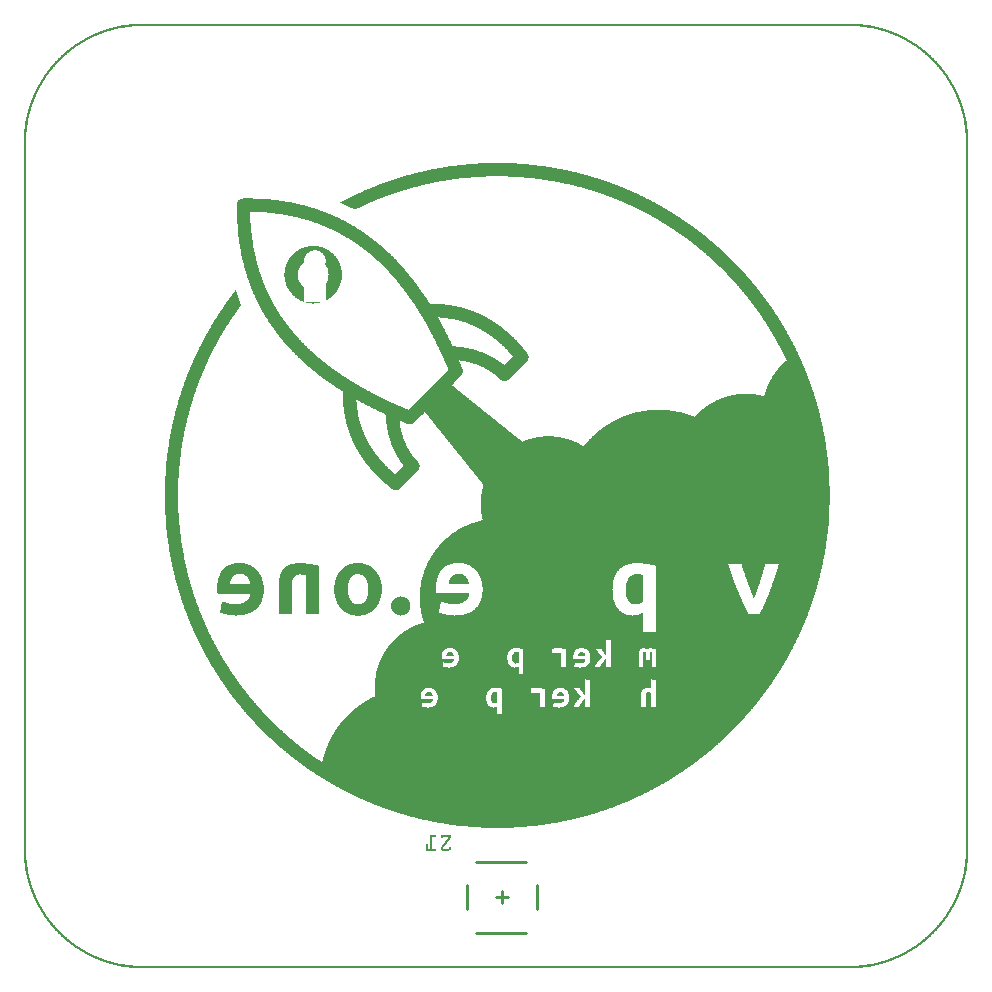
<source format=gbo>
G04 MADE WITH FRITZING*
G04 WWW.FRITZING.ORG*
G04 DOUBLE SIDED*
G04 HOLES PLATED*
G04 CONTOUR ON CENTER OF CONTOUR VECTOR*
%ASAXBY*%
%FSLAX23Y23*%
%MOIN*%
%OFA0B0*%
%SFA1.0B1.0*%
%ADD10C,0.010000*%
%ADD11R,0.001000X0.001000*%
%LNSILK0*%
G90*
G70*
G54D10*
X1476Y278D02*
X1476Y199D01*
D02*
X1673Y356D02*
X1506Y356D01*
D02*
X1673Y120D02*
X1506Y120D01*
D02*
X1712Y278D02*
X1712Y199D01*
D02*
X1594Y258D02*
X1594Y219D01*
D02*
X1575Y238D02*
X1614Y238D01*
G54D11*
X377Y3150D02*
X2771Y3150D01*
X362Y3149D02*
X2786Y3149D01*
X352Y3148D02*
X2796Y3148D01*
X344Y3147D02*
X2804Y3147D01*
X337Y3146D02*
X2811Y3146D01*
X331Y3145D02*
X2817Y3145D01*
X325Y3144D02*
X2823Y3144D01*
X320Y3143D02*
X2828Y3143D01*
X315Y3142D02*
X376Y3142D01*
X2772Y3142D02*
X2833Y3142D01*
X310Y3141D02*
X361Y3141D01*
X2787Y3141D02*
X2838Y3141D01*
X306Y3140D02*
X351Y3140D01*
X2797Y3140D02*
X2842Y3140D01*
X302Y3139D02*
X343Y3139D01*
X2805Y3139D02*
X2846Y3139D01*
X298Y3138D02*
X336Y3138D01*
X2812Y3138D02*
X2850Y3138D01*
X294Y3137D02*
X330Y3137D01*
X2818Y3137D02*
X2854Y3137D01*
X290Y3136D02*
X324Y3136D01*
X2824Y3136D02*
X2858Y3136D01*
X287Y3135D02*
X319Y3135D01*
X2829Y3135D02*
X2861Y3135D01*
X283Y3134D02*
X314Y3134D01*
X2834Y3134D02*
X2865Y3134D01*
X280Y3133D02*
X310Y3133D01*
X2838Y3133D02*
X2868Y3133D01*
X277Y3132D02*
X305Y3132D01*
X2843Y3132D02*
X2871Y3132D01*
X274Y3131D02*
X301Y3131D01*
X2847Y3131D02*
X2874Y3131D01*
X271Y3130D02*
X297Y3130D01*
X2851Y3130D02*
X2877Y3130D01*
X268Y3129D02*
X294Y3129D01*
X2854Y3129D02*
X2880Y3129D01*
X265Y3128D02*
X290Y3128D01*
X2858Y3128D02*
X2883Y3128D01*
X262Y3127D02*
X286Y3127D01*
X2862Y3127D02*
X2886Y3127D01*
X259Y3126D02*
X283Y3126D01*
X2865Y3126D02*
X2889Y3126D01*
X257Y3125D02*
X280Y3125D01*
X2868Y3125D02*
X2891Y3125D01*
X254Y3124D02*
X277Y3124D01*
X2871Y3124D02*
X2894Y3124D01*
X252Y3123D02*
X274Y3123D01*
X2874Y3123D02*
X2896Y3123D01*
X249Y3122D02*
X271Y3122D01*
X2877Y3122D02*
X2899Y3122D01*
X247Y3121D02*
X268Y3121D01*
X2880Y3121D02*
X2901Y3121D01*
X244Y3120D02*
X265Y3120D01*
X2883Y3120D02*
X2904Y3120D01*
X242Y3119D02*
X262Y3119D01*
X2886Y3119D02*
X2906Y3119D01*
X239Y3118D02*
X259Y3118D01*
X2889Y3118D02*
X2909Y3118D01*
X237Y3117D02*
X257Y3117D01*
X2891Y3117D02*
X2911Y3117D01*
X235Y3116D02*
X254Y3116D01*
X2894Y3116D02*
X2913Y3116D01*
X233Y3115D02*
X252Y3115D01*
X2896Y3115D02*
X2915Y3115D01*
X231Y3114D02*
X249Y3114D01*
X2899Y3114D02*
X2917Y3114D01*
X228Y3113D02*
X247Y3113D01*
X2901Y3113D02*
X2920Y3113D01*
X226Y3112D02*
X244Y3112D01*
X2904Y3112D02*
X2922Y3112D01*
X224Y3111D02*
X242Y3111D01*
X2906Y3111D02*
X2924Y3111D01*
X222Y3110D02*
X240Y3110D01*
X2908Y3110D02*
X2926Y3110D01*
X220Y3109D02*
X238Y3109D01*
X2910Y3109D02*
X2928Y3109D01*
X218Y3108D02*
X235Y3108D01*
X2913Y3108D02*
X2930Y3108D01*
X216Y3107D02*
X233Y3107D01*
X2915Y3107D02*
X2932Y3107D01*
X214Y3106D02*
X231Y3106D01*
X2917Y3106D02*
X2934Y3106D01*
X212Y3105D02*
X229Y3105D01*
X2919Y3105D02*
X2936Y3105D01*
X210Y3104D02*
X227Y3104D01*
X2921Y3104D02*
X2938Y3104D01*
X208Y3103D02*
X225Y3103D01*
X2923Y3103D02*
X2940Y3103D01*
X207Y3102D02*
X223Y3102D01*
X2925Y3102D02*
X2941Y3102D01*
X205Y3101D02*
X221Y3101D01*
X2927Y3101D02*
X2943Y3101D01*
X203Y3100D02*
X219Y3100D01*
X2929Y3100D02*
X2945Y3100D01*
X201Y3099D02*
X217Y3099D01*
X2931Y3099D02*
X2947Y3099D01*
X200Y3098D02*
X215Y3098D01*
X2933Y3098D02*
X2948Y3098D01*
X198Y3097D02*
X213Y3097D01*
X2935Y3097D02*
X2950Y3097D01*
X196Y3096D02*
X211Y3096D01*
X2937Y3096D02*
X2952Y3096D01*
X194Y3095D02*
X209Y3095D01*
X2939Y3095D02*
X2954Y3095D01*
X193Y3094D02*
X207Y3094D01*
X2941Y3094D02*
X2955Y3094D01*
X191Y3093D02*
X206Y3093D01*
X2942Y3093D02*
X2957Y3093D01*
X189Y3092D02*
X204Y3092D01*
X2944Y3092D02*
X2959Y3092D01*
X188Y3091D02*
X202Y3091D01*
X2946Y3091D02*
X2960Y3091D01*
X186Y3090D02*
X201Y3090D01*
X2947Y3090D02*
X2962Y3090D01*
X185Y3089D02*
X199Y3089D01*
X2949Y3089D02*
X2963Y3089D01*
X183Y3088D02*
X197Y3088D01*
X2951Y3088D02*
X2965Y3088D01*
X182Y3087D02*
X195Y3087D01*
X2953Y3087D02*
X2966Y3087D01*
X180Y3086D02*
X194Y3086D01*
X2954Y3086D02*
X2968Y3086D01*
X178Y3085D02*
X192Y3085D01*
X2956Y3085D02*
X2970Y3085D01*
X177Y3084D02*
X191Y3084D01*
X2957Y3084D02*
X2971Y3084D01*
X175Y3083D02*
X189Y3083D01*
X2959Y3083D02*
X2973Y3083D01*
X174Y3082D02*
X187Y3082D01*
X2961Y3082D02*
X2974Y3082D01*
X172Y3081D02*
X186Y3081D01*
X2962Y3081D02*
X2976Y3081D01*
X171Y3080D02*
X184Y3080D01*
X2964Y3080D02*
X2977Y3080D01*
X170Y3079D02*
X183Y3079D01*
X2965Y3079D02*
X2978Y3079D01*
X168Y3078D02*
X181Y3078D01*
X2967Y3078D02*
X2980Y3078D01*
X167Y3077D02*
X180Y3077D01*
X2968Y3077D02*
X2981Y3077D01*
X165Y3076D02*
X178Y3076D01*
X2970Y3076D02*
X2983Y3076D01*
X164Y3075D02*
X177Y3075D01*
X2971Y3075D02*
X2984Y3075D01*
X163Y3074D02*
X175Y3074D01*
X2973Y3074D02*
X2985Y3074D01*
X161Y3073D02*
X174Y3073D01*
X2974Y3073D02*
X2987Y3073D01*
X160Y3072D02*
X172Y3072D01*
X2976Y3072D02*
X2988Y3072D01*
X158Y3071D02*
X171Y3071D01*
X2977Y3071D02*
X2990Y3071D01*
X157Y3070D02*
X170Y3070D01*
X2978Y3070D02*
X2991Y3070D01*
X156Y3069D02*
X168Y3069D01*
X2980Y3069D02*
X2992Y3069D01*
X155Y3068D02*
X167Y3068D01*
X2981Y3068D02*
X2993Y3068D01*
X153Y3067D02*
X165Y3067D01*
X2983Y3067D02*
X2995Y3067D01*
X152Y3066D02*
X164Y3066D01*
X2984Y3066D02*
X2996Y3066D01*
X151Y3065D02*
X163Y3065D01*
X2985Y3065D02*
X2997Y3065D01*
X150Y3064D02*
X161Y3064D01*
X2987Y3064D02*
X2998Y3064D01*
X148Y3063D02*
X160Y3063D01*
X2988Y3063D02*
X3000Y3063D01*
X147Y3062D02*
X159Y3062D01*
X2989Y3062D02*
X3001Y3062D01*
X146Y3061D02*
X158Y3061D01*
X2990Y3061D02*
X3002Y3061D01*
X144Y3060D02*
X156Y3060D01*
X2992Y3060D02*
X3004Y3060D01*
X143Y3059D02*
X155Y3059D01*
X2993Y3059D02*
X3005Y3059D01*
X142Y3058D02*
X154Y3058D01*
X2994Y3058D02*
X3006Y3058D01*
X141Y3057D02*
X153Y3057D01*
X2995Y3057D02*
X3007Y3057D01*
X140Y3056D02*
X151Y3056D01*
X2997Y3056D02*
X3008Y3056D01*
X139Y3055D02*
X150Y3055D01*
X2998Y3055D02*
X3009Y3055D01*
X137Y3054D02*
X149Y3054D01*
X2999Y3054D02*
X3011Y3054D01*
X136Y3053D02*
X148Y3053D01*
X3000Y3053D02*
X3012Y3053D01*
X135Y3052D02*
X146Y3052D01*
X3002Y3052D02*
X3013Y3052D01*
X134Y3051D02*
X145Y3051D01*
X3003Y3051D02*
X3014Y3051D01*
X133Y3050D02*
X144Y3050D01*
X3004Y3050D02*
X3015Y3050D01*
X132Y3049D02*
X143Y3049D01*
X3005Y3049D02*
X3016Y3049D01*
X131Y3048D02*
X142Y3048D01*
X3006Y3048D02*
X3017Y3048D01*
X129Y3047D02*
X141Y3047D01*
X3007Y3047D02*
X3019Y3047D01*
X128Y3046D02*
X139Y3046D01*
X3009Y3046D02*
X3020Y3046D01*
X127Y3045D02*
X138Y3045D01*
X3010Y3045D02*
X3021Y3045D01*
X126Y3044D02*
X137Y3044D01*
X3011Y3044D02*
X3022Y3044D01*
X125Y3043D02*
X136Y3043D01*
X3012Y3043D02*
X3023Y3043D01*
X124Y3042D02*
X135Y3042D01*
X3013Y3042D02*
X3024Y3042D01*
X123Y3041D02*
X134Y3041D01*
X3014Y3041D02*
X3025Y3041D01*
X122Y3040D02*
X133Y3040D01*
X3015Y3040D02*
X3026Y3040D01*
X121Y3039D02*
X132Y3039D01*
X3016Y3039D02*
X3027Y3039D01*
X120Y3038D02*
X131Y3038D01*
X3017Y3038D02*
X3028Y3038D01*
X119Y3037D02*
X130Y3037D01*
X3018Y3037D02*
X3029Y3037D01*
X118Y3036D02*
X129Y3036D01*
X3019Y3036D02*
X3030Y3036D01*
X117Y3035D02*
X127Y3035D01*
X3021Y3035D02*
X3031Y3035D01*
X116Y3034D02*
X126Y3034D01*
X3022Y3034D02*
X3032Y3034D01*
X115Y3033D02*
X125Y3033D01*
X3023Y3033D02*
X3033Y3033D01*
X114Y3032D02*
X124Y3032D01*
X3024Y3032D02*
X3034Y3032D01*
X113Y3031D02*
X123Y3031D01*
X3025Y3031D02*
X3035Y3031D01*
X112Y3030D02*
X122Y3030D01*
X3026Y3030D02*
X3036Y3030D01*
X111Y3029D02*
X121Y3029D01*
X3027Y3029D02*
X3037Y3029D01*
X110Y3028D02*
X120Y3028D01*
X3028Y3028D02*
X3038Y3028D01*
X109Y3027D02*
X119Y3027D01*
X3029Y3027D02*
X3039Y3027D01*
X108Y3026D02*
X118Y3026D01*
X3030Y3026D02*
X3040Y3026D01*
X107Y3025D02*
X117Y3025D01*
X3031Y3025D02*
X3041Y3025D01*
X106Y3024D02*
X116Y3024D01*
X3032Y3024D02*
X3042Y3024D01*
X105Y3023D02*
X115Y3023D01*
X3033Y3023D02*
X3043Y3023D01*
X104Y3022D02*
X114Y3022D01*
X3034Y3022D02*
X3044Y3022D01*
X103Y3021D02*
X114Y3021D01*
X3034Y3021D02*
X3045Y3021D01*
X103Y3020D02*
X113Y3020D01*
X3035Y3020D02*
X3045Y3020D01*
X102Y3019D02*
X112Y3019D01*
X3036Y3019D02*
X3046Y3019D01*
X101Y3018D02*
X111Y3018D01*
X3037Y3018D02*
X3047Y3018D01*
X100Y3017D02*
X110Y3017D01*
X3038Y3017D02*
X3048Y3017D01*
X99Y3016D02*
X109Y3016D01*
X3039Y3016D02*
X3049Y3016D01*
X98Y3015D02*
X108Y3015D01*
X3040Y3015D02*
X3050Y3015D01*
X97Y3014D02*
X107Y3014D01*
X3041Y3014D02*
X3051Y3014D01*
X96Y3013D02*
X106Y3013D01*
X3042Y3013D02*
X3052Y3013D01*
X96Y3012D02*
X105Y3012D01*
X3043Y3012D02*
X3052Y3012D01*
X95Y3011D02*
X104Y3011D01*
X3044Y3011D02*
X3053Y3011D01*
X94Y3010D02*
X103Y3010D01*
X3045Y3010D02*
X3054Y3010D01*
X93Y3009D02*
X103Y3009D01*
X3045Y3009D02*
X3055Y3009D01*
X92Y3008D02*
X102Y3008D01*
X3046Y3008D02*
X3056Y3008D01*
X91Y3007D02*
X101Y3007D01*
X3047Y3007D02*
X3057Y3007D01*
X90Y3006D02*
X100Y3006D01*
X3048Y3006D02*
X3058Y3006D01*
X90Y3005D02*
X99Y3005D01*
X3049Y3005D02*
X3058Y3005D01*
X89Y3004D02*
X98Y3004D01*
X3050Y3004D02*
X3059Y3004D01*
X88Y3003D02*
X97Y3003D01*
X3051Y3003D02*
X3060Y3003D01*
X87Y3002D02*
X97Y3002D01*
X3051Y3002D02*
X3061Y3002D01*
X87Y3001D02*
X96Y3001D01*
X3052Y3001D02*
X3061Y3001D01*
X86Y3000D02*
X95Y3000D01*
X3053Y3000D02*
X3062Y3000D01*
X85Y2999D02*
X94Y2999D01*
X3054Y2999D02*
X3063Y2999D01*
X84Y2998D02*
X93Y2998D01*
X3055Y2998D02*
X3064Y2998D01*
X83Y2997D02*
X93Y2997D01*
X3055Y2997D02*
X3065Y2997D01*
X83Y2996D02*
X92Y2996D01*
X3056Y2996D02*
X3065Y2996D01*
X82Y2995D02*
X91Y2995D01*
X3057Y2995D02*
X3066Y2995D01*
X81Y2994D02*
X90Y2994D01*
X3058Y2994D02*
X3067Y2994D01*
X80Y2993D02*
X89Y2993D01*
X3059Y2993D02*
X3068Y2993D01*
X79Y2992D02*
X89Y2992D01*
X3059Y2992D02*
X3069Y2992D01*
X79Y2991D02*
X88Y2991D01*
X3060Y2991D02*
X3069Y2991D01*
X78Y2990D02*
X87Y2990D01*
X3061Y2990D02*
X3070Y2990D01*
X77Y2989D02*
X86Y2989D01*
X3062Y2989D02*
X3071Y2989D01*
X77Y2988D02*
X85Y2988D01*
X3063Y2988D02*
X3071Y2988D01*
X76Y2987D02*
X85Y2987D01*
X3063Y2987D02*
X3072Y2987D01*
X75Y2986D02*
X84Y2986D01*
X3064Y2986D02*
X3073Y2986D01*
X74Y2985D02*
X83Y2985D01*
X3065Y2985D02*
X3074Y2985D01*
X74Y2984D02*
X82Y2984D01*
X3066Y2984D02*
X3074Y2984D01*
X73Y2983D02*
X82Y2983D01*
X3066Y2983D02*
X3075Y2983D01*
X72Y2982D02*
X81Y2982D01*
X3067Y2982D02*
X3076Y2982D01*
X72Y2981D02*
X80Y2981D01*
X3068Y2981D02*
X3076Y2981D01*
X71Y2980D02*
X80Y2980D01*
X3068Y2980D02*
X3077Y2980D01*
X70Y2979D02*
X79Y2979D01*
X3069Y2979D02*
X3078Y2979D01*
X69Y2978D02*
X78Y2978D01*
X3070Y2978D02*
X3079Y2978D01*
X69Y2977D02*
X77Y2977D01*
X3071Y2977D02*
X3079Y2977D01*
X68Y2976D02*
X77Y2976D01*
X3071Y2976D02*
X3080Y2976D01*
X67Y2975D02*
X76Y2975D01*
X3072Y2975D02*
X3081Y2975D01*
X67Y2974D02*
X75Y2974D01*
X3073Y2974D02*
X3081Y2974D01*
X66Y2973D02*
X75Y2973D01*
X3073Y2973D02*
X3082Y2973D01*
X65Y2972D02*
X74Y2972D01*
X3074Y2972D02*
X3083Y2972D01*
X65Y2971D02*
X73Y2971D01*
X3075Y2971D02*
X3083Y2971D01*
X64Y2970D02*
X73Y2970D01*
X3075Y2970D02*
X3084Y2970D01*
X64Y2969D02*
X72Y2969D01*
X3076Y2969D02*
X3084Y2969D01*
X63Y2968D02*
X71Y2968D01*
X3077Y2968D02*
X3085Y2968D01*
X62Y2967D02*
X71Y2967D01*
X3077Y2967D02*
X3086Y2967D01*
X62Y2966D02*
X70Y2966D01*
X3078Y2966D02*
X3086Y2966D01*
X61Y2965D02*
X69Y2965D01*
X3079Y2965D02*
X3087Y2965D01*
X60Y2964D02*
X69Y2964D01*
X3079Y2964D02*
X3088Y2964D01*
X60Y2963D02*
X68Y2963D01*
X3080Y2963D02*
X3088Y2963D01*
X59Y2962D02*
X67Y2962D01*
X3081Y2962D02*
X3089Y2962D01*
X58Y2961D02*
X67Y2961D01*
X3081Y2961D02*
X3090Y2961D01*
X58Y2960D02*
X66Y2960D01*
X3082Y2960D02*
X3090Y2960D01*
X57Y2959D02*
X66Y2959D01*
X3082Y2959D02*
X3091Y2959D01*
X57Y2958D02*
X65Y2958D01*
X3083Y2958D02*
X3091Y2958D01*
X56Y2957D02*
X64Y2957D01*
X3084Y2957D02*
X3092Y2957D01*
X55Y2956D02*
X64Y2956D01*
X3084Y2956D02*
X3093Y2956D01*
X55Y2955D02*
X63Y2955D01*
X3085Y2955D02*
X3093Y2955D01*
X54Y2954D02*
X62Y2954D01*
X3086Y2954D02*
X3094Y2954D01*
X54Y2953D02*
X62Y2953D01*
X3086Y2953D02*
X3094Y2953D01*
X53Y2952D02*
X61Y2952D01*
X3087Y2952D02*
X3095Y2952D01*
X53Y2951D02*
X61Y2951D01*
X3087Y2951D02*
X3095Y2951D01*
X52Y2950D02*
X60Y2950D01*
X3088Y2950D02*
X3096Y2950D01*
X51Y2949D02*
X60Y2949D01*
X3088Y2949D02*
X3097Y2949D01*
X51Y2948D02*
X59Y2948D01*
X3089Y2948D02*
X3097Y2948D01*
X50Y2947D02*
X58Y2947D01*
X3090Y2947D02*
X3098Y2947D01*
X50Y2946D02*
X58Y2946D01*
X3090Y2946D02*
X3098Y2946D01*
X49Y2945D02*
X57Y2945D01*
X3091Y2945D02*
X3099Y2945D01*
X49Y2944D02*
X57Y2944D01*
X3091Y2944D02*
X3099Y2944D01*
X48Y2943D02*
X56Y2943D01*
X3092Y2943D02*
X3100Y2943D01*
X47Y2942D02*
X55Y2942D01*
X3093Y2942D02*
X3101Y2942D01*
X47Y2941D02*
X55Y2941D01*
X3093Y2941D02*
X3101Y2941D01*
X46Y2940D02*
X54Y2940D01*
X3094Y2940D02*
X3102Y2940D01*
X46Y2939D02*
X54Y2939D01*
X3094Y2939D02*
X3102Y2939D01*
X45Y2938D02*
X53Y2938D01*
X3095Y2938D02*
X3103Y2938D01*
X45Y2937D02*
X53Y2937D01*
X3095Y2937D02*
X3103Y2937D01*
X44Y2936D02*
X52Y2936D01*
X3096Y2936D02*
X3104Y2936D01*
X44Y2935D02*
X52Y2935D01*
X3096Y2935D02*
X3104Y2935D01*
X43Y2934D02*
X51Y2934D01*
X3097Y2934D02*
X3105Y2934D01*
X43Y2933D02*
X51Y2933D01*
X3097Y2933D02*
X3105Y2933D01*
X42Y2932D02*
X50Y2932D01*
X3098Y2932D02*
X3106Y2932D01*
X42Y2931D02*
X50Y2931D01*
X3098Y2931D02*
X3106Y2931D01*
X41Y2930D02*
X49Y2930D01*
X3099Y2930D02*
X3107Y2930D01*
X41Y2929D02*
X49Y2929D01*
X3099Y2929D02*
X3107Y2929D01*
X40Y2928D02*
X48Y2928D01*
X3100Y2928D02*
X3108Y2928D01*
X40Y2927D02*
X48Y2927D01*
X3100Y2927D02*
X3108Y2927D01*
X39Y2926D02*
X47Y2926D01*
X3101Y2926D02*
X3109Y2926D01*
X39Y2925D02*
X47Y2925D01*
X3101Y2925D02*
X3109Y2925D01*
X38Y2924D02*
X46Y2924D01*
X3102Y2924D02*
X3110Y2924D01*
X38Y2923D02*
X46Y2923D01*
X3102Y2923D02*
X3110Y2923D01*
X37Y2922D02*
X45Y2922D01*
X3103Y2922D02*
X3111Y2922D01*
X37Y2921D02*
X45Y2921D01*
X3103Y2921D02*
X3111Y2921D01*
X37Y2920D02*
X44Y2920D01*
X3104Y2920D02*
X3111Y2920D01*
X36Y2919D02*
X44Y2919D01*
X3104Y2919D02*
X3112Y2919D01*
X36Y2918D02*
X43Y2918D01*
X3105Y2918D02*
X3112Y2918D01*
X35Y2917D02*
X43Y2917D01*
X3105Y2917D02*
X3113Y2917D01*
X35Y2916D02*
X42Y2916D01*
X3106Y2916D02*
X3113Y2916D01*
X34Y2915D02*
X42Y2915D01*
X3106Y2915D02*
X3114Y2915D01*
X34Y2914D02*
X41Y2914D01*
X3107Y2914D02*
X3114Y2914D01*
X33Y2913D02*
X41Y2913D01*
X3107Y2913D02*
X3115Y2913D01*
X33Y2912D02*
X41Y2912D01*
X3107Y2912D02*
X3115Y2912D01*
X32Y2911D02*
X40Y2911D01*
X3108Y2911D02*
X3116Y2911D01*
X32Y2910D02*
X40Y2910D01*
X3108Y2910D02*
X3116Y2910D01*
X32Y2909D02*
X39Y2909D01*
X3109Y2909D02*
X3116Y2909D01*
X31Y2908D02*
X39Y2908D01*
X3109Y2908D02*
X3117Y2908D01*
X31Y2907D02*
X38Y2907D01*
X3110Y2907D02*
X3117Y2907D01*
X30Y2906D02*
X38Y2906D01*
X3110Y2906D02*
X3118Y2906D01*
X30Y2905D02*
X37Y2905D01*
X3111Y2905D02*
X3118Y2905D01*
X30Y2904D02*
X37Y2904D01*
X3111Y2904D02*
X3118Y2904D01*
X29Y2903D02*
X37Y2903D01*
X3111Y2903D02*
X3119Y2903D01*
X29Y2902D02*
X36Y2902D01*
X3112Y2902D02*
X3119Y2902D01*
X28Y2901D02*
X36Y2901D01*
X3112Y2901D02*
X3120Y2901D01*
X28Y2900D02*
X35Y2900D01*
X3113Y2900D02*
X3120Y2900D01*
X28Y2899D02*
X35Y2899D01*
X3113Y2899D02*
X3120Y2899D01*
X27Y2898D02*
X35Y2898D01*
X3113Y2898D02*
X3121Y2898D01*
X27Y2897D02*
X34Y2897D01*
X3114Y2897D02*
X3121Y2897D01*
X26Y2896D02*
X34Y2896D01*
X3114Y2896D02*
X3122Y2896D01*
X26Y2895D02*
X33Y2895D01*
X3115Y2895D02*
X3122Y2895D01*
X26Y2894D02*
X33Y2894D01*
X3115Y2894D02*
X3122Y2894D01*
X25Y2893D02*
X33Y2893D01*
X3115Y2893D02*
X3123Y2893D01*
X25Y2892D02*
X32Y2892D01*
X3116Y2892D02*
X3123Y2892D01*
X24Y2891D02*
X32Y2891D01*
X3116Y2891D02*
X3124Y2891D01*
X24Y2890D02*
X31Y2890D01*
X3117Y2890D02*
X3124Y2890D01*
X24Y2889D02*
X31Y2889D01*
X3117Y2889D02*
X3124Y2889D01*
X23Y2888D02*
X31Y2888D01*
X3117Y2888D02*
X3125Y2888D01*
X23Y2887D02*
X30Y2887D01*
X3118Y2887D02*
X3125Y2887D01*
X23Y2886D02*
X30Y2886D01*
X3118Y2886D02*
X3125Y2886D01*
X22Y2885D02*
X30Y2885D01*
X3118Y2885D02*
X3126Y2885D01*
X22Y2884D02*
X29Y2884D01*
X3119Y2884D02*
X3126Y2884D01*
X22Y2883D02*
X29Y2883D01*
X3119Y2883D02*
X3126Y2883D01*
X21Y2882D02*
X29Y2882D01*
X3119Y2882D02*
X3127Y2882D01*
X21Y2881D02*
X28Y2881D01*
X3120Y2881D02*
X3127Y2881D01*
X21Y2880D02*
X28Y2880D01*
X3120Y2880D02*
X3127Y2880D01*
X20Y2879D02*
X28Y2879D01*
X3120Y2879D02*
X3128Y2879D01*
X20Y2878D02*
X27Y2878D01*
X3121Y2878D02*
X3128Y2878D01*
X20Y2877D02*
X27Y2877D01*
X3121Y2877D02*
X3128Y2877D01*
X19Y2876D02*
X27Y2876D01*
X3121Y2876D02*
X3129Y2876D01*
X19Y2875D02*
X26Y2875D01*
X3122Y2875D02*
X3129Y2875D01*
X19Y2874D02*
X26Y2874D01*
X3122Y2874D02*
X3129Y2874D01*
X18Y2873D02*
X26Y2873D01*
X3122Y2873D02*
X3130Y2873D01*
X18Y2872D02*
X25Y2872D01*
X3123Y2872D02*
X3130Y2872D01*
X18Y2871D02*
X25Y2871D01*
X3123Y2871D02*
X3130Y2871D01*
X17Y2870D02*
X25Y2870D01*
X3123Y2870D02*
X3131Y2870D01*
X17Y2869D02*
X24Y2869D01*
X3124Y2869D02*
X3131Y2869D01*
X17Y2868D02*
X24Y2868D01*
X3124Y2868D02*
X3131Y2868D01*
X16Y2867D02*
X24Y2867D01*
X3124Y2867D02*
X3132Y2867D01*
X16Y2866D02*
X23Y2866D01*
X3125Y2866D02*
X3132Y2866D01*
X16Y2865D02*
X23Y2865D01*
X3125Y2865D02*
X3132Y2865D01*
X16Y2864D02*
X23Y2864D01*
X3125Y2864D02*
X3132Y2864D01*
X15Y2863D02*
X22Y2863D01*
X3126Y2863D02*
X3133Y2863D01*
X15Y2862D02*
X22Y2862D01*
X3126Y2862D02*
X3133Y2862D01*
X15Y2861D02*
X22Y2861D01*
X3126Y2861D02*
X3133Y2861D01*
X14Y2860D02*
X22Y2860D01*
X3126Y2860D02*
X3134Y2860D01*
X14Y2859D02*
X21Y2859D01*
X3127Y2859D02*
X3134Y2859D01*
X14Y2858D02*
X21Y2858D01*
X3127Y2858D02*
X3134Y2858D01*
X14Y2857D02*
X21Y2857D01*
X3127Y2857D02*
X3134Y2857D01*
X13Y2856D02*
X21Y2856D01*
X3127Y2856D02*
X3135Y2856D01*
X13Y2855D02*
X20Y2855D01*
X3128Y2855D02*
X3135Y2855D01*
X13Y2854D02*
X20Y2854D01*
X3128Y2854D02*
X3135Y2854D01*
X13Y2853D02*
X20Y2853D01*
X3128Y2853D02*
X3135Y2853D01*
X12Y2852D02*
X19Y2852D01*
X3129Y2852D02*
X3136Y2852D01*
X12Y2851D02*
X19Y2851D01*
X3129Y2851D02*
X3136Y2851D01*
X12Y2850D02*
X19Y2850D01*
X3129Y2850D02*
X3136Y2850D01*
X12Y2849D02*
X19Y2849D01*
X3129Y2849D02*
X3136Y2849D01*
X11Y2848D02*
X18Y2848D01*
X3130Y2848D02*
X3137Y2848D01*
X11Y2847D02*
X18Y2847D01*
X3130Y2847D02*
X3137Y2847D01*
X11Y2846D02*
X18Y2846D01*
X3130Y2846D02*
X3137Y2846D01*
X11Y2845D02*
X18Y2845D01*
X3130Y2845D02*
X3137Y2845D01*
X10Y2844D02*
X17Y2844D01*
X3131Y2844D02*
X3138Y2844D01*
X10Y2843D02*
X17Y2843D01*
X3131Y2843D02*
X3138Y2843D01*
X10Y2842D02*
X17Y2842D01*
X3131Y2842D02*
X3138Y2842D01*
X10Y2841D02*
X17Y2841D01*
X3131Y2841D02*
X3138Y2841D01*
X9Y2840D02*
X17Y2840D01*
X3131Y2840D02*
X3139Y2840D01*
X9Y2839D02*
X16Y2839D01*
X3132Y2839D02*
X3139Y2839D01*
X9Y2838D02*
X16Y2838D01*
X3132Y2838D02*
X3139Y2838D01*
X9Y2837D02*
X16Y2837D01*
X3132Y2837D02*
X3139Y2837D01*
X9Y2836D02*
X16Y2836D01*
X3132Y2836D02*
X3139Y2836D01*
X8Y2835D02*
X15Y2835D01*
X3133Y2835D02*
X3140Y2835D01*
X8Y2834D02*
X15Y2834D01*
X3133Y2834D02*
X3140Y2834D01*
X8Y2833D02*
X15Y2833D01*
X3133Y2833D02*
X3140Y2833D01*
X8Y2832D02*
X15Y2832D01*
X3133Y2832D02*
X3140Y2832D01*
X8Y2831D02*
X15Y2831D01*
X3133Y2831D02*
X3140Y2831D01*
X7Y2830D02*
X14Y2830D01*
X3134Y2830D02*
X3141Y2830D01*
X7Y2829D02*
X14Y2829D01*
X3134Y2829D02*
X3141Y2829D01*
X7Y2828D02*
X14Y2828D01*
X3134Y2828D02*
X3141Y2828D01*
X7Y2827D02*
X14Y2827D01*
X3134Y2827D02*
X3141Y2827D01*
X7Y2826D02*
X14Y2826D01*
X3134Y2826D02*
X3141Y2826D01*
X6Y2825D02*
X13Y2825D01*
X3135Y2825D02*
X3142Y2825D01*
X6Y2824D02*
X13Y2824D01*
X3135Y2824D02*
X3142Y2824D01*
X6Y2823D02*
X13Y2823D01*
X3135Y2823D02*
X3142Y2823D01*
X6Y2822D02*
X13Y2822D01*
X3135Y2822D02*
X3142Y2822D01*
X6Y2821D02*
X13Y2821D01*
X3135Y2821D02*
X3142Y2821D01*
X6Y2820D02*
X13Y2820D01*
X3135Y2820D02*
X3142Y2820D01*
X5Y2819D02*
X12Y2819D01*
X3136Y2819D02*
X3143Y2819D01*
X5Y2818D02*
X12Y2818D01*
X3136Y2818D02*
X3143Y2818D01*
X5Y2817D02*
X12Y2817D01*
X3136Y2817D02*
X3143Y2817D01*
X5Y2816D02*
X12Y2816D01*
X3136Y2816D02*
X3143Y2816D01*
X5Y2815D02*
X12Y2815D01*
X3136Y2815D02*
X3143Y2815D01*
X5Y2814D02*
X12Y2814D01*
X3136Y2814D02*
X3143Y2814D01*
X4Y2813D02*
X11Y2813D01*
X3137Y2813D02*
X3144Y2813D01*
X4Y2812D02*
X11Y2812D01*
X3137Y2812D02*
X3144Y2812D01*
X4Y2811D02*
X11Y2811D01*
X3137Y2811D02*
X3144Y2811D01*
X4Y2810D02*
X11Y2810D01*
X3137Y2810D02*
X3144Y2810D01*
X4Y2809D02*
X11Y2809D01*
X3137Y2809D02*
X3144Y2809D01*
X4Y2808D02*
X11Y2808D01*
X3137Y2808D02*
X3144Y2808D01*
X4Y2807D02*
X11Y2807D01*
X3137Y2807D02*
X3144Y2807D01*
X3Y2806D02*
X10Y2806D01*
X3138Y2806D02*
X3145Y2806D01*
X3Y2805D02*
X10Y2805D01*
X3138Y2805D02*
X3145Y2805D01*
X3Y2804D02*
X10Y2804D01*
X3138Y2804D02*
X3145Y2804D01*
X3Y2803D02*
X10Y2803D01*
X3138Y2803D02*
X3145Y2803D01*
X3Y2802D02*
X10Y2802D01*
X3138Y2802D02*
X3145Y2802D01*
X3Y2801D02*
X10Y2801D01*
X3138Y2801D02*
X3145Y2801D01*
X3Y2800D02*
X10Y2800D01*
X3138Y2800D02*
X3145Y2800D01*
X3Y2799D02*
X10Y2799D01*
X3138Y2799D02*
X3145Y2799D01*
X2Y2798D02*
X9Y2798D01*
X3139Y2798D02*
X3146Y2798D01*
X2Y2797D02*
X9Y2797D01*
X3139Y2797D02*
X3146Y2797D01*
X2Y2796D02*
X9Y2796D01*
X3139Y2796D02*
X3146Y2796D01*
X2Y2795D02*
X9Y2795D01*
X3139Y2795D02*
X3146Y2795D01*
X2Y2794D02*
X9Y2794D01*
X3139Y2794D02*
X3146Y2794D01*
X2Y2793D02*
X9Y2793D01*
X3139Y2793D02*
X3146Y2793D01*
X2Y2792D02*
X9Y2792D01*
X3139Y2792D02*
X3146Y2792D01*
X2Y2791D02*
X9Y2791D01*
X3139Y2791D02*
X3146Y2791D01*
X2Y2790D02*
X9Y2790D01*
X3139Y2790D02*
X3146Y2790D01*
X2Y2789D02*
X9Y2789D01*
X3139Y2789D02*
X3146Y2789D01*
X1Y2788D02*
X8Y2788D01*
X3139Y2788D02*
X3147Y2788D01*
X1Y2787D02*
X8Y2787D01*
X3140Y2787D02*
X3147Y2787D01*
X1Y2786D02*
X8Y2786D01*
X3140Y2786D02*
X3147Y2786D01*
X1Y2785D02*
X8Y2785D01*
X3140Y2785D02*
X3147Y2785D01*
X1Y2784D02*
X8Y2784D01*
X3140Y2784D02*
X3147Y2784D01*
X1Y2783D02*
X8Y2783D01*
X3140Y2783D02*
X3147Y2783D01*
X1Y2782D02*
X8Y2782D01*
X3140Y2782D02*
X3147Y2782D01*
X1Y2781D02*
X8Y2781D01*
X3140Y2781D02*
X3147Y2781D01*
X1Y2780D02*
X8Y2780D01*
X3140Y2780D02*
X3147Y2780D01*
X1Y2779D02*
X8Y2779D01*
X3140Y2779D02*
X3147Y2779D01*
X1Y2778D02*
X8Y2778D01*
X3140Y2778D02*
X3147Y2778D01*
X1Y2777D02*
X8Y2777D01*
X3140Y2777D02*
X3147Y2777D01*
X1Y2776D02*
X8Y2776D01*
X3140Y2776D02*
X3147Y2776D01*
X1Y2775D02*
X8Y2775D01*
X3140Y2775D02*
X3147Y2775D01*
X1Y2774D02*
X8Y2774D01*
X3140Y2774D02*
X3147Y2774D01*
X0Y2773D02*
X7Y2773D01*
X3141Y2773D02*
X3148Y2773D01*
X0Y2772D02*
X7Y2772D01*
X3141Y2772D02*
X3148Y2772D01*
X0Y2771D02*
X7Y2771D01*
X3141Y2771D02*
X3148Y2771D01*
X0Y2770D02*
X7Y2770D01*
X3141Y2770D02*
X3148Y2770D01*
X0Y2769D02*
X7Y2769D01*
X3141Y2769D02*
X3148Y2769D01*
X0Y2768D02*
X7Y2768D01*
X3141Y2768D02*
X3148Y2768D01*
X0Y2767D02*
X7Y2767D01*
X3141Y2767D02*
X3148Y2767D01*
X0Y2766D02*
X7Y2766D01*
X3141Y2766D02*
X3148Y2766D01*
X0Y2765D02*
X7Y2765D01*
X3141Y2765D02*
X3148Y2765D01*
X0Y2764D02*
X7Y2764D01*
X3141Y2764D02*
X3148Y2764D01*
X0Y2763D02*
X7Y2763D01*
X3141Y2763D02*
X3148Y2763D01*
X0Y2762D02*
X7Y2762D01*
X3141Y2762D02*
X3148Y2762D01*
X0Y2761D02*
X7Y2761D01*
X3141Y2761D02*
X3148Y2761D01*
X0Y2760D02*
X7Y2760D01*
X3141Y2760D02*
X3148Y2760D01*
X0Y2759D02*
X7Y2759D01*
X3141Y2759D02*
X3148Y2759D01*
X0Y2758D02*
X7Y2758D01*
X3141Y2758D02*
X3148Y2758D01*
X0Y2757D02*
X7Y2757D01*
X3141Y2757D02*
X3148Y2757D01*
X0Y2756D02*
X7Y2756D01*
X3141Y2756D02*
X3148Y2756D01*
X0Y2755D02*
X7Y2755D01*
X3141Y2755D02*
X3148Y2755D01*
X0Y2754D02*
X7Y2754D01*
X3141Y2754D02*
X3148Y2754D01*
X0Y2753D02*
X7Y2753D01*
X3141Y2753D02*
X3148Y2753D01*
X0Y2752D02*
X7Y2752D01*
X3141Y2752D02*
X3148Y2752D01*
X0Y2751D02*
X7Y2751D01*
X3141Y2751D02*
X3148Y2751D01*
X0Y2750D02*
X7Y2750D01*
X3141Y2750D02*
X3148Y2750D01*
X0Y2749D02*
X7Y2749D01*
X3141Y2749D02*
X3148Y2749D01*
X0Y2748D02*
X7Y2748D01*
X3141Y2748D02*
X3148Y2748D01*
X0Y2747D02*
X7Y2747D01*
X3141Y2747D02*
X3148Y2747D01*
X0Y2746D02*
X7Y2746D01*
X3141Y2746D02*
X3148Y2746D01*
X0Y2745D02*
X7Y2745D01*
X3141Y2745D02*
X3148Y2745D01*
X0Y2744D02*
X7Y2744D01*
X3141Y2744D02*
X3148Y2744D01*
X0Y2743D02*
X7Y2743D01*
X3141Y2743D02*
X3148Y2743D01*
X0Y2742D02*
X7Y2742D01*
X3141Y2742D02*
X3148Y2742D01*
X0Y2741D02*
X7Y2741D01*
X3141Y2741D02*
X3148Y2741D01*
X0Y2740D02*
X7Y2740D01*
X3141Y2740D02*
X3148Y2740D01*
X0Y2739D02*
X7Y2739D01*
X3141Y2739D02*
X3148Y2739D01*
X0Y2738D02*
X7Y2738D01*
X3141Y2738D02*
X3148Y2738D01*
X0Y2737D02*
X7Y2737D01*
X3141Y2737D02*
X3148Y2737D01*
X0Y2736D02*
X7Y2736D01*
X3141Y2736D02*
X3148Y2736D01*
X0Y2735D02*
X7Y2735D01*
X3141Y2735D02*
X3148Y2735D01*
X0Y2734D02*
X7Y2734D01*
X3141Y2734D02*
X3148Y2734D01*
X0Y2733D02*
X7Y2733D01*
X3141Y2733D02*
X3148Y2733D01*
X0Y2732D02*
X7Y2732D01*
X3141Y2732D02*
X3148Y2732D01*
X0Y2731D02*
X7Y2731D01*
X3141Y2731D02*
X3148Y2731D01*
X0Y2730D02*
X7Y2730D01*
X3141Y2730D02*
X3148Y2730D01*
X0Y2729D02*
X7Y2729D01*
X3141Y2729D02*
X3148Y2729D01*
X0Y2728D02*
X7Y2728D01*
X3141Y2728D02*
X3148Y2728D01*
X0Y2727D02*
X7Y2727D01*
X3141Y2727D02*
X3148Y2727D01*
X0Y2726D02*
X7Y2726D01*
X3141Y2726D02*
X3148Y2726D01*
X0Y2725D02*
X7Y2725D01*
X3141Y2725D02*
X3148Y2725D01*
X0Y2724D02*
X7Y2724D01*
X3141Y2724D02*
X3148Y2724D01*
X0Y2723D02*
X7Y2723D01*
X3141Y2723D02*
X3148Y2723D01*
X0Y2722D02*
X7Y2722D01*
X3141Y2722D02*
X3148Y2722D01*
X0Y2721D02*
X7Y2721D01*
X3141Y2721D02*
X3148Y2721D01*
X0Y2720D02*
X7Y2720D01*
X3141Y2720D02*
X3148Y2720D01*
X0Y2719D02*
X7Y2719D01*
X3141Y2719D02*
X3148Y2719D01*
X0Y2718D02*
X7Y2718D01*
X3141Y2718D02*
X3148Y2718D01*
X0Y2717D02*
X7Y2717D01*
X3141Y2717D02*
X3148Y2717D01*
X0Y2716D02*
X7Y2716D01*
X3141Y2716D02*
X3148Y2716D01*
X0Y2715D02*
X7Y2715D01*
X3141Y2715D02*
X3148Y2715D01*
X0Y2714D02*
X7Y2714D01*
X3141Y2714D02*
X3148Y2714D01*
X0Y2713D02*
X7Y2713D01*
X3141Y2713D02*
X3148Y2713D01*
X0Y2712D02*
X7Y2712D01*
X3141Y2712D02*
X3148Y2712D01*
X0Y2711D02*
X7Y2711D01*
X3141Y2711D02*
X3148Y2711D01*
X0Y2710D02*
X7Y2710D01*
X3141Y2710D02*
X3148Y2710D01*
X0Y2709D02*
X7Y2709D01*
X3141Y2709D02*
X3148Y2709D01*
X0Y2708D02*
X7Y2708D01*
X3141Y2708D02*
X3148Y2708D01*
X0Y2707D02*
X7Y2707D01*
X3141Y2707D02*
X3148Y2707D01*
X0Y2706D02*
X7Y2706D01*
X3141Y2706D02*
X3148Y2706D01*
X0Y2705D02*
X7Y2705D01*
X3141Y2705D02*
X3148Y2705D01*
X0Y2704D02*
X7Y2704D01*
X3141Y2704D02*
X3148Y2704D01*
X0Y2703D02*
X7Y2703D01*
X3141Y2703D02*
X3148Y2703D01*
X0Y2702D02*
X7Y2702D01*
X3141Y2702D02*
X3148Y2702D01*
X0Y2701D02*
X7Y2701D01*
X3141Y2701D02*
X3148Y2701D01*
X0Y2700D02*
X7Y2700D01*
X3141Y2700D02*
X3148Y2700D01*
X0Y2699D02*
X7Y2699D01*
X3141Y2699D02*
X3148Y2699D01*
X0Y2698D02*
X7Y2698D01*
X3141Y2698D02*
X3148Y2698D01*
X0Y2697D02*
X7Y2697D01*
X3141Y2697D02*
X3148Y2697D01*
X0Y2696D02*
X7Y2696D01*
X3141Y2696D02*
X3148Y2696D01*
X0Y2695D02*
X7Y2695D01*
X3141Y2695D02*
X3148Y2695D01*
X0Y2694D02*
X7Y2694D01*
X3141Y2694D02*
X3148Y2694D01*
X0Y2693D02*
X7Y2693D01*
X3141Y2693D02*
X3148Y2693D01*
X0Y2692D02*
X7Y2692D01*
X3141Y2692D02*
X3148Y2692D01*
X0Y2691D02*
X7Y2691D01*
X3141Y2691D02*
X3148Y2691D01*
X0Y2690D02*
X7Y2690D01*
X3141Y2690D02*
X3148Y2690D01*
X0Y2689D02*
X7Y2689D01*
X3141Y2689D02*
X3148Y2689D01*
X0Y2688D02*
X7Y2688D01*
X3141Y2688D02*
X3148Y2688D01*
X0Y2687D02*
X7Y2687D01*
X3141Y2687D02*
X3148Y2687D01*
X0Y2686D02*
X7Y2686D01*
X3141Y2686D02*
X3148Y2686D01*
X0Y2685D02*
X7Y2685D01*
X1533Y2685D02*
X1624Y2685D01*
X3141Y2685D02*
X3148Y2685D01*
X0Y2684D02*
X7Y2684D01*
X1513Y2684D02*
X1644Y2684D01*
X3141Y2684D02*
X3148Y2684D01*
X0Y2683D02*
X7Y2683D01*
X1498Y2683D02*
X1658Y2683D01*
X3141Y2683D02*
X3148Y2683D01*
X0Y2682D02*
X7Y2682D01*
X1485Y2682D02*
X1672Y2682D01*
X3141Y2682D02*
X3148Y2682D01*
X0Y2681D02*
X7Y2681D01*
X1474Y2681D02*
X1682Y2681D01*
X3141Y2681D02*
X3148Y2681D01*
X0Y2680D02*
X7Y2680D01*
X1464Y2680D02*
X1693Y2680D01*
X3141Y2680D02*
X3148Y2680D01*
X0Y2679D02*
X7Y2679D01*
X1454Y2679D02*
X1702Y2679D01*
X3141Y2679D02*
X3148Y2679D01*
X0Y2678D02*
X7Y2678D01*
X1446Y2678D02*
X1710Y2678D01*
X3141Y2678D02*
X3148Y2678D01*
X0Y2677D02*
X7Y2677D01*
X1438Y2677D02*
X1719Y2677D01*
X3141Y2677D02*
X3148Y2677D01*
X0Y2676D02*
X7Y2676D01*
X1430Y2676D02*
X1727Y2676D01*
X3141Y2676D02*
X3148Y2676D01*
X0Y2675D02*
X7Y2675D01*
X1423Y2675D02*
X1734Y2675D01*
X3141Y2675D02*
X3148Y2675D01*
X0Y2674D02*
X7Y2674D01*
X1416Y2674D02*
X1740Y2674D01*
X3141Y2674D02*
X3148Y2674D01*
X0Y2673D02*
X7Y2673D01*
X1409Y2673D02*
X1747Y2673D01*
X3141Y2673D02*
X3148Y2673D01*
X0Y2672D02*
X7Y2672D01*
X1403Y2672D02*
X1754Y2672D01*
X3141Y2672D02*
X3148Y2672D01*
X0Y2671D02*
X7Y2671D01*
X1397Y2671D02*
X1760Y2671D01*
X3141Y2671D02*
X3148Y2671D01*
X0Y2670D02*
X7Y2670D01*
X1391Y2670D02*
X1766Y2670D01*
X3141Y2670D02*
X3148Y2670D01*
X0Y2669D02*
X7Y2669D01*
X1385Y2669D02*
X1772Y2669D01*
X3141Y2669D02*
X3148Y2669D01*
X0Y2668D02*
X7Y2668D01*
X1379Y2668D02*
X1777Y2668D01*
X3141Y2668D02*
X3148Y2668D01*
X0Y2667D02*
X7Y2667D01*
X1374Y2667D02*
X1783Y2667D01*
X3141Y2667D02*
X3148Y2667D01*
X0Y2666D02*
X7Y2666D01*
X1369Y2666D02*
X1788Y2666D01*
X3141Y2666D02*
X3148Y2666D01*
X0Y2665D02*
X7Y2665D01*
X1363Y2665D02*
X1793Y2665D01*
X3141Y2665D02*
X3148Y2665D01*
X0Y2664D02*
X7Y2664D01*
X1358Y2664D02*
X1798Y2664D01*
X3141Y2664D02*
X3148Y2664D01*
X0Y2663D02*
X7Y2663D01*
X1354Y2663D02*
X1803Y2663D01*
X3141Y2663D02*
X3148Y2663D01*
X0Y2662D02*
X7Y2662D01*
X1349Y2662D02*
X1808Y2662D01*
X3141Y2662D02*
X3148Y2662D01*
X0Y2661D02*
X7Y2661D01*
X1344Y2661D02*
X1812Y2661D01*
X3141Y2661D02*
X3148Y2661D01*
X0Y2660D02*
X7Y2660D01*
X1340Y2660D02*
X1817Y2660D01*
X3141Y2660D02*
X3148Y2660D01*
X0Y2659D02*
X7Y2659D01*
X1335Y2659D02*
X1821Y2659D01*
X3141Y2659D02*
X3148Y2659D01*
X0Y2658D02*
X7Y2658D01*
X1331Y2658D02*
X1826Y2658D01*
X3141Y2658D02*
X3148Y2658D01*
X0Y2657D02*
X7Y2657D01*
X1326Y2657D02*
X1830Y2657D01*
X3141Y2657D02*
X3148Y2657D01*
X0Y2656D02*
X7Y2656D01*
X1322Y2656D02*
X1834Y2656D01*
X3141Y2656D02*
X3148Y2656D01*
X0Y2655D02*
X7Y2655D01*
X1318Y2655D02*
X1839Y2655D01*
X3141Y2655D02*
X3148Y2655D01*
X0Y2654D02*
X7Y2654D01*
X1314Y2654D02*
X1843Y2654D01*
X3141Y2654D02*
X3148Y2654D01*
X0Y2653D02*
X7Y2653D01*
X1310Y2653D02*
X1847Y2653D01*
X3141Y2653D02*
X3148Y2653D01*
X0Y2652D02*
X7Y2652D01*
X1306Y2652D02*
X1851Y2652D01*
X3141Y2652D02*
X3148Y2652D01*
X0Y2651D02*
X7Y2651D01*
X1302Y2651D02*
X1855Y2651D01*
X3141Y2651D02*
X3148Y2651D01*
X0Y2650D02*
X7Y2650D01*
X1298Y2650D02*
X1859Y2650D01*
X3141Y2650D02*
X3148Y2650D01*
X0Y2649D02*
X7Y2649D01*
X1294Y2649D02*
X1862Y2649D01*
X3141Y2649D02*
X3148Y2649D01*
X0Y2648D02*
X7Y2648D01*
X1290Y2648D02*
X1866Y2648D01*
X3141Y2648D02*
X3148Y2648D01*
X0Y2647D02*
X7Y2647D01*
X1287Y2647D02*
X1870Y2647D01*
X3141Y2647D02*
X3148Y2647D01*
X0Y2646D02*
X7Y2646D01*
X1283Y2646D02*
X1873Y2646D01*
X3141Y2646D02*
X3148Y2646D01*
X0Y2645D02*
X7Y2645D01*
X1279Y2645D02*
X1877Y2645D01*
X3141Y2645D02*
X3148Y2645D01*
X0Y2644D02*
X7Y2644D01*
X1276Y2644D02*
X1881Y2644D01*
X3141Y2644D02*
X3148Y2644D01*
X0Y2643D02*
X7Y2643D01*
X1272Y2643D02*
X1884Y2643D01*
X3141Y2643D02*
X3148Y2643D01*
X0Y2642D02*
X7Y2642D01*
X1269Y2642D02*
X1887Y2642D01*
X3141Y2642D02*
X3148Y2642D01*
X0Y2641D02*
X7Y2641D01*
X1266Y2641D02*
X1541Y2641D01*
X1614Y2641D02*
X1891Y2641D01*
X3141Y2641D02*
X3148Y2641D01*
X0Y2640D02*
X7Y2640D01*
X1262Y2640D02*
X1519Y2640D01*
X1638Y2640D02*
X1894Y2640D01*
X3141Y2640D02*
X3148Y2640D01*
X0Y2639D02*
X7Y2639D01*
X1259Y2639D02*
X1504Y2639D01*
X1653Y2639D02*
X1898Y2639D01*
X3141Y2639D02*
X3148Y2639D01*
X0Y2638D02*
X7Y2638D01*
X1256Y2638D02*
X1490Y2638D01*
X1667Y2638D02*
X1901Y2638D01*
X3141Y2638D02*
X3148Y2638D01*
X0Y2637D02*
X7Y2637D01*
X1252Y2637D02*
X1479Y2637D01*
X1678Y2637D02*
X1904Y2637D01*
X3141Y2637D02*
X3148Y2637D01*
X0Y2636D02*
X7Y2636D01*
X1249Y2636D02*
X1469Y2636D01*
X1688Y2636D02*
X1907Y2636D01*
X3141Y2636D02*
X3148Y2636D01*
X0Y2635D02*
X7Y2635D01*
X1246Y2635D02*
X1459Y2635D01*
X1698Y2635D02*
X1911Y2635D01*
X3141Y2635D02*
X3148Y2635D01*
X0Y2634D02*
X7Y2634D01*
X1243Y2634D02*
X1450Y2634D01*
X1706Y2634D02*
X1914Y2634D01*
X3141Y2634D02*
X3148Y2634D01*
X0Y2633D02*
X7Y2633D01*
X1240Y2633D02*
X1442Y2633D01*
X1714Y2633D02*
X1917Y2633D01*
X3141Y2633D02*
X3148Y2633D01*
X0Y2632D02*
X7Y2632D01*
X1237Y2632D02*
X1435Y2632D01*
X1722Y2632D02*
X1920Y2632D01*
X3141Y2632D02*
X3148Y2632D01*
X0Y2631D02*
X7Y2631D01*
X1234Y2631D02*
X1427Y2631D01*
X1729Y2631D02*
X1923Y2631D01*
X3141Y2631D02*
X3148Y2631D01*
X0Y2630D02*
X7Y2630D01*
X1230Y2630D02*
X1421Y2630D01*
X1736Y2630D02*
X1926Y2630D01*
X3141Y2630D02*
X3148Y2630D01*
X0Y2629D02*
X7Y2629D01*
X1227Y2629D02*
X1414Y2629D01*
X1743Y2629D02*
X1929Y2629D01*
X3141Y2629D02*
X3148Y2629D01*
X0Y2628D02*
X7Y2628D01*
X1224Y2628D02*
X1408Y2628D01*
X1749Y2628D02*
X1932Y2628D01*
X3141Y2628D02*
X3148Y2628D01*
X0Y2627D02*
X7Y2627D01*
X1222Y2627D02*
X1401Y2627D01*
X1755Y2627D02*
X1935Y2627D01*
X3141Y2627D02*
X3148Y2627D01*
X0Y2626D02*
X7Y2626D01*
X1219Y2626D02*
X1395Y2626D01*
X1761Y2626D02*
X1938Y2626D01*
X3141Y2626D02*
X3148Y2626D01*
X0Y2625D02*
X7Y2625D01*
X1216Y2625D02*
X1390Y2625D01*
X1767Y2625D02*
X1941Y2625D01*
X3141Y2625D02*
X3148Y2625D01*
X0Y2624D02*
X7Y2624D01*
X1213Y2624D02*
X1384Y2624D01*
X1772Y2624D02*
X1944Y2624D01*
X3141Y2624D02*
X3148Y2624D01*
X0Y2623D02*
X7Y2623D01*
X1210Y2623D02*
X1379Y2623D01*
X1778Y2623D02*
X1947Y2623D01*
X3141Y2623D02*
X3148Y2623D01*
X0Y2622D02*
X7Y2622D01*
X1207Y2622D02*
X1374Y2622D01*
X1783Y2622D02*
X1949Y2622D01*
X3141Y2622D02*
X3148Y2622D01*
X0Y2621D02*
X7Y2621D01*
X1204Y2621D02*
X1368Y2621D01*
X1788Y2621D02*
X1952Y2621D01*
X3141Y2621D02*
X3148Y2621D01*
X0Y2620D02*
X7Y2620D01*
X1202Y2620D02*
X1364Y2620D01*
X1793Y2620D02*
X1955Y2620D01*
X3141Y2620D02*
X3148Y2620D01*
X0Y2619D02*
X7Y2619D01*
X1199Y2619D02*
X1359Y2619D01*
X1798Y2619D02*
X1958Y2619D01*
X3141Y2619D02*
X3148Y2619D01*
X0Y2618D02*
X7Y2618D01*
X1196Y2618D02*
X1354Y2618D01*
X1802Y2618D02*
X1960Y2618D01*
X3141Y2618D02*
X3148Y2618D01*
X0Y2617D02*
X7Y2617D01*
X1193Y2617D02*
X1349Y2617D01*
X1807Y2617D02*
X1963Y2617D01*
X3141Y2617D02*
X3148Y2617D01*
X0Y2616D02*
X7Y2616D01*
X1191Y2616D02*
X1345Y2616D01*
X1812Y2616D02*
X1966Y2616D01*
X3141Y2616D02*
X3148Y2616D01*
X0Y2615D02*
X7Y2615D01*
X1188Y2615D02*
X1340Y2615D01*
X1816Y2615D02*
X1968Y2615D01*
X3141Y2615D02*
X3148Y2615D01*
X0Y2614D02*
X7Y2614D01*
X1186Y2614D02*
X1336Y2614D01*
X1820Y2614D02*
X1971Y2614D01*
X3141Y2614D02*
X3148Y2614D01*
X0Y2613D02*
X7Y2613D01*
X1183Y2613D02*
X1332Y2613D01*
X1825Y2613D02*
X1974Y2613D01*
X3141Y2613D02*
X3148Y2613D01*
X0Y2612D02*
X7Y2612D01*
X1180Y2612D02*
X1328Y2612D01*
X1829Y2612D02*
X1976Y2612D01*
X3141Y2612D02*
X3148Y2612D01*
X0Y2611D02*
X7Y2611D01*
X1178Y2611D02*
X1324Y2611D01*
X1833Y2611D02*
X1979Y2611D01*
X3141Y2611D02*
X3148Y2611D01*
X0Y2610D02*
X7Y2610D01*
X1175Y2610D02*
X1319Y2610D01*
X1837Y2610D02*
X1981Y2610D01*
X3141Y2610D02*
X3148Y2610D01*
X0Y2609D02*
X7Y2609D01*
X1173Y2609D02*
X1315Y2609D01*
X1841Y2609D02*
X1984Y2609D01*
X3141Y2609D02*
X3148Y2609D01*
X0Y2608D02*
X7Y2608D01*
X1170Y2608D02*
X1312Y2608D01*
X1845Y2608D02*
X1986Y2608D01*
X3141Y2608D02*
X3148Y2608D01*
X0Y2607D02*
X7Y2607D01*
X1168Y2607D02*
X1308Y2607D01*
X1849Y2607D02*
X1989Y2607D01*
X3141Y2607D02*
X3148Y2607D01*
X0Y2606D02*
X7Y2606D01*
X1165Y2606D02*
X1304Y2606D01*
X1852Y2606D02*
X1991Y2606D01*
X3141Y2606D02*
X3148Y2606D01*
X0Y2605D02*
X7Y2605D01*
X1163Y2605D02*
X1300Y2605D01*
X1856Y2605D02*
X1994Y2605D01*
X3141Y2605D02*
X3148Y2605D01*
X0Y2604D02*
X7Y2604D01*
X1160Y2604D02*
X1297Y2604D01*
X1860Y2604D02*
X1996Y2604D01*
X3141Y2604D02*
X3148Y2604D01*
X0Y2603D02*
X7Y2603D01*
X1158Y2603D02*
X1293Y2603D01*
X1864Y2603D02*
X1999Y2603D01*
X3141Y2603D02*
X3148Y2603D01*
X0Y2602D02*
X7Y2602D01*
X1155Y2602D02*
X1289Y2602D01*
X1867Y2602D02*
X2001Y2602D01*
X3141Y2602D02*
X3148Y2602D01*
X0Y2601D02*
X7Y2601D01*
X1153Y2601D02*
X1286Y2601D01*
X1871Y2601D02*
X2004Y2601D01*
X3141Y2601D02*
X3148Y2601D01*
X0Y2600D02*
X7Y2600D01*
X1150Y2600D02*
X1282Y2600D01*
X1874Y2600D02*
X2006Y2600D01*
X3141Y2600D02*
X3148Y2600D01*
X0Y2599D02*
X7Y2599D01*
X1148Y2599D02*
X1279Y2599D01*
X1878Y2599D02*
X2008Y2599D01*
X3141Y2599D02*
X3148Y2599D01*
X0Y2598D02*
X7Y2598D01*
X1146Y2598D02*
X1276Y2598D01*
X1881Y2598D02*
X2011Y2598D01*
X3141Y2598D02*
X3148Y2598D01*
X0Y2597D02*
X7Y2597D01*
X1143Y2597D02*
X1272Y2597D01*
X1884Y2597D02*
X2013Y2597D01*
X3141Y2597D02*
X3148Y2597D01*
X0Y2596D02*
X7Y2596D01*
X1141Y2596D02*
X1269Y2596D01*
X1888Y2596D02*
X2015Y2596D01*
X3141Y2596D02*
X3148Y2596D01*
X0Y2595D02*
X7Y2595D01*
X1139Y2595D02*
X1266Y2595D01*
X1891Y2595D02*
X2018Y2595D01*
X3141Y2595D02*
X3148Y2595D01*
X0Y2594D02*
X7Y2594D01*
X1136Y2594D02*
X1262Y2594D01*
X1894Y2594D02*
X2020Y2594D01*
X3141Y2594D02*
X3148Y2594D01*
X0Y2593D02*
X7Y2593D01*
X1134Y2593D02*
X1259Y2593D01*
X1897Y2593D02*
X2022Y2593D01*
X3141Y2593D02*
X3148Y2593D01*
X0Y2592D02*
X7Y2592D01*
X1132Y2592D02*
X1256Y2592D01*
X1900Y2592D02*
X2025Y2592D01*
X3141Y2592D02*
X3148Y2592D01*
X0Y2591D02*
X7Y2591D01*
X1130Y2591D02*
X1253Y2591D01*
X1904Y2591D02*
X2027Y2591D01*
X3141Y2591D02*
X3148Y2591D01*
X0Y2590D02*
X7Y2590D01*
X1127Y2590D02*
X1250Y2590D01*
X1907Y2590D02*
X2029Y2590D01*
X3141Y2590D02*
X3148Y2590D01*
X0Y2589D02*
X7Y2589D01*
X1125Y2589D02*
X1247Y2589D01*
X1910Y2589D02*
X2031Y2589D01*
X3141Y2589D02*
X3148Y2589D01*
X0Y2588D02*
X7Y2588D01*
X1123Y2588D02*
X1244Y2588D01*
X1913Y2588D02*
X2034Y2588D01*
X3141Y2588D02*
X3148Y2588D01*
X0Y2587D02*
X7Y2587D01*
X1121Y2587D02*
X1241Y2587D01*
X1916Y2587D02*
X2036Y2587D01*
X3141Y2587D02*
X3148Y2587D01*
X0Y2586D02*
X7Y2586D01*
X1119Y2586D02*
X1238Y2586D01*
X1919Y2586D02*
X2038Y2586D01*
X3141Y2586D02*
X3148Y2586D01*
X0Y2585D02*
X7Y2585D01*
X1116Y2585D02*
X1235Y2585D01*
X1922Y2585D02*
X2040Y2585D01*
X3141Y2585D02*
X3148Y2585D01*
X0Y2584D02*
X7Y2584D01*
X1114Y2584D02*
X1232Y2584D01*
X1925Y2584D02*
X2042Y2584D01*
X3141Y2584D02*
X3148Y2584D01*
X0Y2583D02*
X7Y2583D01*
X1112Y2583D02*
X1229Y2583D01*
X1928Y2583D02*
X2044Y2583D01*
X3141Y2583D02*
X3148Y2583D01*
X0Y2582D02*
X7Y2582D01*
X1110Y2582D02*
X1226Y2582D01*
X1931Y2582D02*
X2047Y2582D01*
X3141Y2582D02*
X3148Y2582D01*
X0Y2581D02*
X7Y2581D01*
X1108Y2581D02*
X1223Y2581D01*
X1933Y2581D02*
X2049Y2581D01*
X3141Y2581D02*
X3148Y2581D01*
X0Y2580D02*
X7Y2580D01*
X1106Y2580D02*
X1220Y2580D01*
X1936Y2580D02*
X2051Y2580D01*
X3141Y2580D02*
X3148Y2580D01*
X0Y2579D02*
X7Y2579D01*
X1104Y2579D02*
X1218Y2579D01*
X1939Y2579D02*
X2053Y2579D01*
X3141Y2579D02*
X3148Y2579D01*
X0Y2578D02*
X7Y2578D01*
X1101Y2578D02*
X1215Y2578D01*
X1942Y2578D02*
X2055Y2578D01*
X3141Y2578D02*
X3148Y2578D01*
X0Y2577D02*
X7Y2577D01*
X1099Y2577D02*
X1212Y2577D01*
X1944Y2577D02*
X2057Y2577D01*
X3141Y2577D02*
X3148Y2577D01*
X0Y2576D02*
X7Y2576D01*
X1097Y2576D02*
X1209Y2576D01*
X1947Y2576D02*
X2059Y2576D01*
X3141Y2576D02*
X3148Y2576D01*
X0Y2575D02*
X7Y2575D01*
X1095Y2575D02*
X1207Y2575D01*
X1950Y2575D02*
X2061Y2575D01*
X3141Y2575D02*
X3148Y2575D01*
X0Y2574D02*
X7Y2574D01*
X1093Y2574D02*
X1204Y2574D01*
X1952Y2574D02*
X2063Y2574D01*
X3141Y2574D02*
X3148Y2574D01*
X0Y2573D02*
X7Y2573D01*
X1091Y2573D02*
X1201Y2573D01*
X1955Y2573D02*
X2065Y2573D01*
X3141Y2573D02*
X3148Y2573D01*
X0Y2572D02*
X7Y2572D01*
X1089Y2572D02*
X1199Y2572D01*
X1958Y2572D02*
X2067Y2572D01*
X3141Y2572D02*
X3148Y2572D01*
X0Y2571D02*
X7Y2571D01*
X1087Y2571D02*
X1196Y2571D01*
X1960Y2571D02*
X2069Y2571D01*
X3141Y2571D02*
X3148Y2571D01*
X0Y2570D02*
X7Y2570D01*
X1085Y2570D02*
X1194Y2570D01*
X1963Y2570D02*
X2071Y2570D01*
X3141Y2570D02*
X3148Y2570D01*
X0Y2569D02*
X7Y2569D01*
X1083Y2569D02*
X1191Y2569D01*
X1966Y2569D02*
X2073Y2569D01*
X3141Y2569D02*
X3148Y2569D01*
X0Y2568D02*
X7Y2568D01*
X730Y2568D02*
X762Y2568D01*
X1081Y2568D02*
X1188Y2568D01*
X1968Y2568D02*
X2075Y2568D01*
X3141Y2568D02*
X3148Y2568D01*
X0Y2567D02*
X7Y2567D01*
X726Y2567D02*
X787Y2567D01*
X1079Y2567D02*
X1186Y2567D01*
X1971Y2567D02*
X2077Y2567D01*
X3141Y2567D02*
X3148Y2567D01*
X0Y2566D02*
X7Y2566D01*
X723Y2566D02*
X803Y2566D01*
X1077Y2566D02*
X1183Y2566D01*
X1973Y2566D02*
X2079Y2566D01*
X3141Y2566D02*
X3148Y2566D01*
X0Y2565D02*
X7Y2565D01*
X721Y2565D02*
X815Y2565D01*
X1075Y2565D02*
X1181Y2565D01*
X1976Y2565D02*
X2081Y2565D01*
X3141Y2565D02*
X3148Y2565D01*
X0Y2564D02*
X7Y2564D01*
X720Y2564D02*
X825Y2564D01*
X1073Y2564D02*
X1178Y2564D01*
X1978Y2564D02*
X2083Y2564D01*
X3141Y2564D02*
X3148Y2564D01*
X0Y2563D02*
X7Y2563D01*
X719Y2563D02*
X835Y2563D01*
X1071Y2563D02*
X1176Y2563D01*
X1981Y2563D02*
X2085Y2563D01*
X3141Y2563D02*
X3148Y2563D01*
X0Y2562D02*
X7Y2562D01*
X717Y2562D02*
X843Y2562D01*
X1069Y2562D02*
X1173Y2562D01*
X1983Y2562D02*
X2087Y2562D01*
X3141Y2562D02*
X3148Y2562D01*
X0Y2561D02*
X7Y2561D01*
X716Y2561D02*
X850Y2561D01*
X1067Y2561D02*
X1171Y2561D01*
X1985Y2561D02*
X2089Y2561D01*
X3141Y2561D02*
X3148Y2561D01*
X0Y2560D02*
X7Y2560D01*
X716Y2560D02*
X858Y2560D01*
X1066Y2560D02*
X1169Y2560D01*
X1988Y2560D02*
X2091Y2560D01*
X3141Y2560D02*
X3148Y2560D01*
X0Y2559D02*
X7Y2559D01*
X715Y2559D02*
X864Y2559D01*
X1064Y2559D02*
X1166Y2559D01*
X1990Y2559D02*
X2093Y2559D01*
X3141Y2559D02*
X3148Y2559D01*
X0Y2558D02*
X7Y2558D01*
X714Y2558D02*
X871Y2558D01*
X1062Y2558D02*
X1164Y2558D01*
X1993Y2558D02*
X2095Y2558D01*
X3141Y2558D02*
X3148Y2558D01*
X0Y2557D02*
X7Y2557D01*
X714Y2557D02*
X876Y2557D01*
X1060Y2557D02*
X1162Y2557D01*
X1995Y2557D02*
X2097Y2557D01*
X3141Y2557D02*
X3148Y2557D01*
X0Y2556D02*
X7Y2556D01*
X713Y2556D02*
X882Y2556D01*
X1058Y2556D02*
X1159Y2556D01*
X1997Y2556D02*
X2098Y2556D01*
X3141Y2556D02*
X3148Y2556D01*
X0Y2555D02*
X7Y2555D01*
X713Y2555D02*
X888Y2555D01*
X1056Y2555D02*
X1157Y2555D01*
X2000Y2555D02*
X2100Y2555D01*
X3141Y2555D02*
X3148Y2555D01*
X0Y2554D02*
X7Y2554D01*
X712Y2554D02*
X893Y2554D01*
X1055Y2554D02*
X1155Y2554D01*
X2002Y2554D02*
X2102Y2554D01*
X3141Y2554D02*
X3148Y2554D01*
X0Y2553D02*
X7Y2553D01*
X712Y2553D02*
X898Y2553D01*
X1057Y2553D02*
X1152Y2553D01*
X2004Y2553D02*
X2104Y2553D01*
X3141Y2553D02*
X3148Y2553D01*
X0Y2552D02*
X7Y2552D01*
X711Y2552D02*
X902Y2552D01*
X1059Y2552D02*
X1150Y2552D01*
X2006Y2552D02*
X2106Y2552D01*
X3141Y2552D02*
X3148Y2552D01*
X0Y2551D02*
X7Y2551D01*
X711Y2551D02*
X907Y2551D01*
X1061Y2551D02*
X1148Y2551D01*
X2009Y2551D02*
X2108Y2551D01*
X3141Y2551D02*
X3148Y2551D01*
X0Y2550D02*
X7Y2550D01*
X711Y2550D02*
X912Y2550D01*
X1063Y2550D02*
X1145Y2550D01*
X2011Y2550D02*
X2110Y2550D01*
X3141Y2550D02*
X3148Y2550D01*
X0Y2549D02*
X7Y2549D01*
X711Y2549D02*
X916Y2549D01*
X1066Y2549D02*
X1143Y2549D01*
X2013Y2549D02*
X2111Y2549D01*
X3141Y2549D02*
X3148Y2549D01*
X0Y2548D02*
X7Y2548D01*
X711Y2548D02*
X920Y2548D01*
X1068Y2548D02*
X1141Y2548D01*
X2015Y2548D02*
X2113Y2548D01*
X3141Y2548D02*
X3148Y2548D01*
X0Y2547D02*
X7Y2547D01*
X711Y2547D02*
X924Y2547D01*
X1070Y2547D02*
X1139Y2547D01*
X2018Y2547D02*
X2115Y2547D01*
X3141Y2547D02*
X3148Y2547D01*
X0Y2546D02*
X7Y2546D01*
X711Y2546D02*
X928Y2546D01*
X1072Y2546D02*
X1137Y2546D01*
X2020Y2546D02*
X2117Y2546D01*
X3141Y2546D02*
X3148Y2546D01*
X0Y2545D02*
X7Y2545D01*
X711Y2545D02*
X932Y2545D01*
X1074Y2545D02*
X1134Y2545D01*
X2022Y2545D02*
X2119Y2545D01*
X3141Y2545D02*
X3148Y2545D01*
X0Y2544D02*
X7Y2544D01*
X711Y2544D02*
X936Y2544D01*
X1076Y2544D02*
X1132Y2544D01*
X2024Y2544D02*
X2120Y2544D01*
X3141Y2544D02*
X3148Y2544D01*
X0Y2543D02*
X7Y2543D01*
X711Y2543D02*
X939Y2543D01*
X1078Y2543D02*
X1130Y2543D01*
X2026Y2543D02*
X2122Y2543D01*
X3141Y2543D02*
X3148Y2543D01*
X0Y2542D02*
X7Y2542D01*
X711Y2542D02*
X943Y2542D01*
X1080Y2542D02*
X1128Y2542D01*
X2028Y2542D02*
X2124Y2542D01*
X3141Y2542D02*
X3148Y2542D01*
X0Y2541D02*
X7Y2541D01*
X711Y2541D02*
X947Y2541D01*
X1082Y2541D02*
X1126Y2541D01*
X2031Y2541D02*
X2126Y2541D01*
X3141Y2541D02*
X3148Y2541D01*
X0Y2540D02*
X7Y2540D01*
X711Y2540D02*
X950Y2540D01*
X1084Y2540D02*
X1124Y2540D01*
X2033Y2540D02*
X2127Y2540D01*
X3141Y2540D02*
X3148Y2540D01*
X0Y2539D02*
X7Y2539D01*
X711Y2539D02*
X954Y2539D01*
X1086Y2539D02*
X1122Y2539D01*
X2035Y2539D02*
X2129Y2539D01*
X3141Y2539D02*
X3148Y2539D01*
X0Y2538D02*
X7Y2538D01*
X711Y2538D02*
X957Y2538D01*
X1088Y2538D02*
X1120Y2538D01*
X2037Y2538D02*
X2131Y2538D01*
X3141Y2538D02*
X3148Y2538D01*
X0Y2537D02*
X7Y2537D01*
X711Y2537D02*
X960Y2537D01*
X1090Y2537D02*
X1117Y2537D01*
X2039Y2537D02*
X2133Y2537D01*
X3141Y2537D02*
X3148Y2537D01*
X0Y2536D02*
X7Y2536D01*
X711Y2536D02*
X964Y2536D01*
X1092Y2536D02*
X1115Y2536D01*
X2041Y2536D02*
X2134Y2536D01*
X3141Y2536D02*
X3148Y2536D01*
X0Y2535D02*
X7Y2535D01*
X711Y2535D02*
X967Y2535D01*
X1095Y2535D02*
X1113Y2535D01*
X2043Y2535D02*
X2136Y2535D01*
X3141Y2535D02*
X3148Y2535D01*
X0Y2534D02*
X7Y2534D01*
X711Y2534D02*
X970Y2534D01*
X1097Y2534D02*
X1111Y2534D01*
X2045Y2534D02*
X2138Y2534D01*
X3141Y2534D02*
X3148Y2534D01*
X0Y2533D02*
X7Y2533D01*
X711Y2533D02*
X973Y2533D01*
X1099Y2533D02*
X1109Y2533D01*
X2047Y2533D02*
X2139Y2533D01*
X3141Y2533D02*
X3148Y2533D01*
X0Y2532D02*
X7Y2532D01*
X711Y2532D02*
X976Y2532D01*
X1101Y2532D02*
X1107Y2532D01*
X2049Y2532D02*
X2141Y2532D01*
X3141Y2532D02*
X3148Y2532D01*
X0Y2531D02*
X7Y2531D01*
X711Y2531D02*
X979Y2531D01*
X1103Y2531D02*
X1105Y2531D01*
X2051Y2531D02*
X2143Y2531D01*
X3141Y2531D02*
X3148Y2531D01*
X0Y2530D02*
X7Y2530D01*
X711Y2530D02*
X982Y2530D01*
X2053Y2530D02*
X2145Y2530D01*
X3141Y2530D02*
X3148Y2530D01*
X0Y2529D02*
X7Y2529D01*
X711Y2529D02*
X985Y2529D01*
X2055Y2529D02*
X2146Y2529D01*
X3141Y2529D02*
X3148Y2529D01*
X0Y2528D02*
X7Y2528D01*
X711Y2528D02*
X988Y2528D01*
X2057Y2528D02*
X2148Y2528D01*
X3141Y2528D02*
X3148Y2528D01*
X0Y2527D02*
X7Y2527D01*
X711Y2527D02*
X990Y2527D01*
X2059Y2527D02*
X2150Y2527D01*
X3141Y2527D02*
X3148Y2527D01*
X0Y2526D02*
X7Y2526D01*
X711Y2526D02*
X993Y2526D01*
X2061Y2526D02*
X2151Y2526D01*
X3141Y2526D02*
X3148Y2526D01*
X0Y2525D02*
X7Y2525D01*
X711Y2525D02*
X996Y2525D01*
X2063Y2525D02*
X2153Y2525D01*
X3141Y2525D02*
X3148Y2525D01*
X0Y2524D02*
X7Y2524D01*
X711Y2524D02*
X998Y2524D01*
X2065Y2524D02*
X2155Y2524D01*
X3141Y2524D02*
X3148Y2524D01*
X0Y2523D02*
X7Y2523D01*
X711Y2523D02*
X754Y2523D01*
X780Y2523D02*
X1001Y2523D01*
X2067Y2523D02*
X2156Y2523D01*
X3141Y2523D02*
X3148Y2523D01*
X0Y2522D02*
X7Y2522D01*
X711Y2522D02*
X754Y2522D01*
X797Y2522D02*
X1004Y2522D01*
X2069Y2522D02*
X2158Y2522D01*
X3141Y2522D02*
X3148Y2522D01*
X0Y2521D02*
X7Y2521D01*
X711Y2521D02*
X754Y2521D01*
X810Y2521D02*
X1006Y2521D01*
X2071Y2521D02*
X2159Y2521D01*
X3141Y2521D02*
X3148Y2521D01*
X0Y2520D02*
X7Y2520D01*
X711Y2520D02*
X754Y2520D01*
X821Y2520D02*
X1009Y2520D01*
X2073Y2520D02*
X2161Y2520D01*
X3141Y2520D02*
X3148Y2520D01*
X0Y2519D02*
X7Y2519D01*
X711Y2519D02*
X754Y2519D01*
X830Y2519D02*
X1011Y2519D01*
X2075Y2519D02*
X2163Y2519D01*
X3141Y2519D02*
X3148Y2519D01*
X0Y2518D02*
X7Y2518D01*
X711Y2518D02*
X754Y2518D01*
X839Y2518D02*
X1014Y2518D01*
X2077Y2518D02*
X2164Y2518D01*
X3141Y2518D02*
X3148Y2518D01*
X0Y2517D02*
X7Y2517D01*
X711Y2517D02*
X754Y2517D01*
X846Y2517D02*
X1016Y2517D01*
X2078Y2517D02*
X2166Y2517D01*
X3141Y2517D02*
X3148Y2517D01*
X0Y2516D02*
X7Y2516D01*
X711Y2516D02*
X754Y2516D01*
X853Y2516D02*
X1019Y2516D01*
X2080Y2516D02*
X2167Y2516D01*
X3141Y2516D02*
X3148Y2516D01*
X0Y2515D02*
X7Y2515D01*
X711Y2515D02*
X754Y2515D01*
X860Y2515D02*
X1021Y2515D01*
X2082Y2515D02*
X2169Y2515D01*
X3141Y2515D02*
X3148Y2515D01*
X0Y2514D02*
X7Y2514D01*
X711Y2514D02*
X754Y2514D01*
X866Y2514D02*
X1023Y2514D01*
X2084Y2514D02*
X2171Y2514D01*
X3141Y2514D02*
X3148Y2514D01*
X0Y2513D02*
X7Y2513D01*
X711Y2513D02*
X754Y2513D01*
X872Y2513D02*
X1026Y2513D01*
X2086Y2513D02*
X2172Y2513D01*
X3141Y2513D02*
X3148Y2513D01*
X0Y2512D02*
X7Y2512D01*
X711Y2512D02*
X754Y2512D01*
X877Y2512D02*
X1028Y2512D01*
X2088Y2512D02*
X2174Y2512D01*
X3141Y2512D02*
X3148Y2512D01*
X0Y2511D02*
X7Y2511D01*
X711Y2511D02*
X754Y2511D01*
X882Y2511D02*
X1030Y2511D01*
X2090Y2511D02*
X2175Y2511D01*
X3141Y2511D02*
X3148Y2511D01*
X0Y2510D02*
X7Y2510D01*
X711Y2510D02*
X754Y2510D01*
X888Y2510D02*
X1032Y2510D01*
X2091Y2510D02*
X2177Y2510D01*
X3141Y2510D02*
X3148Y2510D01*
X0Y2509D02*
X7Y2509D01*
X711Y2509D02*
X754Y2509D01*
X892Y2509D02*
X1035Y2509D01*
X2093Y2509D02*
X2178Y2509D01*
X3141Y2509D02*
X3148Y2509D01*
X0Y2508D02*
X7Y2508D01*
X711Y2508D02*
X754Y2508D01*
X897Y2508D02*
X1037Y2508D01*
X2095Y2508D02*
X2180Y2508D01*
X3141Y2508D02*
X3148Y2508D01*
X0Y2507D02*
X7Y2507D01*
X711Y2507D02*
X755Y2507D01*
X902Y2507D02*
X1039Y2507D01*
X2097Y2507D02*
X2181Y2507D01*
X3141Y2507D02*
X3148Y2507D01*
X0Y2506D02*
X7Y2506D01*
X711Y2506D02*
X755Y2506D01*
X906Y2506D02*
X1041Y2506D01*
X2099Y2506D02*
X2183Y2506D01*
X3141Y2506D02*
X3148Y2506D01*
X0Y2505D02*
X7Y2505D01*
X711Y2505D02*
X755Y2505D01*
X910Y2505D02*
X1044Y2505D01*
X2100Y2505D02*
X2184Y2505D01*
X3141Y2505D02*
X3148Y2505D01*
X0Y2504D02*
X7Y2504D01*
X711Y2504D02*
X755Y2504D01*
X915Y2504D02*
X1046Y2504D01*
X2102Y2504D02*
X2186Y2504D01*
X3141Y2504D02*
X3148Y2504D01*
X0Y2503D02*
X7Y2503D01*
X711Y2503D02*
X755Y2503D01*
X918Y2503D02*
X1048Y2503D01*
X2104Y2503D02*
X2188Y2503D01*
X3141Y2503D02*
X3148Y2503D01*
X0Y2502D02*
X7Y2502D01*
X711Y2502D02*
X755Y2502D01*
X922Y2502D02*
X1050Y2502D01*
X2106Y2502D02*
X2189Y2502D01*
X3141Y2502D02*
X3148Y2502D01*
X0Y2501D02*
X7Y2501D01*
X711Y2501D02*
X755Y2501D01*
X926Y2501D02*
X1052Y2501D01*
X2107Y2501D02*
X2191Y2501D01*
X3141Y2501D02*
X3148Y2501D01*
X0Y2500D02*
X7Y2500D01*
X711Y2500D02*
X755Y2500D01*
X930Y2500D02*
X1054Y2500D01*
X2109Y2500D02*
X2192Y2500D01*
X3141Y2500D02*
X3148Y2500D01*
X0Y2499D02*
X7Y2499D01*
X712Y2499D02*
X755Y2499D01*
X933Y2499D02*
X1056Y2499D01*
X2111Y2499D02*
X2194Y2499D01*
X3141Y2499D02*
X3148Y2499D01*
X0Y2498D02*
X7Y2498D01*
X712Y2498D02*
X755Y2498D01*
X937Y2498D02*
X1058Y2498D01*
X2113Y2498D02*
X2195Y2498D01*
X3141Y2498D02*
X3148Y2498D01*
X0Y2497D02*
X7Y2497D01*
X712Y2497D02*
X755Y2497D01*
X941Y2497D02*
X1060Y2497D01*
X2114Y2497D02*
X2196Y2497D01*
X3141Y2497D02*
X3148Y2497D01*
X0Y2496D02*
X7Y2496D01*
X712Y2496D02*
X755Y2496D01*
X944Y2496D02*
X1062Y2496D01*
X2116Y2496D02*
X2198Y2496D01*
X3141Y2496D02*
X3148Y2496D01*
X0Y2495D02*
X7Y2495D01*
X712Y2495D02*
X755Y2495D01*
X947Y2495D02*
X1064Y2495D01*
X2118Y2495D02*
X2199Y2495D01*
X3141Y2495D02*
X3148Y2495D01*
X0Y2494D02*
X7Y2494D01*
X712Y2494D02*
X755Y2494D01*
X950Y2494D02*
X1066Y2494D01*
X2119Y2494D02*
X2201Y2494D01*
X3141Y2494D02*
X3148Y2494D01*
X0Y2493D02*
X7Y2493D01*
X712Y2493D02*
X755Y2493D01*
X954Y2493D02*
X1068Y2493D01*
X2121Y2493D02*
X2202Y2493D01*
X3141Y2493D02*
X3148Y2493D01*
X0Y2492D02*
X7Y2492D01*
X712Y2492D02*
X755Y2492D01*
X957Y2492D02*
X1070Y2492D01*
X2123Y2492D02*
X2204Y2492D01*
X3141Y2492D02*
X3148Y2492D01*
X0Y2491D02*
X7Y2491D01*
X712Y2491D02*
X755Y2491D01*
X960Y2491D02*
X1072Y2491D01*
X2124Y2491D02*
X2205Y2491D01*
X3141Y2491D02*
X3148Y2491D01*
X0Y2490D02*
X7Y2490D01*
X712Y2490D02*
X755Y2490D01*
X963Y2490D02*
X1073Y2490D01*
X2126Y2490D02*
X2207Y2490D01*
X3141Y2490D02*
X3148Y2490D01*
X0Y2489D02*
X7Y2489D01*
X712Y2489D02*
X755Y2489D01*
X966Y2489D02*
X1075Y2489D01*
X2128Y2489D02*
X2208Y2489D01*
X3141Y2489D02*
X3148Y2489D01*
X0Y2488D02*
X7Y2488D01*
X712Y2488D02*
X755Y2488D01*
X969Y2488D02*
X1077Y2488D01*
X2129Y2488D02*
X2210Y2488D01*
X3141Y2488D02*
X3148Y2488D01*
X0Y2487D02*
X7Y2487D01*
X712Y2487D02*
X756Y2487D01*
X972Y2487D02*
X1079Y2487D01*
X2131Y2487D02*
X2211Y2487D01*
X3141Y2487D02*
X3148Y2487D01*
X0Y2486D02*
X7Y2486D01*
X712Y2486D02*
X756Y2486D01*
X974Y2486D02*
X1081Y2486D01*
X2133Y2486D02*
X2213Y2486D01*
X3141Y2486D02*
X3148Y2486D01*
X0Y2485D02*
X7Y2485D01*
X712Y2485D02*
X756Y2485D01*
X977Y2485D02*
X1083Y2485D01*
X2134Y2485D02*
X2214Y2485D01*
X3141Y2485D02*
X3148Y2485D01*
X0Y2484D02*
X7Y2484D01*
X712Y2484D02*
X756Y2484D01*
X980Y2484D02*
X1084Y2484D01*
X2136Y2484D02*
X2215Y2484D01*
X3141Y2484D02*
X3148Y2484D01*
X0Y2483D02*
X7Y2483D01*
X712Y2483D02*
X756Y2483D01*
X983Y2483D02*
X1086Y2483D01*
X2137Y2483D02*
X2217Y2483D01*
X3141Y2483D02*
X3148Y2483D01*
X0Y2482D02*
X7Y2482D01*
X712Y2482D02*
X756Y2482D01*
X985Y2482D02*
X1088Y2482D01*
X2139Y2482D02*
X2218Y2482D01*
X3141Y2482D02*
X3148Y2482D01*
X0Y2481D02*
X7Y2481D01*
X713Y2481D02*
X756Y2481D01*
X988Y2481D02*
X1090Y2481D01*
X2141Y2481D02*
X2220Y2481D01*
X3141Y2481D02*
X3148Y2481D01*
X0Y2480D02*
X7Y2480D01*
X713Y2480D02*
X756Y2480D01*
X990Y2480D02*
X1091Y2480D01*
X2142Y2480D02*
X2221Y2480D01*
X3141Y2480D02*
X3148Y2480D01*
X0Y2479D02*
X7Y2479D01*
X713Y2479D02*
X756Y2479D01*
X993Y2479D02*
X1093Y2479D01*
X2144Y2479D02*
X2222Y2479D01*
X3141Y2479D02*
X3148Y2479D01*
X0Y2478D02*
X7Y2478D01*
X713Y2478D02*
X756Y2478D01*
X996Y2478D02*
X1095Y2478D01*
X2146Y2478D02*
X2224Y2478D01*
X3141Y2478D02*
X3148Y2478D01*
X0Y2477D02*
X7Y2477D01*
X713Y2477D02*
X756Y2477D01*
X998Y2477D02*
X1097Y2477D01*
X2147Y2477D02*
X2225Y2477D01*
X3141Y2477D02*
X3148Y2477D01*
X0Y2476D02*
X7Y2476D01*
X713Y2476D02*
X756Y2476D01*
X1000Y2476D02*
X1098Y2476D01*
X2149Y2476D02*
X2227Y2476D01*
X3141Y2476D02*
X3148Y2476D01*
X0Y2475D02*
X7Y2475D01*
X713Y2475D02*
X756Y2475D01*
X1003Y2475D02*
X1100Y2475D01*
X2150Y2475D02*
X2228Y2475D01*
X3141Y2475D02*
X3148Y2475D01*
X0Y2474D02*
X7Y2474D01*
X713Y2474D02*
X756Y2474D01*
X1005Y2474D02*
X1102Y2474D01*
X2152Y2474D02*
X2229Y2474D01*
X3141Y2474D02*
X3148Y2474D01*
X0Y2473D02*
X7Y2473D01*
X713Y2473D02*
X757Y2473D01*
X1008Y2473D02*
X1103Y2473D01*
X2153Y2473D02*
X2231Y2473D01*
X3141Y2473D02*
X3148Y2473D01*
X0Y2472D02*
X7Y2472D01*
X713Y2472D02*
X757Y2472D01*
X1010Y2472D02*
X1105Y2472D01*
X2155Y2472D02*
X2232Y2472D01*
X3141Y2472D02*
X3148Y2472D01*
X0Y2471D02*
X7Y2471D01*
X713Y2471D02*
X757Y2471D01*
X1012Y2471D02*
X1106Y2471D01*
X2156Y2471D02*
X2233Y2471D01*
X3141Y2471D02*
X3148Y2471D01*
X0Y2470D02*
X7Y2470D01*
X713Y2470D02*
X757Y2470D01*
X1014Y2470D02*
X1108Y2470D01*
X2158Y2470D02*
X2235Y2470D01*
X3141Y2470D02*
X3148Y2470D01*
X0Y2469D02*
X7Y2469D01*
X713Y2469D02*
X757Y2469D01*
X1017Y2469D02*
X1110Y2469D01*
X2160Y2469D02*
X2236Y2469D01*
X3141Y2469D02*
X3148Y2469D01*
X0Y2468D02*
X7Y2468D01*
X713Y2468D02*
X757Y2468D01*
X1019Y2468D02*
X1111Y2468D01*
X2161Y2468D02*
X2237Y2468D01*
X3141Y2468D02*
X3148Y2468D01*
X0Y2467D02*
X7Y2467D01*
X714Y2467D02*
X757Y2467D01*
X1021Y2467D02*
X1113Y2467D01*
X2163Y2467D02*
X2239Y2467D01*
X3141Y2467D02*
X3148Y2467D01*
X0Y2466D02*
X7Y2466D01*
X714Y2466D02*
X757Y2466D01*
X1023Y2466D02*
X1114Y2466D01*
X2164Y2466D02*
X2240Y2466D01*
X3141Y2466D02*
X3148Y2466D01*
X0Y2465D02*
X7Y2465D01*
X714Y2465D02*
X757Y2465D01*
X1025Y2465D02*
X1116Y2465D01*
X2166Y2465D02*
X2241Y2465D01*
X3141Y2465D02*
X3148Y2465D01*
X0Y2464D02*
X7Y2464D01*
X714Y2464D02*
X757Y2464D01*
X1028Y2464D02*
X1118Y2464D01*
X2167Y2464D02*
X2243Y2464D01*
X3141Y2464D02*
X3148Y2464D01*
X0Y2463D02*
X7Y2463D01*
X714Y2463D02*
X757Y2463D01*
X1030Y2463D02*
X1119Y2463D01*
X2169Y2463D02*
X2244Y2463D01*
X3141Y2463D02*
X3148Y2463D01*
X0Y2462D02*
X7Y2462D01*
X714Y2462D02*
X758Y2462D01*
X1032Y2462D02*
X1121Y2462D01*
X2170Y2462D02*
X2245Y2462D01*
X3141Y2462D02*
X3148Y2462D01*
X0Y2461D02*
X7Y2461D01*
X714Y2461D02*
X758Y2461D01*
X1034Y2461D02*
X1122Y2461D01*
X2172Y2461D02*
X2247Y2461D01*
X3141Y2461D02*
X3148Y2461D01*
X0Y2460D02*
X7Y2460D01*
X714Y2460D02*
X758Y2460D01*
X1036Y2460D02*
X1124Y2460D01*
X2173Y2460D02*
X2248Y2460D01*
X3141Y2460D02*
X3148Y2460D01*
X0Y2459D02*
X7Y2459D01*
X714Y2459D02*
X758Y2459D01*
X1038Y2459D02*
X1125Y2459D01*
X2175Y2459D02*
X2249Y2459D01*
X3141Y2459D02*
X3148Y2459D01*
X0Y2458D02*
X7Y2458D01*
X714Y2458D02*
X758Y2458D01*
X1040Y2458D02*
X1127Y2458D01*
X2176Y2458D02*
X2251Y2458D01*
X3141Y2458D02*
X3148Y2458D01*
X0Y2457D02*
X7Y2457D01*
X714Y2457D02*
X758Y2457D01*
X1042Y2457D02*
X1128Y2457D01*
X2177Y2457D02*
X2252Y2457D01*
X3141Y2457D02*
X3148Y2457D01*
X0Y2456D02*
X7Y2456D01*
X715Y2456D02*
X758Y2456D01*
X1044Y2456D02*
X1130Y2456D01*
X2179Y2456D02*
X2253Y2456D01*
X3141Y2456D02*
X3148Y2456D01*
X0Y2455D02*
X7Y2455D01*
X715Y2455D02*
X758Y2455D01*
X1046Y2455D02*
X1131Y2455D01*
X2180Y2455D02*
X2255Y2455D01*
X3141Y2455D02*
X3148Y2455D01*
X0Y2454D02*
X7Y2454D01*
X715Y2454D02*
X758Y2454D01*
X1048Y2454D02*
X1133Y2454D01*
X2182Y2454D02*
X2256Y2454D01*
X3141Y2454D02*
X3148Y2454D01*
X0Y2453D02*
X7Y2453D01*
X715Y2453D02*
X758Y2453D01*
X1050Y2453D02*
X1134Y2453D01*
X2183Y2453D02*
X2257Y2453D01*
X3141Y2453D02*
X3148Y2453D01*
X0Y2452D02*
X7Y2452D01*
X715Y2452D02*
X759Y2452D01*
X1052Y2452D02*
X1136Y2452D01*
X2185Y2452D02*
X2258Y2452D01*
X3141Y2452D02*
X3148Y2452D01*
X0Y2451D02*
X7Y2451D01*
X715Y2451D02*
X759Y2451D01*
X1053Y2451D02*
X1137Y2451D01*
X2186Y2451D02*
X2260Y2451D01*
X3141Y2451D02*
X3148Y2451D01*
X0Y2450D02*
X7Y2450D01*
X715Y2450D02*
X759Y2450D01*
X1055Y2450D02*
X1138Y2450D01*
X2188Y2450D02*
X2261Y2450D01*
X3141Y2450D02*
X3148Y2450D01*
X0Y2449D02*
X7Y2449D01*
X715Y2449D02*
X759Y2449D01*
X1057Y2449D02*
X1140Y2449D01*
X2189Y2449D02*
X2262Y2449D01*
X3141Y2449D02*
X3148Y2449D01*
X0Y2448D02*
X7Y2448D01*
X715Y2448D02*
X759Y2448D01*
X1059Y2448D02*
X1141Y2448D01*
X2190Y2448D02*
X2264Y2448D01*
X3141Y2448D02*
X3148Y2448D01*
X0Y2447D02*
X7Y2447D01*
X716Y2447D02*
X759Y2447D01*
X1061Y2447D02*
X1143Y2447D01*
X2192Y2447D02*
X2265Y2447D01*
X3141Y2447D02*
X3148Y2447D01*
X0Y2446D02*
X7Y2446D01*
X716Y2446D02*
X759Y2446D01*
X1062Y2446D02*
X1144Y2446D01*
X2193Y2446D02*
X2266Y2446D01*
X3141Y2446D02*
X3148Y2446D01*
X0Y2445D02*
X7Y2445D01*
X716Y2445D02*
X759Y2445D01*
X1064Y2445D02*
X1145Y2445D01*
X2195Y2445D02*
X2267Y2445D01*
X3141Y2445D02*
X3148Y2445D01*
X0Y2444D02*
X7Y2444D01*
X716Y2444D02*
X759Y2444D01*
X1066Y2444D02*
X1147Y2444D01*
X2196Y2444D02*
X2269Y2444D01*
X3141Y2444D02*
X3148Y2444D01*
X0Y2443D02*
X7Y2443D01*
X716Y2443D02*
X760Y2443D01*
X1068Y2443D02*
X1148Y2443D01*
X2197Y2443D02*
X2270Y2443D01*
X3141Y2443D02*
X3148Y2443D01*
X0Y2442D02*
X7Y2442D01*
X716Y2442D02*
X760Y2442D01*
X1070Y2442D02*
X1150Y2442D01*
X2199Y2442D02*
X2271Y2442D01*
X3141Y2442D02*
X3148Y2442D01*
X0Y2441D02*
X7Y2441D01*
X716Y2441D02*
X760Y2441D01*
X1071Y2441D02*
X1151Y2441D01*
X2200Y2441D02*
X2272Y2441D01*
X3141Y2441D02*
X3148Y2441D01*
X0Y2440D02*
X7Y2440D01*
X716Y2440D02*
X760Y2440D01*
X1073Y2440D02*
X1152Y2440D01*
X2202Y2440D02*
X2274Y2440D01*
X3141Y2440D02*
X3148Y2440D01*
X0Y2439D02*
X7Y2439D01*
X716Y2439D02*
X760Y2439D01*
X1075Y2439D02*
X1154Y2439D01*
X2203Y2439D02*
X2275Y2439D01*
X3141Y2439D02*
X3148Y2439D01*
X0Y2438D02*
X7Y2438D01*
X717Y2438D02*
X760Y2438D01*
X1076Y2438D02*
X1155Y2438D01*
X2204Y2438D02*
X2276Y2438D01*
X3141Y2438D02*
X3148Y2438D01*
X0Y2437D02*
X7Y2437D01*
X717Y2437D02*
X760Y2437D01*
X1078Y2437D02*
X1156Y2437D01*
X2206Y2437D02*
X2277Y2437D01*
X3141Y2437D02*
X3148Y2437D01*
X0Y2436D02*
X7Y2436D01*
X717Y2436D02*
X760Y2436D01*
X1080Y2436D02*
X1158Y2436D01*
X2207Y2436D02*
X2278Y2436D01*
X3141Y2436D02*
X3148Y2436D01*
X0Y2435D02*
X7Y2435D01*
X717Y2435D02*
X761Y2435D01*
X1081Y2435D02*
X1159Y2435D01*
X2209Y2435D02*
X2280Y2435D01*
X3141Y2435D02*
X3148Y2435D01*
X0Y2434D02*
X7Y2434D01*
X717Y2434D02*
X761Y2434D01*
X1083Y2434D02*
X1160Y2434D01*
X2210Y2434D02*
X2281Y2434D01*
X3141Y2434D02*
X3148Y2434D01*
X0Y2433D02*
X7Y2433D01*
X717Y2433D02*
X761Y2433D01*
X1085Y2433D02*
X1162Y2433D01*
X2211Y2433D02*
X2282Y2433D01*
X3141Y2433D02*
X3148Y2433D01*
X0Y2432D02*
X7Y2432D01*
X717Y2432D02*
X761Y2432D01*
X1086Y2432D02*
X1163Y2432D01*
X2213Y2432D02*
X2283Y2432D01*
X3141Y2432D02*
X3148Y2432D01*
X0Y2431D02*
X7Y2431D01*
X717Y2431D02*
X761Y2431D01*
X1088Y2431D02*
X1164Y2431D01*
X2214Y2431D02*
X2285Y2431D01*
X3141Y2431D02*
X3148Y2431D01*
X0Y2430D02*
X7Y2430D01*
X718Y2430D02*
X761Y2430D01*
X1089Y2430D02*
X1165Y2430D01*
X2215Y2430D02*
X2286Y2430D01*
X3141Y2430D02*
X3148Y2430D01*
X0Y2429D02*
X7Y2429D01*
X718Y2429D02*
X761Y2429D01*
X1091Y2429D02*
X1167Y2429D01*
X2217Y2429D02*
X2287Y2429D01*
X3141Y2429D02*
X3148Y2429D01*
X0Y2428D02*
X7Y2428D01*
X718Y2428D02*
X762Y2428D01*
X1093Y2428D02*
X1168Y2428D01*
X2218Y2428D02*
X2288Y2428D01*
X3141Y2428D02*
X3148Y2428D01*
X0Y2427D02*
X7Y2427D01*
X718Y2427D02*
X762Y2427D01*
X1094Y2427D02*
X1169Y2427D01*
X2219Y2427D02*
X2289Y2427D01*
X3141Y2427D02*
X3148Y2427D01*
X0Y2426D02*
X7Y2426D01*
X718Y2426D02*
X762Y2426D01*
X1096Y2426D02*
X1170Y2426D01*
X2221Y2426D02*
X2291Y2426D01*
X3141Y2426D02*
X3148Y2426D01*
X0Y2425D02*
X7Y2425D01*
X718Y2425D02*
X762Y2425D01*
X1097Y2425D02*
X1172Y2425D01*
X2222Y2425D02*
X2292Y2425D01*
X3141Y2425D02*
X3148Y2425D01*
X0Y2424D02*
X7Y2424D01*
X718Y2424D02*
X762Y2424D01*
X1099Y2424D02*
X1173Y2424D01*
X2223Y2424D02*
X2293Y2424D01*
X3141Y2424D02*
X3148Y2424D01*
X0Y2423D02*
X7Y2423D01*
X719Y2423D02*
X762Y2423D01*
X1100Y2423D02*
X1174Y2423D01*
X2225Y2423D02*
X2294Y2423D01*
X3141Y2423D02*
X3148Y2423D01*
X0Y2422D02*
X7Y2422D01*
X719Y2422D02*
X762Y2422D01*
X1102Y2422D02*
X1176Y2422D01*
X2226Y2422D02*
X2295Y2422D01*
X3141Y2422D02*
X3148Y2422D01*
X0Y2421D02*
X7Y2421D01*
X719Y2421D02*
X763Y2421D01*
X1103Y2421D02*
X1177Y2421D01*
X2227Y2421D02*
X2296Y2421D01*
X3141Y2421D02*
X3148Y2421D01*
X0Y2420D02*
X7Y2420D01*
X719Y2420D02*
X763Y2420D01*
X1105Y2420D02*
X1178Y2420D01*
X2228Y2420D02*
X2298Y2420D01*
X3141Y2420D02*
X3148Y2420D01*
X0Y2419D02*
X7Y2419D01*
X719Y2419D02*
X763Y2419D01*
X1106Y2419D02*
X1179Y2419D01*
X2230Y2419D02*
X2299Y2419D01*
X3141Y2419D02*
X3148Y2419D01*
X0Y2418D02*
X7Y2418D01*
X719Y2418D02*
X763Y2418D01*
X1108Y2418D02*
X1180Y2418D01*
X2231Y2418D02*
X2300Y2418D01*
X3141Y2418D02*
X3148Y2418D01*
X0Y2417D02*
X7Y2417D01*
X719Y2417D02*
X763Y2417D01*
X1109Y2417D02*
X1182Y2417D01*
X2232Y2417D02*
X2301Y2417D01*
X3141Y2417D02*
X3148Y2417D01*
X0Y2416D02*
X7Y2416D01*
X720Y2416D02*
X763Y2416D01*
X1111Y2416D02*
X1183Y2416D01*
X2234Y2416D02*
X2302Y2416D01*
X3141Y2416D02*
X3148Y2416D01*
X0Y2415D02*
X7Y2415D01*
X720Y2415D02*
X764Y2415D01*
X1112Y2415D02*
X1184Y2415D01*
X2235Y2415D02*
X2303Y2415D01*
X3141Y2415D02*
X3148Y2415D01*
X0Y2414D02*
X7Y2414D01*
X720Y2414D02*
X764Y2414D01*
X1114Y2414D02*
X1185Y2414D01*
X2236Y2414D02*
X2305Y2414D01*
X3141Y2414D02*
X3148Y2414D01*
X0Y2413D02*
X7Y2413D01*
X720Y2413D02*
X764Y2413D01*
X1115Y2413D02*
X1186Y2413D01*
X2237Y2413D02*
X2306Y2413D01*
X3141Y2413D02*
X3148Y2413D01*
X0Y2412D02*
X7Y2412D01*
X720Y2412D02*
X764Y2412D01*
X1116Y2412D02*
X1188Y2412D01*
X2239Y2412D02*
X2307Y2412D01*
X3141Y2412D02*
X3148Y2412D01*
X0Y2411D02*
X7Y2411D01*
X720Y2411D02*
X764Y2411D01*
X1118Y2411D02*
X1189Y2411D01*
X2240Y2411D02*
X2308Y2411D01*
X3141Y2411D02*
X3148Y2411D01*
X0Y2410D02*
X7Y2410D01*
X720Y2410D02*
X764Y2410D01*
X1119Y2410D02*
X1190Y2410D01*
X2241Y2410D02*
X2309Y2410D01*
X3141Y2410D02*
X3148Y2410D01*
X0Y2409D02*
X7Y2409D01*
X721Y2409D02*
X765Y2409D01*
X954Y2409D02*
X975Y2409D01*
X1121Y2409D02*
X1191Y2409D01*
X2242Y2409D02*
X2310Y2409D01*
X3141Y2409D02*
X3148Y2409D01*
X0Y2408D02*
X7Y2408D01*
X721Y2408D02*
X765Y2408D01*
X948Y2408D02*
X982Y2408D01*
X1122Y2408D02*
X1192Y2408D01*
X2244Y2408D02*
X2311Y2408D01*
X3141Y2408D02*
X3148Y2408D01*
X0Y2407D02*
X7Y2407D01*
X721Y2407D02*
X765Y2407D01*
X943Y2407D02*
X986Y2407D01*
X1123Y2407D02*
X1193Y2407D01*
X2245Y2407D02*
X2313Y2407D01*
X3141Y2407D02*
X3148Y2407D01*
X0Y2406D02*
X7Y2406D01*
X721Y2406D02*
X765Y2406D01*
X939Y2406D02*
X990Y2406D01*
X1125Y2406D02*
X1194Y2406D01*
X2246Y2406D02*
X2314Y2406D01*
X3141Y2406D02*
X3148Y2406D01*
X0Y2405D02*
X7Y2405D01*
X721Y2405D02*
X765Y2405D01*
X936Y2405D02*
X994Y2405D01*
X1126Y2405D02*
X1196Y2405D01*
X2247Y2405D02*
X2315Y2405D01*
X3141Y2405D02*
X3148Y2405D01*
X0Y2404D02*
X7Y2404D01*
X722Y2404D02*
X765Y2404D01*
X933Y2404D02*
X997Y2404D01*
X1127Y2404D02*
X1197Y2404D01*
X2249Y2404D02*
X2316Y2404D01*
X3141Y2404D02*
X3148Y2404D01*
X0Y2403D02*
X7Y2403D01*
X722Y2403D02*
X766Y2403D01*
X930Y2403D02*
X999Y2403D01*
X1129Y2403D02*
X1198Y2403D01*
X2250Y2403D02*
X2317Y2403D01*
X3141Y2403D02*
X3148Y2403D01*
X0Y2402D02*
X7Y2402D01*
X722Y2402D02*
X766Y2402D01*
X928Y2402D02*
X1002Y2402D01*
X1130Y2402D02*
X1199Y2402D01*
X2251Y2402D02*
X2318Y2402D01*
X3141Y2402D02*
X3148Y2402D01*
X0Y2401D02*
X7Y2401D01*
X722Y2401D02*
X766Y2401D01*
X925Y2401D02*
X1004Y2401D01*
X1131Y2401D02*
X1200Y2401D01*
X2252Y2401D02*
X2319Y2401D01*
X3141Y2401D02*
X3148Y2401D01*
X0Y2400D02*
X7Y2400D01*
X722Y2400D02*
X766Y2400D01*
X923Y2400D02*
X1006Y2400D01*
X1133Y2400D02*
X1201Y2400D01*
X2253Y2400D02*
X2320Y2400D01*
X3141Y2400D02*
X3148Y2400D01*
X0Y2399D02*
X7Y2399D01*
X722Y2399D02*
X766Y2399D01*
X921Y2399D02*
X1008Y2399D01*
X1134Y2399D02*
X1202Y2399D01*
X2255Y2399D02*
X2322Y2399D01*
X3141Y2399D02*
X3148Y2399D01*
X0Y2398D02*
X7Y2398D01*
X723Y2398D02*
X767Y2398D01*
X919Y2398D02*
X1010Y2398D01*
X1135Y2398D02*
X1203Y2398D01*
X2256Y2398D02*
X2323Y2398D01*
X3141Y2398D02*
X3148Y2398D01*
X0Y2397D02*
X7Y2397D01*
X723Y2397D02*
X767Y2397D01*
X918Y2397D02*
X1012Y2397D01*
X1137Y2397D02*
X1205Y2397D01*
X2257Y2397D02*
X2324Y2397D01*
X3141Y2397D02*
X3148Y2397D01*
X0Y2396D02*
X7Y2396D01*
X723Y2396D02*
X767Y2396D01*
X916Y2396D02*
X1013Y2396D01*
X1138Y2396D02*
X1206Y2396D01*
X2258Y2396D02*
X2325Y2396D01*
X3141Y2396D02*
X3148Y2396D01*
X0Y2395D02*
X7Y2395D01*
X723Y2395D02*
X767Y2395D01*
X914Y2395D02*
X1015Y2395D01*
X1139Y2395D02*
X1207Y2395D01*
X2260Y2395D02*
X2326Y2395D01*
X3141Y2395D02*
X3148Y2395D01*
X0Y2394D02*
X7Y2394D01*
X723Y2394D02*
X767Y2394D01*
X913Y2394D02*
X962Y2394D01*
X978Y2394D02*
X1016Y2394D01*
X1141Y2394D02*
X1208Y2394D01*
X2261Y2394D02*
X2327Y2394D01*
X3141Y2394D02*
X3148Y2394D01*
X0Y2393D02*
X7Y2393D01*
X723Y2393D02*
X768Y2393D01*
X911Y2393D02*
X959Y2393D01*
X982Y2393D02*
X1018Y2393D01*
X1142Y2393D02*
X1209Y2393D01*
X2262Y2393D02*
X2328Y2393D01*
X3141Y2393D02*
X3148Y2393D01*
X0Y2392D02*
X7Y2392D01*
X724Y2392D02*
X768Y2392D01*
X910Y2392D02*
X956Y2392D01*
X984Y2392D02*
X1020Y2392D01*
X1143Y2392D02*
X1210Y2392D01*
X2263Y2392D02*
X2329Y2392D01*
X3141Y2392D02*
X3148Y2392D01*
X0Y2391D02*
X7Y2391D01*
X724Y2391D02*
X768Y2391D01*
X908Y2391D02*
X954Y2391D01*
X987Y2391D02*
X1021Y2391D01*
X1144Y2391D02*
X1211Y2391D01*
X2264Y2391D02*
X2330Y2391D01*
X3141Y2391D02*
X3148Y2391D01*
X0Y2390D02*
X7Y2390D01*
X724Y2390D02*
X768Y2390D01*
X907Y2390D02*
X952Y2390D01*
X989Y2390D02*
X1022Y2390D01*
X1146Y2390D02*
X1212Y2390D01*
X2265Y2390D02*
X2331Y2390D01*
X3141Y2390D02*
X3148Y2390D01*
X0Y2389D02*
X7Y2389D01*
X724Y2389D02*
X768Y2389D01*
X906Y2389D02*
X950Y2389D01*
X990Y2389D02*
X1023Y2389D01*
X1147Y2389D02*
X1213Y2389D01*
X2267Y2389D02*
X2332Y2389D01*
X3141Y2389D02*
X3148Y2389D01*
X0Y2388D02*
X7Y2388D01*
X724Y2388D02*
X769Y2388D01*
X905Y2388D02*
X949Y2388D01*
X992Y2388D02*
X1025Y2388D01*
X1148Y2388D02*
X1214Y2388D01*
X2268Y2388D02*
X2333Y2388D01*
X3141Y2388D02*
X3148Y2388D01*
X0Y2387D02*
X7Y2387D01*
X725Y2387D02*
X769Y2387D01*
X903Y2387D02*
X947Y2387D01*
X993Y2387D02*
X1026Y2387D01*
X1149Y2387D02*
X1215Y2387D01*
X2269Y2387D02*
X2334Y2387D01*
X3141Y2387D02*
X3148Y2387D01*
X0Y2386D02*
X7Y2386D01*
X725Y2386D02*
X769Y2386D01*
X902Y2386D02*
X946Y2386D01*
X995Y2386D02*
X1027Y2386D01*
X1150Y2386D02*
X1216Y2386D01*
X2270Y2386D02*
X2336Y2386D01*
X3141Y2386D02*
X3148Y2386D01*
X0Y2385D02*
X7Y2385D01*
X725Y2385D02*
X769Y2385D01*
X901Y2385D02*
X945Y2385D01*
X996Y2385D02*
X1028Y2385D01*
X1152Y2385D02*
X1217Y2385D01*
X2271Y2385D02*
X2337Y2385D01*
X3141Y2385D02*
X3148Y2385D01*
X0Y2384D02*
X7Y2384D01*
X725Y2384D02*
X769Y2384D01*
X900Y2384D02*
X944Y2384D01*
X997Y2384D02*
X1029Y2384D01*
X1153Y2384D02*
X1219Y2384D01*
X2273Y2384D02*
X2338Y2384D01*
X3141Y2384D02*
X3148Y2384D01*
X0Y2383D02*
X7Y2383D01*
X725Y2383D02*
X770Y2383D01*
X899Y2383D02*
X943Y2383D01*
X998Y2383D02*
X1030Y2383D01*
X1154Y2383D02*
X1220Y2383D01*
X2274Y2383D02*
X2339Y2383D01*
X3141Y2383D02*
X3148Y2383D01*
X0Y2382D02*
X7Y2382D01*
X726Y2382D02*
X770Y2382D01*
X898Y2382D02*
X942Y2382D01*
X999Y2382D02*
X1031Y2382D01*
X1155Y2382D02*
X1221Y2382D01*
X2275Y2382D02*
X2340Y2382D01*
X3141Y2382D02*
X3148Y2382D01*
X0Y2381D02*
X7Y2381D01*
X726Y2381D02*
X770Y2381D01*
X897Y2381D02*
X941Y2381D01*
X999Y2381D02*
X1032Y2381D01*
X1157Y2381D02*
X1222Y2381D01*
X2276Y2381D02*
X2341Y2381D01*
X3141Y2381D02*
X3148Y2381D01*
X0Y2380D02*
X7Y2380D01*
X726Y2380D02*
X770Y2380D01*
X896Y2380D02*
X941Y2380D01*
X1000Y2380D02*
X1033Y2380D01*
X1158Y2380D02*
X1223Y2380D01*
X2277Y2380D02*
X2342Y2380D01*
X3141Y2380D02*
X3148Y2380D01*
X0Y2379D02*
X7Y2379D01*
X726Y2379D02*
X770Y2379D01*
X895Y2379D02*
X940Y2379D01*
X1001Y2379D02*
X1034Y2379D01*
X1159Y2379D02*
X1224Y2379D01*
X2278Y2379D02*
X2343Y2379D01*
X3141Y2379D02*
X3148Y2379D01*
X0Y2378D02*
X7Y2378D01*
X726Y2378D02*
X771Y2378D01*
X894Y2378D02*
X939Y2378D01*
X1001Y2378D02*
X1035Y2378D01*
X1160Y2378D02*
X1225Y2378D01*
X2279Y2378D02*
X2344Y2378D01*
X3141Y2378D02*
X3148Y2378D01*
X0Y2377D02*
X7Y2377D01*
X727Y2377D02*
X771Y2377D01*
X893Y2377D02*
X939Y2377D01*
X1002Y2377D02*
X1036Y2377D01*
X1161Y2377D02*
X1226Y2377D01*
X2281Y2377D02*
X2345Y2377D01*
X3141Y2377D02*
X3148Y2377D01*
X0Y2376D02*
X7Y2376D01*
X727Y2376D02*
X771Y2376D01*
X892Y2376D02*
X938Y2376D01*
X1003Y2376D02*
X1037Y2376D01*
X1162Y2376D02*
X1227Y2376D01*
X2282Y2376D02*
X2346Y2376D01*
X3141Y2376D02*
X3148Y2376D01*
X0Y2375D02*
X7Y2375D01*
X727Y2375D02*
X771Y2375D01*
X891Y2375D02*
X938Y2375D01*
X1003Y2375D02*
X1038Y2375D01*
X1164Y2375D02*
X1228Y2375D01*
X2283Y2375D02*
X2347Y2375D01*
X3141Y2375D02*
X3148Y2375D01*
X0Y2374D02*
X7Y2374D01*
X727Y2374D02*
X772Y2374D01*
X891Y2374D02*
X937Y2374D01*
X1003Y2374D02*
X1039Y2374D01*
X1165Y2374D02*
X1229Y2374D01*
X2284Y2374D02*
X2348Y2374D01*
X3141Y2374D02*
X3148Y2374D01*
X0Y2373D02*
X7Y2373D01*
X727Y2373D02*
X772Y2373D01*
X890Y2373D02*
X937Y2373D01*
X1004Y2373D02*
X1040Y2373D01*
X1166Y2373D02*
X1230Y2373D01*
X2285Y2373D02*
X2349Y2373D01*
X3141Y2373D02*
X3148Y2373D01*
X0Y2372D02*
X7Y2372D01*
X728Y2372D02*
X772Y2372D01*
X889Y2372D02*
X936Y2372D01*
X1004Y2372D02*
X1040Y2372D01*
X1167Y2372D02*
X1231Y2372D01*
X2286Y2372D02*
X2350Y2372D01*
X3141Y2372D02*
X3148Y2372D01*
X0Y2371D02*
X7Y2371D01*
X728Y2371D02*
X772Y2371D01*
X888Y2371D02*
X936Y2371D01*
X1005Y2371D02*
X1041Y2371D01*
X1168Y2371D02*
X1232Y2371D01*
X2287Y2371D02*
X2351Y2371D01*
X3141Y2371D02*
X3148Y2371D01*
X0Y2370D02*
X7Y2370D01*
X728Y2370D02*
X773Y2370D01*
X888Y2370D02*
X935Y2370D01*
X1005Y2370D02*
X1042Y2370D01*
X1169Y2370D02*
X1233Y2370D01*
X2288Y2370D02*
X2352Y2370D01*
X3141Y2370D02*
X3148Y2370D01*
X0Y2369D02*
X7Y2369D01*
X728Y2369D02*
X773Y2369D01*
X887Y2369D02*
X935Y2369D01*
X1005Y2369D02*
X1042Y2369D01*
X1170Y2369D02*
X1234Y2369D01*
X2290Y2369D02*
X2353Y2369D01*
X3141Y2369D02*
X3148Y2369D01*
X0Y2368D02*
X7Y2368D01*
X729Y2368D02*
X773Y2368D01*
X886Y2368D02*
X935Y2368D01*
X1006Y2368D02*
X1043Y2368D01*
X1172Y2368D02*
X1235Y2368D01*
X2291Y2368D02*
X2354Y2368D01*
X3141Y2368D02*
X3148Y2368D01*
X0Y2367D02*
X7Y2367D01*
X729Y2367D02*
X773Y2367D01*
X885Y2367D02*
X935Y2367D01*
X1006Y2367D02*
X1044Y2367D01*
X1173Y2367D02*
X1236Y2367D01*
X2292Y2367D02*
X2355Y2367D01*
X3141Y2367D02*
X3148Y2367D01*
X0Y2366D02*
X7Y2366D01*
X729Y2366D02*
X774Y2366D01*
X885Y2366D02*
X934Y2366D01*
X1006Y2366D02*
X1044Y2366D01*
X1174Y2366D02*
X1237Y2366D01*
X2293Y2366D02*
X2356Y2366D01*
X3141Y2366D02*
X3148Y2366D01*
X0Y2365D02*
X7Y2365D01*
X729Y2365D02*
X774Y2365D01*
X884Y2365D02*
X934Y2365D01*
X1007Y2365D02*
X1045Y2365D01*
X1175Y2365D02*
X1238Y2365D01*
X2294Y2365D02*
X2357Y2365D01*
X3141Y2365D02*
X3148Y2365D01*
X0Y2364D02*
X7Y2364D01*
X729Y2364D02*
X774Y2364D01*
X883Y2364D02*
X934Y2364D01*
X1007Y2364D02*
X1046Y2364D01*
X1176Y2364D02*
X1239Y2364D01*
X2295Y2364D02*
X2358Y2364D01*
X3141Y2364D02*
X3148Y2364D01*
X0Y2363D02*
X7Y2363D01*
X730Y2363D02*
X774Y2363D01*
X883Y2363D02*
X934Y2363D01*
X1007Y2363D02*
X1046Y2363D01*
X1177Y2363D02*
X1240Y2363D01*
X2296Y2363D02*
X2359Y2363D01*
X3141Y2363D02*
X3148Y2363D01*
X0Y2362D02*
X7Y2362D01*
X730Y2362D02*
X775Y2362D01*
X882Y2362D02*
X934Y2362D01*
X1007Y2362D02*
X1047Y2362D01*
X1178Y2362D02*
X1241Y2362D01*
X2297Y2362D02*
X2360Y2362D01*
X3141Y2362D02*
X3148Y2362D01*
X0Y2361D02*
X7Y2361D01*
X730Y2361D02*
X775Y2361D01*
X882Y2361D02*
X933Y2361D01*
X1007Y2361D02*
X1048Y2361D01*
X1179Y2361D02*
X1242Y2361D01*
X2298Y2361D02*
X2361Y2361D01*
X3141Y2361D02*
X3148Y2361D01*
X0Y2360D02*
X7Y2360D01*
X730Y2360D02*
X775Y2360D01*
X881Y2360D02*
X933Y2360D01*
X1007Y2360D02*
X1048Y2360D01*
X1180Y2360D02*
X1242Y2360D01*
X2299Y2360D02*
X2362Y2360D01*
X3141Y2360D02*
X3148Y2360D01*
X0Y2359D02*
X7Y2359D01*
X731Y2359D02*
X775Y2359D01*
X881Y2359D02*
X933Y2359D01*
X1007Y2359D02*
X1049Y2359D01*
X1181Y2359D02*
X1243Y2359D01*
X2300Y2359D02*
X2363Y2359D01*
X3141Y2359D02*
X3148Y2359D01*
X0Y2358D02*
X7Y2358D01*
X731Y2358D02*
X776Y2358D01*
X880Y2358D02*
X933Y2358D01*
X1007Y2358D02*
X1049Y2358D01*
X1183Y2358D02*
X1244Y2358D01*
X2302Y2358D02*
X2364Y2358D01*
X3141Y2358D02*
X3148Y2358D01*
X0Y2357D02*
X7Y2357D01*
X731Y2357D02*
X776Y2357D01*
X880Y2357D02*
X933Y2357D01*
X1007Y2357D02*
X1050Y2357D01*
X1184Y2357D02*
X1245Y2357D01*
X2303Y2357D02*
X2365Y2357D01*
X3141Y2357D02*
X3148Y2357D01*
X0Y2356D02*
X7Y2356D01*
X731Y2356D02*
X776Y2356D01*
X879Y2356D02*
X933Y2356D01*
X1007Y2356D02*
X1050Y2356D01*
X1185Y2356D02*
X1246Y2356D01*
X2304Y2356D02*
X2366Y2356D01*
X3141Y2356D02*
X3148Y2356D01*
X0Y2355D02*
X7Y2355D01*
X732Y2355D02*
X776Y2355D01*
X879Y2355D02*
X933Y2355D01*
X1007Y2355D02*
X1051Y2355D01*
X1186Y2355D02*
X1247Y2355D01*
X2305Y2355D02*
X2367Y2355D01*
X3141Y2355D02*
X3148Y2355D01*
X0Y2354D02*
X7Y2354D01*
X732Y2354D02*
X777Y2354D01*
X878Y2354D02*
X932Y2354D01*
X1007Y2354D02*
X1051Y2354D01*
X1187Y2354D02*
X1248Y2354D01*
X2306Y2354D02*
X2368Y2354D01*
X3141Y2354D02*
X3148Y2354D01*
X0Y2353D02*
X7Y2353D01*
X732Y2353D02*
X777Y2353D01*
X878Y2353D02*
X931Y2353D01*
X1007Y2353D02*
X1052Y2353D01*
X1188Y2353D02*
X1249Y2353D01*
X2307Y2353D02*
X2369Y2353D01*
X3141Y2353D02*
X3148Y2353D01*
X0Y2352D02*
X7Y2352D01*
X732Y2352D02*
X777Y2352D01*
X877Y2352D02*
X930Y2352D01*
X1007Y2352D02*
X1052Y2352D01*
X1189Y2352D02*
X1250Y2352D01*
X2308Y2352D02*
X2370Y2352D01*
X3141Y2352D02*
X3148Y2352D01*
X0Y2351D02*
X7Y2351D01*
X733Y2351D02*
X777Y2351D01*
X877Y2351D02*
X929Y2351D01*
X1006Y2351D02*
X1052Y2351D01*
X1190Y2351D02*
X1251Y2351D01*
X2309Y2351D02*
X2371Y2351D01*
X3141Y2351D02*
X3148Y2351D01*
X0Y2350D02*
X7Y2350D01*
X733Y2350D02*
X778Y2350D01*
X876Y2350D02*
X927Y2350D01*
X1006Y2350D02*
X1053Y2350D01*
X1191Y2350D02*
X1252Y2350D01*
X2310Y2350D02*
X2372Y2350D01*
X3141Y2350D02*
X3148Y2350D01*
X0Y2349D02*
X7Y2349D01*
X733Y2349D02*
X778Y2349D01*
X876Y2349D02*
X926Y2349D01*
X1006Y2349D02*
X1053Y2349D01*
X1192Y2349D02*
X1253Y2349D01*
X2311Y2349D02*
X2373Y2349D01*
X3141Y2349D02*
X3148Y2349D01*
X0Y2348D02*
X7Y2348D01*
X733Y2348D02*
X778Y2348D01*
X876Y2348D02*
X926Y2348D01*
X1006Y2348D02*
X1054Y2348D01*
X1193Y2348D02*
X1254Y2348D01*
X2312Y2348D02*
X2374Y2348D01*
X3141Y2348D02*
X3148Y2348D01*
X0Y2347D02*
X7Y2347D01*
X734Y2347D02*
X778Y2347D01*
X875Y2347D02*
X925Y2347D01*
X1005Y2347D02*
X1054Y2347D01*
X1194Y2347D02*
X1255Y2347D01*
X2313Y2347D02*
X2375Y2347D01*
X3141Y2347D02*
X3148Y2347D01*
X0Y2346D02*
X7Y2346D01*
X734Y2346D02*
X779Y2346D01*
X875Y2346D02*
X924Y2346D01*
X1005Y2346D02*
X1054Y2346D01*
X1195Y2346D02*
X1256Y2346D01*
X2314Y2346D02*
X2376Y2346D01*
X3141Y2346D02*
X3148Y2346D01*
X0Y2345D02*
X7Y2345D01*
X734Y2345D02*
X779Y2345D01*
X874Y2345D02*
X923Y2345D01*
X1006Y2345D02*
X1055Y2345D01*
X1196Y2345D02*
X1256Y2345D01*
X2315Y2345D02*
X2377Y2345D01*
X3141Y2345D02*
X3148Y2345D01*
X0Y2344D02*
X7Y2344D01*
X734Y2344D02*
X779Y2344D01*
X874Y2344D02*
X922Y2344D01*
X1007Y2344D02*
X1055Y2344D01*
X1197Y2344D02*
X1257Y2344D01*
X2316Y2344D02*
X2378Y2344D01*
X3141Y2344D02*
X3148Y2344D01*
X0Y2343D02*
X7Y2343D01*
X735Y2343D02*
X780Y2343D01*
X874Y2343D02*
X922Y2343D01*
X1008Y2343D02*
X1055Y2343D01*
X1198Y2343D02*
X1258Y2343D01*
X2317Y2343D02*
X2379Y2343D01*
X3141Y2343D02*
X3148Y2343D01*
X0Y2342D02*
X7Y2342D01*
X735Y2342D02*
X780Y2342D01*
X874Y2342D02*
X921Y2342D01*
X1008Y2342D02*
X1056Y2342D01*
X1199Y2342D02*
X1259Y2342D01*
X2318Y2342D02*
X2380Y2342D01*
X3141Y2342D02*
X3148Y2342D01*
X0Y2341D02*
X7Y2341D01*
X735Y2341D02*
X780Y2341D01*
X873Y2341D02*
X920Y2341D01*
X1009Y2341D02*
X1056Y2341D01*
X1200Y2341D02*
X1260Y2341D01*
X2319Y2341D02*
X2381Y2341D01*
X3141Y2341D02*
X3148Y2341D01*
X0Y2340D02*
X7Y2340D01*
X735Y2340D02*
X780Y2340D01*
X873Y2340D02*
X920Y2340D01*
X1009Y2340D02*
X1056Y2340D01*
X1201Y2340D02*
X1261Y2340D01*
X2321Y2340D02*
X2382Y2340D01*
X3141Y2340D02*
X3148Y2340D01*
X0Y2339D02*
X7Y2339D01*
X736Y2339D02*
X781Y2339D01*
X873Y2339D02*
X919Y2339D01*
X1010Y2339D02*
X1057Y2339D01*
X1202Y2339D02*
X1262Y2339D01*
X2322Y2339D02*
X2383Y2339D01*
X3141Y2339D02*
X3148Y2339D01*
X0Y2338D02*
X7Y2338D01*
X736Y2338D02*
X781Y2338D01*
X872Y2338D02*
X919Y2338D01*
X1011Y2338D02*
X1057Y2338D01*
X1203Y2338D02*
X1263Y2338D01*
X2323Y2338D02*
X2384Y2338D01*
X3141Y2338D02*
X3148Y2338D01*
X0Y2337D02*
X7Y2337D01*
X736Y2337D02*
X781Y2337D01*
X872Y2337D02*
X918Y2337D01*
X1011Y2337D02*
X1057Y2337D01*
X1204Y2337D02*
X1264Y2337D01*
X2324Y2337D02*
X2385Y2337D01*
X3141Y2337D02*
X3148Y2337D01*
X0Y2336D02*
X7Y2336D01*
X736Y2336D02*
X782Y2336D01*
X872Y2336D02*
X918Y2336D01*
X1012Y2336D02*
X1057Y2336D01*
X1205Y2336D02*
X1264Y2336D01*
X2325Y2336D02*
X2386Y2336D01*
X3141Y2336D02*
X3148Y2336D01*
X0Y2335D02*
X7Y2335D01*
X737Y2335D02*
X782Y2335D01*
X872Y2335D02*
X917Y2335D01*
X1012Y2335D02*
X1058Y2335D01*
X1206Y2335D02*
X1265Y2335D01*
X2326Y2335D02*
X2387Y2335D01*
X3141Y2335D02*
X3148Y2335D01*
X0Y2334D02*
X7Y2334D01*
X737Y2334D02*
X782Y2334D01*
X871Y2334D02*
X917Y2334D01*
X1013Y2334D02*
X1058Y2334D01*
X1207Y2334D02*
X1266Y2334D01*
X2327Y2334D02*
X2387Y2334D01*
X3141Y2334D02*
X3148Y2334D01*
X0Y2333D02*
X7Y2333D01*
X737Y2333D02*
X783Y2333D01*
X871Y2333D02*
X916Y2333D01*
X1013Y2333D02*
X1058Y2333D01*
X1208Y2333D02*
X1267Y2333D01*
X2328Y2333D02*
X2388Y2333D01*
X3141Y2333D02*
X3148Y2333D01*
X0Y2332D02*
X7Y2332D01*
X738Y2332D02*
X783Y2332D01*
X871Y2332D02*
X916Y2332D01*
X1013Y2332D02*
X1058Y2332D01*
X1209Y2332D02*
X1268Y2332D01*
X2329Y2332D02*
X2389Y2332D01*
X3141Y2332D02*
X3148Y2332D01*
X0Y2331D02*
X7Y2331D01*
X738Y2331D02*
X783Y2331D01*
X871Y2331D02*
X916Y2331D01*
X1014Y2331D02*
X1058Y2331D01*
X1210Y2331D02*
X1269Y2331D01*
X2330Y2331D02*
X2390Y2331D01*
X3141Y2331D02*
X3148Y2331D01*
X0Y2330D02*
X7Y2330D01*
X738Y2330D02*
X783Y2330D01*
X871Y2330D02*
X915Y2330D01*
X1014Y2330D02*
X1059Y2330D01*
X1211Y2330D02*
X1270Y2330D01*
X2331Y2330D02*
X2391Y2330D01*
X3141Y2330D02*
X3148Y2330D01*
X0Y2329D02*
X7Y2329D01*
X739Y2329D02*
X784Y2329D01*
X871Y2329D02*
X915Y2329D01*
X1014Y2329D02*
X1059Y2329D01*
X1212Y2329D02*
X1270Y2329D01*
X2332Y2329D02*
X2392Y2329D01*
X3141Y2329D02*
X3148Y2329D01*
X0Y2328D02*
X7Y2328D01*
X739Y2328D02*
X784Y2328D01*
X870Y2328D02*
X915Y2328D01*
X1015Y2328D02*
X1059Y2328D01*
X1213Y2328D02*
X1271Y2328D01*
X2333Y2328D02*
X2393Y2328D01*
X3141Y2328D02*
X3148Y2328D01*
X0Y2327D02*
X7Y2327D01*
X739Y2327D02*
X784Y2327D01*
X870Y2327D02*
X914Y2327D01*
X1015Y2327D02*
X1059Y2327D01*
X1214Y2327D02*
X1272Y2327D01*
X2334Y2327D02*
X2394Y2327D01*
X3141Y2327D02*
X3148Y2327D01*
X0Y2326D02*
X7Y2326D01*
X739Y2326D02*
X785Y2326D01*
X870Y2326D02*
X914Y2326D01*
X1015Y2326D02*
X1059Y2326D01*
X1215Y2326D02*
X1273Y2326D01*
X2335Y2326D02*
X2395Y2326D01*
X3141Y2326D02*
X3148Y2326D01*
X0Y2325D02*
X7Y2325D01*
X740Y2325D02*
X785Y2325D01*
X870Y2325D02*
X914Y2325D01*
X1015Y2325D02*
X1059Y2325D01*
X1216Y2325D02*
X1274Y2325D01*
X2336Y2325D02*
X2396Y2325D01*
X3141Y2325D02*
X3148Y2325D01*
X0Y2324D02*
X7Y2324D01*
X740Y2324D02*
X785Y2324D01*
X870Y2324D02*
X914Y2324D01*
X1016Y2324D02*
X1059Y2324D01*
X1217Y2324D02*
X1275Y2324D01*
X2337Y2324D02*
X2397Y2324D01*
X3141Y2324D02*
X3148Y2324D01*
X0Y2323D02*
X7Y2323D01*
X740Y2323D02*
X786Y2323D01*
X870Y2323D02*
X913Y2323D01*
X1016Y2323D02*
X1059Y2323D01*
X1217Y2323D02*
X1276Y2323D01*
X2338Y2323D02*
X2398Y2323D01*
X3141Y2323D02*
X3148Y2323D01*
X0Y2322D02*
X7Y2322D01*
X741Y2322D02*
X786Y2322D01*
X870Y2322D02*
X913Y2322D01*
X1016Y2322D02*
X1060Y2322D01*
X1218Y2322D02*
X1276Y2322D01*
X2339Y2322D02*
X2398Y2322D01*
X3141Y2322D02*
X3148Y2322D01*
X0Y2321D02*
X7Y2321D01*
X741Y2321D02*
X786Y2321D01*
X870Y2321D02*
X913Y2321D01*
X1016Y2321D02*
X1060Y2321D01*
X1219Y2321D02*
X1277Y2321D01*
X2340Y2321D02*
X2399Y2321D01*
X3141Y2321D02*
X3148Y2321D01*
X0Y2320D02*
X7Y2320D01*
X741Y2320D02*
X787Y2320D01*
X869Y2320D02*
X913Y2320D01*
X1016Y2320D02*
X1060Y2320D01*
X1220Y2320D02*
X1278Y2320D01*
X2341Y2320D02*
X2400Y2320D01*
X3141Y2320D02*
X3148Y2320D01*
X0Y2319D02*
X7Y2319D01*
X741Y2319D02*
X787Y2319D01*
X869Y2319D02*
X913Y2319D01*
X1016Y2319D02*
X1060Y2319D01*
X1221Y2319D02*
X1279Y2319D01*
X2342Y2319D02*
X2401Y2319D01*
X3141Y2319D02*
X3148Y2319D01*
X0Y2318D02*
X7Y2318D01*
X742Y2318D02*
X787Y2318D01*
X869Y2318D02*
X913Y2318D01*
X1016Y2318D02*
X1060Y2318D01*
X1222Y2318D02*
X1280Y2318D01*
X2343Y2318D02*
X2402Y2318D01*
X3141Y2318D02*
X3148Y2318D01*
X0Y2317D02*
X7Y2317D01*
X742Y2317D02*
X788Y2317D01*
X869Y2317D02*
X913Y2317D01*
X1016Y2317D02*
X1060Y2317D01*
X1223Y2317D02*
X1281Y2317D01*
X2344Y2317D02*
X2403Y2317D01*
X3141Y2317D02*
X3148Y2317D01*
X0Y2316D02*
X7Y2316D01*
X742Y2316D02*
X788Y2316D01*
X869Y2316D02*
X913Y2316D01*
X1017Y2316D02*
X1060Y2316D01*
X1224Y2316D02*
X1281Y2316D01*
X2344Y2316D02*
X2404Y2316D01*
X3141Y2316D02*
X3148Y2316D01*
X0Y2315D02*
X7Y2315D01*
X743Y2315D02*
X788Y2315D01*
X869Y2315D02*
X913Y2315D01*
X1017Y2315D02*
X1060Y2315D01*
X1225Y2315D02*
X1282Y2315D01*
X2345Y2315D02*
X2405Y2315D01*
X3141Y2315D02*
X3148Y2315D01*
X0Y2314D02*
X7Y2314D01*
X743Y2314D02*
X789Y2314D01*
X869Y2314D02*
X913Y2314D01*
X1017Y2314D02*
X1060Y2314D01*
X1226Y2314D02*
X1283Y2314D01*
X2346Y2314D02*
X2406Y2314D01*
X3141Y2314D02*
X3148Y2314D01*
X0Y2313D02*
X7Y2313D01*
X743Y2313D02*
X789Y2313D01*
X869Y2313D02*
X913Y2313D01*
X1017Y2313D02*
X1060Y2313D01*
X1227Y2313D02*
X1284Y2313D01*
X2347Y2313D02*
X2407Y2313D01*
X3141Y2313D02*
X3148Y2313D01*
X0Y2312D02*
X7Y2312D01*
X744Y2312D02*
X789Y2312D01*
X869Y2312D02*
X913Y2312D01*
X1017Y2312D02*
X1060Y2312D01*
X1227Y2312D02*
X1285Y2312D01*
X2348Y2312D02*
X2408Y2312D01*
X3141Y2312D02*
X3148Y2312D01*
X0Y2311D02*
X7Y2311D01*
X744Y2311D02*
X790Y2311D01*
X869Y2311D02*
X913Y2311D01*
X1016Y2311D02*
X1060Y2311D01*
X1228Y2311D02*
X1285Y2311D01*
X2349Y2311D02*
X2408Y2311D01*
X3141Y2311D02*
X3148Y2311D01*
X0Y2310D02*
X7Y2310D01*
X744Y2310D02*
X790Y2310D01*
X869Y2310D02*
X913Y2310D01*
X1016Y2310D02*
X1060Y2310D01*
X1229Y2310D02*
X1286Y2310D01*
X2350Y2310D02*
X2409Y2310D01*
X3141Y2310D02*
X3148Y2310D01*
X0Y2309D02*
X7Y2309D01*
X745Y2309D02*
X790Y2309D01*
X869Y2309D02*
X913Y2309D01*
X1016Y2309D02*
X1060Y2309D01*
X1230Y2309D02*
X1287Y2309D01*
X2351Y2309D02*
X2410Y2309D01*
X3141Y2309D02*
X3148Y2309D01*
X0Y2308D02*
X7Y2308D01*
X745Y2308D02*
X791Y2308D01*
X869Y2308D02*
X913Y2308D01*
X1016Y2308D02*
X1060Y2308D01*
X1231Y2308D02*
X1288Y2308D01*
X2352Y2308D02*
X2411Y2308D01*
X3141Y2308D02*
X3148Y2308D01*
X0Y2307D02*
X7Y2307D01*
X745Y2307D02*
X791Y2307D01*
X870Y2307D02*
X913Y2307D01*
X1016Y2307D02*
X1060Y2307D01*
X1232Y2307D02*
X1289Y2307D01*
X2353Y2307D02*
X2412Y2307D01*
X3141Y2307D02*
X3148Y2307D01*
X0Y2306D02*
X7Y2306D01*
X746Y2306D02*
X791Y2306D01*
X870Y2306D02*
X913Y2306D01*
X1016Y2306D02*
X1060Y2306D01*
X1233Y2306D02*
X1290Y2306D01*
X2354Y2306D02*
X2413Y2306D01*
X3141Y2306D02*
X3148Y2306D01*
X0Y2305D02*
X7Y2305D01*
X746Y2305D02*
X792Y2305D01*
X870Y2305D02*
X913Y2305D01*
X1016Y2305D02*
X1059Y2305D01*
X1234Y2305D02*
X1290Y2305D01*
X2355Y2305D02*
X2414Y2305D01*
X3141Y2305D02*
X3148Y2305D01*
X0Y2304D02*
X7Y2304D01*
X746Y2304D02*
X792Y2304D01*
X870Y2304D02*
X914Y2304D01*
X1016Y2304D02*
X1059Y2304D01*
X1235Y2304D02*
X1291Y2304D01*
X2356Y2304D02*
X2414Y2304D01*
X3141Y2304D02*
X3148Y2304D01*
X0Y2303D02*
X7Y2303D01*
X747Y2303D02*
X792Y2303D01*
X870Y2303D02*
X914Y2303D01*
X1015Y2303D02*
X1059Y2303D01*
X1235Y2303D02*
X1292Y2303D01*
X2357Y2303D02*
X2415Y2303D01*
X3141Y2303D02*
X3148Y2303D01*
X0Y2302D02*
X7Y2302D01*
X747Y2302D02*
X793Y2302D01*
X870Y2302D02*
X914Y2302D01*
X1015Y2302D02*
X1059Y2302D01*
X1236Y2302D02*
X1293Y2302D01*
X2358Y2302D02*
X2416Y2302D01*
X3141Y2302D02*
X3148Y2302D01*
X0Y2301D02*
X7Y2301D01*
X747Y2301D02*
X793Y2301D01*
X870Y2301D02*
X914Y2301D01*
X1015Y2301D02*
X1059Y2301D01*
X1237Y2301D02*
X1293Y2301D01*
X2359Y2301D02*
X2417Y2301D01*
X3141Y2301D02*
X3148Y2301D01*
X0Y2300D02*
X7Y2300D01*
X748Y2300D02*
X794Y2300D01*
X870Y2300D02*
X915Y2300D01*
X1015Y2300D02*
X1059Y2300D01*
X1238Y2300D02*
X1294Y2300D01*
X2360Y2300D02*
X2418Y2300D01*
X3141Y2300D02*
X3148Y2300D01*
X0Y2299D02*
X7Y2299D01*
X748Y2299D02*
X794Y2299D01*
X870Y2299D02*
X915Y2299D01*
X1014Y2299D02*
X1059Y2299D01*
X1239Y2299D02*
X1295Y2299D01*
X2360Y2299D02*
X2419Y2299D01*
X3141Y2299D02*
X3148Y2299D01*
X0Y2298D02*
X7Y2298D01*
X748Y2298D02*
X794Y2298D01*
X871Y2298D02*
X915Y2298D01*
X1014Y2298D02*
X1059Y2298D01*
X1240Y2298D02*
X1296Y2298D01*
X2361Y2298D02*
X2420Y2298D01*
X3141Y2298D02*
X3148Y2298D01*
X0Y2297D02*
X7Y2297D01*
X749Y2297D02*
X795Y2297D01*
X871Y2297D02*
X915Y2297D01*
X1014Y2297D02*
X1058Y2297D01*
X1240Y2297D02*
X1297Y2297D01*
X2362Y2297D02*
X2421Y2297D01*
X3141Y2297D02*
X3148Y2297D01*
X0Y2296D02*
X7Y2296D01*
X749Y2296D02*
X795Y2296D01*
X871Y2296D02*
X916Y2296D01*
X1013Y2296D02*
X1058Y2296D01*
X1241Y2296D02*
X1297Y2296D01*
X2363Y2296D02*
X2421Y2296D01*
X3141Y2296D02*
X3148Y2296D01*
X0Y2295D02*
X7Y2295D01*
X749Y2295D02*
X795Y2295D01*
X871Y2295D02*
X916Y2295D01*
X1013Y2295D02*
X1058Y2295D01*
X1242Y2295D02*
X1298Y2295D01*
X2364Y2295D02*
X2422Y2295D01*
X3141Y2295D02*
X3148Y2295D01*
X0Y2294D02*
X7Y2294D01*
X750Y2294D02*
X796Y2294D01*
X871Y2294D02*
X917Y2294D01*
X1013Y2294D02*
X1058Y2294D01*
X1243Y2294D02*
X1299Y2294D01*
X2365Y2294D02*
X2423Y2294D01*
X3141Y2294D02*
X3148Y2294D01*
X0Y2293D02*
X7Y2293D01*
X750Y2293D02*
X796Y2293D01*
X872Y2293D02*
X917Y2293D01*
X1012Y2293D02*
X1058Y2293D01*
X1244Y2293D02*
X1300Y2293D01*
X2366Y2293D02*
X2424Y2293D01*
X3141Y2293D02*
X3148Y2293D01*
X0Y2292D02*
X7Y2292D01*
X750Y2292D02*
X797Y2292D01*
X872Y2292D02*
X917Y2292D01*
X1012Y2292D02*
X1057Y2292D01*
X1245Y2292D02*
X1301Y2292D01*
X2367Y2292D02*
X2425Y2292D01*
X3141Y2292D02*
X3148Y2292D01*
X0Y2291D02*
X7Y2291D01*
X751Y2291D02*
X797Y2291D01*
X872Y2291D02*
X918Y2291D01*
X1011Y2291D02*
X1057Y2291D01*
X1245Y2291D02*
X1301Y2291D01*
X2368Y2291D02*
X2426Y2291D01*
X3141Y2291D02*
X3148Y2291D01*
X0Y2290D02*
X7Y2290D01*
X751Y2290D02*
X797Y2290D01*
X872Y2290D02*
X918Y2290D01*
X1011Y2290D02*
X1057Y2290D01*
X1246Y2290D02*
X1302Y2290D01*
X2369Y2290D02*
X2426Y2290D01*
X3141Y2290D02*
X3148Y2290D01*
X0Y2289D02*
X7Y2289D01*
X751Y2289D02*
X798Y2289D01*
X873Y2289D02*
X919Y2289D01*
X1010Y2289D02*
X1057Y2289D01*
X1247Y2289D02*
X1303Y2289D01*
X2370Y2289D02*
X2427Y2289D01*
X3141Y2289D02*
X3148Y2289D01*
X0Y2288D02*
X7Y2288D01*
X752Y2288D02*
X798Y2288D01*
X873Y2288D02*
X920Y2288D01*
X1010Y2288D02*
X1056Y2288D01*
X1248Y2288D02*
X1303Y2288D01*
X2370Y2288D02*
X2428Y2288D01*
X3141Y2288D02*
X3148Y2288D01*
X0Y2287D02*
X7Y2287D01*
X752Y2287D02*
X799Y2287D01*
X873Y2287D02*
X920Y2287D01*
X1009Y2287D02*
X1056Y2287D01*
X1249Y2287D02*
X1304Y2287D01*
X2371Y2287D02*
X2429Y2287D01*
X3141Y2287D02*
X3148Y2287D01*
X0Y2286D02*
X7Y2286D01*
X753Y2286D02*
X799Y2286D01*
X873Y2286D02*
X921Y2286D01*
X1009Y2286D02*
X1056Y2286D01*
X1250Y2286D02*
X1305Y2286D01*
X2372Y2286D02*
X2430Y2286D01*
X3141Y2286D02*
X3148Y2286D01*
X0Y2285D02*
X7Y2285D01*
X753Y2285D02*
X799Y2285D01*
X874Y2285D02*
X921Y2285D01*
X1008Y2285D02*
X1056Y2285D01*
X1250Y2285D02*
X1306Y2285D01*
X2373Y2285D02*
X2431Y2285D01*
X3141Y2285D02*
X3148Y2285D01*
X0Y2284D02*
X7Y2284D01*
X753Y2284D02*
X800Y2284D01*
X874Y2284D02*
X922Y2284D01*
X1007Y2284D02*
X1055Y2284D01*
X1251Y2284D02*
X1306Y2284D01*
X2374Y2284D02*
X2431Y2284D01*
X3141Y2284D02*
X3148Y2284D01*
X0Y2283D02*
X7Y2283D01*
X754Y2283D02*
X800Y2283D01*
X874Y2283D02*
X923Y2283D01*
X1007Y2283D02*
X1055Y2283D01*
X1252Y2283D02*
X1307Y2283D01*
X2375Y2283D02*
X2432Y2283D01*
X3141Y2283D02*
X3148Y2283D01*
X0Y2282D02*
X7Y2282D01*
X754Y2282D02*
X800Y2282D01*
X875Y2282D02*
X924Y2282D01*
X1007Y2282D02*
X1055Y2282D01*
X1253Y2282D02*
X1308Y2282D01*
X2376Y2282D02*
X2433Y2282D01*
X3141Y2282D02*
X3148Y2282D01*
X0Y2281D02*
X7Y2281D01*
X754Y2281D02*
X801Y2281D01*
X875Y2281D02*
X924Y2281D01*
X1007Y2281D02*
X1054Y2281D01*
X1254Y2281D02*
X1309Y2281D01*
X2377Y2281D02*
X2434Y2281D01*
X3141Y2281D02*
X3148Y2281D01*
X0Y2280D02*
X7Y2280D01*
X755Y2280D02*
X801Y2280D01*
X875Y2280D02*
X925Y2280D01*
X1007Y2280D02*
X1054Y2280D01*
X1255Y2280D02*
X1309Y2280D01*
X2378Y2280D02*
X2435Y2280D01*
X3141Y2280D02*
X3148Y2280D01*
X0Y2279D02*
X7Y2279D01*
X755Y2279D02*
X802Y2279D01*
X876Y2279D02*
X926Y2279D01*
X1007Y2279D02*
X1053Y2279D01*
X1255Y2279D02*
X1310Y2279D01*
X2378Y2279D02*
X2436Y2279D01*
X3141Y2279D02*
X3148Y2279D01*
X0Y2278D02*
X7Y2278D01*
X756Y2278D02*
X802Y2278D01*
X876Y2278D02*
X927Y2278D01*
X1007Y2278D02*
X1053Y2278D01*
X1256Y2278D02*
X1311Y2278D01*
X2379Y2278D02*
X2436Y2278D01*
X3141Y2278D02*
X3148Y2278D01*
X0Y2277D02*
X7Y2277D01*
X756Y2277D02*
X803Y2277D01*
X877Y2277D02*
X928Y2277D01*
X1007Y2277D02*
X1053Y2277D01*
X1257Y2277D02*
X1312Y2277D01*
X2380Y2277D02*
X2437Y2277D01*
X3141Y2277D02*
X3148Y2277D01*
X0Y2276D02*
X7Y2276D01*
X756Y2276D02*
X803Y2276D01*
X877Y2276D02*
X929Y2276D01*
X1007Y2276D02*
X1052Y2276D01*
X1258Y2276D02*
X1312Y2276D01*
X2381Y2276D02*
X2438Y2276D01*
X3141Y2276D02*
X3148Y2276D01*
X0Y2275D02*
X7Y2275D01*
X757Y2275D02*
X803Y2275D01*
X877Y2275D02*
X930Y2275D01*
X1007Y2275D02*
X1052Y2275D01*
X1258Y2275D02*
X1313Y2275D01*
X2382Y2275D02*
X2439Y2275D01*
X3141Y2275D02*
X3148Y2275D01*
X0Y2274D02*
X7Y2274D01*
X757Y2274D02*
X804Y2274D01*
X878Y2274D02*
X931Y2274D01*
X1007Y2274D02*
X1051Y2274D01*
X1259Y2274D02*
X1314Y2274D01*
X2383Y2274D02*
X2440Y2274D01*
X3141Y2274D02*
X3148Y2274D01*
X0Y2273D02*
X7Y2273D01*
X757Y2273D02*
X804Y2273D01*
X878Y2273D02*
X933Y2273D01*
X1007Y2273D02*
X1051Y2273D01*
X1260Y2273D02*
X1315Y2273D01*
X2384Y2273D02*
X2440Y2273D01*
X3141Y2273D02*
X3148Y2273D01*
X0Y2272D02*
X7Y2272D01*
X758Y2272D02*
X805Y2272D01*
X879Y2272D02*
X933Y2272D01*
X1007Y2272D02*
X1050Y2272D01*
X1261Y2272D02*
X1315Y2272D01*
X2385Y2272D02*
X2441Y2272D01*
X3141Y2272D02*
X3148Y2272D01*
X0Y2271D02*
X7Y2271D01*
X758Y2271D02*
X805Y2271D01*
X879Y2271D02*
X933Y2271D01*
X1007Y2271D02*
X1050Y2271D01*
X1262Y2271D02*
X1316Y2271D01*
X2385Y2271D02*
X2442Y2271D01*
X3141Y2271D02*
X3148Y2271D01*
X0Y2270D02*
X7Y2270D01*
X759Y2270D02*
X805Y2270D01*
X880Y2270D02*
X933Y2270D01*
X1007Y2270D02*
X1049Y2270D01*
X1262Y2270D02*
X1317Y2270D01*
X2386Y2270D02*
X2443Y2270D01*
X3141Y2270D02*
X3148Y2270D01*
X0Y2269D02*
X7Y2269D01*
X759Y2269D02*
X806Y2269D01*
X880Y2269D02*
X933Y2269D01*
X1007Y2269D02*
X1049Y2269D01*
X1263Y2269D02*
X1318Y2269D01*
X2387Y2269D02*
X2444Y2269D01*
X3141Y2269D02*
X3148Y2269D01*
X0Y2268D02*
X7Y2268D01*
X759Y2268D02*
X806Y2268D01*
X881Y2268D02*
X933Y2268D01*
X1007Y2268D02*
X1048Y2268D01*
X1264Y2268D02*
X1318Y2268D01*
X2388Y2268D02*
X2444Y2268D01*
X3141Y2268D02*
X3148Y2268D01*
X0Y2267D02*
X7Y2267D01*
X760Y2267D02*
X807Y2267D01*
X881Y2267D02*
X933Y2267D01*
X1007Y2267D02*
X1048Y2267D01*
X1265Y2267D02*
X1319Y2267D01*
X2389Y2267D02*
X2445Y2267D01*
X3141Y2267D02*
X3148Y2267D01*
X0Y2266D02*
X7Y2266D01*
X760Y2266D02*
X807Y2266D01*
X882Y2266D02*
X933Y2266D01*
X1007Y2266D02*
X1047Y2266D01*
X1265Y2266D02*
X1320Y2266D01*
X2390Y2266D02*
X2446Y2266D01*
X3141Y2266D02*
X3148Y2266D01*
X0Y2265D02*
X7Y2265D01*
X761Y2265D02*
X808Y2265D01*
X883Y2265D02*
X933Y2265D01*
X1007Y2265D02*
X1047Y2265D01*
X1266Y2265D02*
X1320Y2265D01*
X2391Y2265D02*
X2447Y2265D01*
X3141Y2265D02*
X3148Y2265D01*
X0Y2264D02*
X7Y2264D01*
X761Y2264D02*
X808Y2264D01*
X883Y2264D02*
X933Y2264D01*
X1007Y2264D02*
X1046Y2264D01*
X1267Y2264D02*
X1321Y2264D01*
X2391Y2264D02*
X2448Y2264D01*
X3141Y2264D02*
X3148Y2264D01*
X0Y2263D02*
X7Y2263D01*
X761Y2263D02*
X809Y2263D01*
X884Y2263D02*
X933Y2263D01*
X1007Y2263D02*
X1045Y2263D01*
X1268Y2263D02*
X1322Y2263D01*
X2392Y2263D02*
X2448Y2263D01*
X3141Y2263D02*
X3148Y2263D01*
X0Y2262D02*
X7Y2262D01*
X762Y2262D02*
X809Y2262D01*
X885Y2262D02*
X933Y2262D01*
X1007Y2262D02*
X1045Y2262D01*
X1269Y2262D02*
X1322Y2262D01*
X2393Y2262D02*
X2449Y2262D01*
X3141Y2262D02*
X3148Y2262D01*
X0Y2261D02*
X7Y2261D01*
X706Y2261D02*
X707Y2261D01*
X762Y2261D02*
X809Y2261D01*
X885Y2261D02*
X933Y2261D01*
X1007Y2261D02*
X1044Y2261D01*
X1269Y2261D02*
X1323Y2261D01*
X2394Y2261D02*
X2450Y2261D01*
X3141Y2261D02*
X3148Y2261D01*
X0Y2260D02*
X7Y2260D01*
X706Y2260D02*
X707Y2260D01*
X763Y2260D02*
X810Y2260D01*
X886Y2260D02*
X933Y2260D01*
X1007Y2260D02*
X1043Y2260D01*
X1270Y2260D02*
X1324Y2260D01*
X2395Y2260D02*
X2451Y2260D01*
X3141Y2260D02*
X3148Y2260D01*
X0Y2259D02*
X7Y2259D01*
X705Y2259D02*
X707Y2259D01*
X763Y2259D02*
X810Y2259D01*
X886Y2259D02*
X933Y2259D01*
X1007Y2259D02*
X1043Y2259D01*
X1271Y2259D02*
X1325Y2259D01*
X2396Y2259D02*
X2452Y2259D01*
X3141Y2259D02*
X3148Y2259D01*
X0Y2258D02*
X7Y2258D01*
X704Y2258D02*
X708Y2258D01*
X763Y2258D02*
X811Y2258D01*
X887Y2258D02*
X933Y2258D01*
X1007Y2258D02*
X1042Y2258D01*
X1272Y2258D02*
X1325Y2258D01*
X2396Y2258D02*
X2452Y2258D01*
X3141Y2258D02*
X3148Y2258D01*
X0Y2257D02*
X7Y2257D01*
X703Y2257D02*
X708Y2257D01*
X764Y2257D02*
X811Y2257D01*
X888Y2257D02*
X933Y2257D01*
X1007Y2257D02*
X1041Y2257D01*
X1272Y2257D02*
X1326Y2257D01*
X2397Y2257D02*
X2453Y2257D01*
X3141Y2257D02*
X3148Y2257D01*
X0Y2256D02*
X7Y2256D01*
X703Y2256D02*
X708Y2256D01*
X764Y2256D02*
X812Y2256D01*
X889Y2256D02*
X933Y2256D01*
X1007Y2256D02*
X1041Y2256D01*
X1273Y2256D02*
X1327Y2256D01*
X2398Y2256D02*
X2454Y2256D01*
X3141Y2256D02*
X3148Y2256D01*
X0Y2255D02*
X7Y2255D01*
X702Y2255D02*
X709Y2255D01*
X765Y2255D02*
X812Y2255D01*
X889Y2255D02*
X933Y2255D01*
X1007Y2255D02*
X1040Y2255D01*
X1274Y2255D02*
X1327Y2255D01*
X2399Y2255D02*
X2455Y2255D01*
X3141Y2255D02*
X3148Y2255D01*
X0Y2254D02*
X7Y2254D01*
X701Y2254D02*
X709Y2254D01*
X765Y2254D02*
X813Y2254D01*
X890Y2254D02*
X933Y2254D01*
X1007Y2254D02*
X1039Y2254D01*
X1275Y2254D02*
X1328Y2254D01*
X2400Y2254D02*
X2455Y2254D01*
X3141Y2254D02*
X3148Y2254D01*
X0Y2253D02*
X7Y2253D01*
X700Y2253D02*
X709Y2253D01*
X766Y2253D02*
X813Y2253D01*
X891Y2253D02*
X933Y2253D01*
X1007Y2253D02*
X1038Y2253D01*
X1275Y2253D02*
X1329Y2253D01*
X2401Y2253D02*
X2456Y2253D01*
X3141Y2253D02*
X3148Y2253D01*
X0Y2252D02*
X7Y2252D01*
X700Y2252D02*
X710Y2252D01*
X766Y2252D02*
X814Y2252D01*
X892Y2252D02*
X933Y2252D01*
X1007Y2252D02*
X1037Y2252D01*
X1276Y2252D02*
X1330Y2252D01*
X2401Y2252D02*
X2457Y2252D01*
X3141Y2252D02*
X3148Y2252D01*
X0Y2251D02*
X7Y2251D01*
X699Y2251D02*
X710Y2251D01*
X766Y2251D02*
X814Y2251D01*
X893Y2251D02*
X933Y2251D01*
X1007Y2251D02*
X1036Y2251D01*
X1277Y2251D02*
X1330Y2251D01*
X2402Y2251D02*
X2458Y2251D01*
X3141Y2251D02*
X3148Y2251D01*
X0Y2250D02*
X7Y2250D01*
X698Y2250D02*
X710Y2250D01*
X767Y2250D02*
X815Y2250D01*
X894Y2250D02*
X933Y2250D01*
X1007Y2250D02*
X1036Y2250D01*
X1277Y2250D02*
X1331Y2250D01*
X2403Y2250D02*
X2459Y2250D01*
X3141Y2250D02*
X3148Y2250D01*
X0Y2249D02*
X7Y2249D01*
X697Y2249D02*
X711Y2249D01*
X767Y2249D02*
X815Y2249D01*
X895Y2249D02*
X933Y2249D01*
X1007Y2249D02*
X1035Y2249D01*
X1278Y2249D02*
X1332Y2249D01*
X2404Y2249D02*
X2459Y2249D01*
X3141Y2249D02*
X3148Y2249D01*
X0Y2248D02*
X7Y2248D01*
X696Y2248D02*
X711Y2248D01*
X768Y2248D02*
X816Y2248D01*
X895Y2248D02*
X933Y2248D01*
X1007Y2248D02*
X1034Y2248D01*
X1279Y2248D02*
X1332Y2248D01*
X2405Y2248D02*
X2460Y2248D01*
X3141Y2248D02*
X3148Y2248D01*
X0Y2247D02*
X7Y2247D01*
X696Y2247D02*
X711Y2247D01*
X768Y2247D02*
X816Y2247D01*
X896Y2247D02*
X933Y2247D01*
X1007Y2247D02*
X1033Y2247D01*
X1280Y2247D02*
X1333Y2247D01*
X2405Y2247D02*
X2461Y2247D01*
X3141Y2247D02*
X3148Y2247D01*
X0Y2246D02*
X7Y2246D01*
X695Y2246D02*
X712Y2246D01*
X769Y2246D02*
X816Y2246D01*
X897Y2246D02*
X933Y2246D01*
X1007Y2246D02*
X1032Y2246D01*
X1280Y2246D02*
X1334Y2246D01*
X2406Y2246D02*
X2462Y2246D01*
X3141Y2246D02*
X3148Y2246D01*
X0Y2245D02*
X7Y2245D01*
X694Y2245D02*
X712Y2245D01*
X769Y2245D02*
X817Y2245D01*
X898Y2245D02*
X933Y2245D01*
X1007Y2245D02*
X1031Y2245D01*
X1281Y2245D02*
X1334Y2245D01*
X2407Y2245D02*
X2462Y2245D01*
X3141Y2245D02*
X3148Y2245D01*
X0Y2244D02*
X7Y2244D01*
X693Y2244D02*
X712Y2244D01*
X770Y2244D02*
X817Y2244D01*
X899Y2244D02*
X933Y2244D01*
X1007Y2244D02*
X1030Y2244D01*
X1282Y2244D02*
X1335Y2244D01*
X2408Y2244D02*
X2463Y2244D01*
X3141Y2244D02*
X3148Y2244D01*
X0Y2243D02*
X7Y2243D01*
X693Y2243D02*
X713Y2243D01*
X770Y2243D02*
X818Y2243D01*
X901Y2243D02*
X933Y2243D01*
X1007Y2243D02*
X1029Y2243D01*
X1283Y2243D02*
X1336Y2243D01*
X2409Y2243D02*
X2464Y2243D01*
X3141Y2243D02*
X3148Y2243D01*
X0Y2242D02*
X7Y2242D01*
X692Y2242D02*
X713Y2242D01*
X770Y2242D02*
X818Y2242D01*
X902Y2242D02*
X933Y2242D01*
X1007Y2242D02*
X1028Y2242D01*
X1283Y2242D02*
X1336Y2242D01*
X2409Y2242D02*
X2465Y2242D01*
X3141Y2242D02*
X3148Y2242D01*
X0Y2241D02*
X7Y2241D01*
X691Y2241D02*
X713Y2241D01*
X771Y2241D02*
X819Y2241D01*
X903Y2241D02*
X933Y2241D01*
X1007Y2241D02*
X1026Y2241D01*
X1284Y2241D02*
X1337Y2241D01*
X2410Y2241D02*
X2465Y2241D01*
X3141Y2241D02*
X3148Y2241D01*
X0Y2240D02*
X7Y2240D01*
X690Y2240D02*
X714Y2240D01*
X771Y2240D02*
X819Y2240D01*
X904Y2240D02*
X933Y2240D01*
X1007Y2240D02*
X1025Y2240D01*
X1285Y2240D02*
X1338Y2240D01*
X2411Y2240D02*
X2466Y2240D01*
X3141Y2240D02*
X3148Y2240D01*
X0Y2239D02*
X7Y2239D01*
X690Y2239D02*
X714Y2239D01*
X772Y2239D02*
X820Y2239D01*
X905Y2239D02*
X933Y2239D01*
X1007Y2239D02*
X1024Y2239D01*
X1285Y2239D02*
X1338Y2239D01*
X2412Y2239D02*
X2467Y2239D01*
X3141Y2239D02*
X3148Y2239D01*
X0Y2238D02*
X7Y2238D01*
X689Y2238D02*
X714Y2238D01*
X772Y2238D02*
X820Y2238D01*
X906Y2238D02*
X933Y2238D01*
X1007Y2238D02*
X1023Y2238D01*
X1286Y2238D02*
X1339Y2238D01*
X2413Y2238D02*
X2468Y2238D01*
X3141Y2238D02*
X3148Y2238D01*
X0Y2237D02*
X7Y2237D01*
X688Y2237D02*
X715Y2237D01*
X773Y2237D02*
X821Y2237D01*
X908Y2237D02*
X933Y2237D01*
X1007Y2237D02*
X1021Y2237D01*
X1287Y2237D02*
X1340Y2237D01*
X2413Y2237D02*
X2468Y2237D01*
X3141Y2237D02*
X3148Y2237D01*
X0Y2236D02*
X7Y2236D01*
X687Y2236D02*
X715Y2236D01*
X773Y2236D02*
X821Y2236D01*
X909Y2236D02*
X933Y2236D01*
X1007Y2236D02*
X1020Y2236D01*
X1288Y2236D02*
X1340Y2236D01*
X2414Y2236D02*
X2469Y2236D01*
X3141Y2236D02*
X3148Y2236D01*
X0Y2235D02*
X7Y2235D01*
X687Y2235D02*
X715Y2235D01*
X774Y2235D02*
X822Y2235D01*
X911Y2235D02*
X933Y2235D01*
X1007Y2235D02*
X1019Y2235D01*
X1288Y2235D02*
X1341Y2235D01*
X2415Y2235D02*
X2470Y2235D01*
X3141Y2235D02*
X3148Y2235D01*
X0Y2234D02*
X7Y2234D01*
X686Y2234D02*
X716Y2234D01*
X774Y2234D02*
X822Y2234D01*
X912Y2234D02*
X933Y2234D01*
X1007Y2234D02*
X1017Y2234D01*
X1289Y2234D02*
X1342Y2234D01*
X2416Y2234D02*
X2471Y2234D01*
X3141Y2234D02*
X3148Y2234D01*
X0Y2233D02*
X7Y2233D01*
X685Y2233D02*
X716Y2233D01*
X775Y2233D02*
X823Y2233D01*
X914Y2233D02*
X933Y2233D01*
X1007Y2233D02*
X1016Y2233D01*
X1290Y2233D02*
X1342Y2233D01*
X2417Y2233D02*
X2471Y2233D01*
X3141Y2233D02*
X3148Y2233D01*
X0Y2232D02*
X7Y2232D01*
X684Y2232D02*
X716Y2232D01*
X775Y2232D02*
X824Y2232D01*
X915Y2232D02*
X933Y2232D01*
X1007Y2232D02*
X1014Y2232D01*
X1290Y2232D02*
X1343Y2232D01*
X2417Y2232D02*
X2472Y2232D01*
X3141Y2232D02*
X3148Y2232D01*
X0Y2231D02*
X7Y2231D01*
X684Y2231D02*
X717Y2231D01*
X776Y2231D02*
X824Y2231D01*
X917Y2231D02*
X933Y2231D01*
X1007Y2231D02*
X1012Y2231D01*
X1291Y2231D02*
X1344Y2231D01*
X2418Y2231D02*
X2473Y2231D01*
X3141Y2231D02*
X3148Y2231D01*
X0Y2230D02*
X7Y2230D01*
X683Y2230D02*
X717Y2230D01*
X776Y2230D02*
X825Y2230D01*
X919Y2230D02*
X933Y2230D01*
X1007Y2230D02*
X1011Y2230D01*
X1292Y2230D02*
X1344Y2230D01*
X2419Y2230D02*
X2473Y2230D01*
X3141Y2230D02*
X3148Y2230D01*
X0Y2229D02*
X7Y2229D01*
X682Y2229D02*
X717Y2229D01*
X776Y2229D02*
X825Y2229D01*
X920Y2229D02*
X933Y2229D01*
X1007Y2229D02*
X1009Y2229D01*
X1292Y2229D02*
X1345Y2229D01*
X2420Y2229D02*
X2474Y2229D01*
X3141Y2229D02*
X3148Y2229D01*
X0Y2228D02*
X7Y2228D01*
X682Y2228D02*
X718Y2228D01*
X777Y2228D02*
X826Y2228D01*
X922Y2228D02*
X933Y2228D01*
X1007Y2228D02*
X1007Y2228D01*
X1293Y2228D02*
X1346Y2228D01*
X2421Y2228D02*
X2475Y2228D01*
X3141Y2228D02*
X3148Y2228D01*
X0Y2227D02*
X7Y2227D01*
X681Y2227D02*
X718Y2227D01*
X777Y2227D02*
X826Y2227D01*
X925Y2227D02*
X933Y2227D01*
X1294Y2227D02*
X1346Y2227D01*
X2421Y2227D02*
X2476Y2227D01*
X3141Y2227D02*
X3148Y2227D01*
X0Y2226D02*
X7Y2226D01*
X680Y2226D02*
X719Y2226D01*
X778Y2226D02*
X827Y2226D01*
X927Y2226D02*
X933Y2226D01*
X1294Y2226D02*
X1347Y2226D01*
X2422Y2226D02*
X2476Y2226D01*
X3141Y2226D02*
X3148Y2226D01*
X0Y2225D02*
X7Y2225D01*
X679Y2225D02*
X719Y2225D01*
X778Y2225D02*
X827Y2225D01*
X929Y2225D02*
X933Y2225D01*
X1295Y2225D02*
X1347Y2225D01*
X2423Y2225D02*
X2477Y2225D01*
X3141Y2225D02*
X3148Y2225D01*
X0Y2224D02*
X7Y2224D01*
X679Y2224D02*
X719Y2224D01*
X779Y2224D02*
X828Y2224D01*
X932Y2224D02*
X933Y2224D01*
X1296Y2224D02*
X1348Y2224D01*
X2424Y2224D02*
X2478Y2224D01*
X3141Y2224D02*
X3148Y2224D01*
X0Y2223D02*
X7Y2223D01*
X678Y2223D02*
X720Y2223D01*
X779Y2223D02*
X828Y2223D01*
X935Y2223D02*
X995Y2223D01*
X1297Y2223D02*
X1349Y2223D01*
X2424Y2223D02*
X2479Y2223D01*
X3141Y2223D02*
X3148Y2223D01*
X0Y2222D02*
X7Y2222D01*
X677Y2222D02*
X720Y2222D01*
X780Y2222D02*
X829Y2222D01*
X938Y2222D02*
X992Y2222D01*
X1297Y2222D02*
X1349Y2222D01*
X2425Y2222D02*
X2479Y2222D01*
X3141Y2222D02*
X3148Y2222D01*
X0Y2221D02*
X7Y2221D01*
X676Y2221D02*
X720Y2221D01*
X780Y2221D02*
X829Y2221D01*
X941Y2221D02*
X988Y2221D01*
X1298Y2221D02*
X1350Y2221D01*
X2426Y2221D02*
X2480Y2221D01*
X3141Y2221D02*
X3148Y2221D01*
X0Y2220D02*
X7Y2220D01*
X676Y2220D02*
X721Y2220D01*
X781Y2220D02*
X830Y2220D01*
X946Y2220D02*
X984Y2220D01*
X1299Y2220D02*
X1351Y2220D01*
X2427Y2220D02*
X2481Y2220D01*
X3141Y2220D02*
X3148Y2220D01*
X0Y2219D02*
X7Y2219D01*
X675Y2219D02*
X721Y2219D01*
X781Y2219D02*
X830Y2219D01*
X952Y2219D02*
X978Y2219D01*
X1299Y2219D02*
X1351Y2219D01*
X2427Y2219D02*
X2481Y2219D01*
X3141Y2219D02*
X3148Y2219D01*
X0Y2218D02*
X7Y2218D01*
X674Y2218D02*
X721Y2218D01*
X782Y2218D02*
X831Y2218D01*
X962Y2218D02*
X967Y2218D01*
X1300Y2218D02*
X1352Y2218D01*
X2428Y2218D02*
X2482Y2218D01*
X3141Y2218D02*
X3148Y2218D01*
X0Y2217D02*
X7Y2217D01*
X674Y2217D02*
X722Y2217D01*
X782Y2217D02*
X832Y2217D01*
X1301Y2217D02*
X1353Y2217D01*
X2429Y2217D02*
X2483Y2217D01*
X3141Y2217D02*
X3148Y2217D01*
X0Y2216D02*
X7Y2216D01*
X673Y2216D02*
X722Y2216D01*
X783Y2216D02*
X832Y2216D01*
X1301Y2216D02*
X1378Y2216D01*
X2430Y2216D02*
X2484Y2216D01*
X3141Y2216D02*
X3148Y2216D01*
X0Y2215D02*
X7Y2215D01*
X672Y2215D02*
X722Y2215D01*
X783Y2215D02*
X833Y2215D01*
X1302Y2215D02*
X1395Y2215D01*
X2430Y2215D02*
X2484Y2215D01*
X3141Y2215D02*
X3148Y2215D01*
X0Y2214D02*
X7Y2214D01*
X672Y2214D02*
X723Y2214D01*
X784Y2214D02*
X833Y2214D01*
X1303Y2214D02*
X1405Y2214D01*
X2431Y2214D02*
X2485Y2214D01*
X3141Y2214D02*
X3148Y2214D01*
X0Y2213D02*
X7Y2213D01*
X671Y2213D02*
X723Y2213D01*
X784Y2213D02*
X834Y2213D01*
X1303Y2213D02*
X1414Y2213D01*
X2432Y2213D02*
X2486Y2213D01*
X3141Y2213D02*
X3148Y2213D01*
X0Y2212D02*
X7Y2212D01*
X670Y2212D02*
X723Y2212D01*
X785Y2212D02*
X834Y2212D01*
X1304Y2212D02*
X1420Y2212D01*
X2433Y2212D02*
X2486Y2212D01*
X3141Y2212D02*
X3148Y2212D01*
X0Y2211D02*
X7Y2211D01*
X669Y2211D02*
X723Y2211D01*
X785Y2211D02*
X835Y2211D01*
X1305Y2211D02*
X1427Y2211D01*
X2433Y2211D02*
X2487Y2211D01*
X3141Y2211D02*
X3148Y2211D01*
X0Y2210D02*
X7Y2210D01*
X669Y2210D02*
X722Y2210D01*
X786Y2210D02*
X836Y2210D01*
X1305Y2210D02*
X1433Y2210D01*
X2434Y2210D02*
X2488Y2210D01*
X3141Y2210D02*
X3148Y2210D01*
X0Y2209D02*
X7Y2209D01*
X668Y2209D02*
X722Y2209D01*
X787Y2209D02*
X836Y2209D01*
X1306Y2209D02*
X1438Y2209D01*
X2435Y2209D02*
X2488Y2209D01*
X3141Y2209D02*
X3148Y2209D01*
X0Y2208D02*
X7Y2208D01*
X667Y2208D02*
X721Y2208D01*
X787Y2208D02*
X837Y2208D01*
X1307Y2208D02*
X1443Y2208D01*
X2436Y2208D02*
X2489Y2208D01*
X3141Y2208D02*
X3148Y2208D01*
X0Y2207D02*
X7Y2207D01*
X667Y2207D02*
X720Y2207D01*
X788Y2207D02*
X837Y2207D01*
X1307Y2207D02*
X1447Y2207D01*
X2436Y2207D02*
X2490Y2207D01*
X3141Y2207D02*
X3148Y2207D01*
X0Y2206D02*
X7Y2206D01*
X666Y2206D02*
X719Y2206D01*
X788Y2206D02*
X838Y2206D01*
X1308Y2206D02*
X1451Y2206D01*
X2437Y2206D02*
X2491Y2206D01*
X3141Y2206D02*
X3148Y2206D01*
X0Y2205D02*
X7Y2205D01*
X665Y2205D02*
X719Y2205D01*
X789Y2205D02*
X838Y2205D01*
X1308Y2205D02*
X1455Y2205D01*
X2438Y2205D02*
X2491Y2205D01*
X3141Y2205D02*
X3148Y2205D01*
X0Y2204D02*
X7Y2204D01*
X665Y2204D02*
X718Y2204D01*
X789Y2204D02*
X839Y2204D01*
X1309Y2204D02*
X1459Y2204D01*
X2439Y2204D02*
X2492Y2204D01*
X3141Y2204D02*
X3148Y2204D01*
X0Y2203D02*
X7Y2203D01*
X664Y2203D02*
X717Y2203D01*
X790Y2203D02*
X840Y2203D01*
X1310Y2203D02*
X1463Y2203D01*
X2439Y2203D02*
X2493Y2203D01*
X3141Y2203D02*
X3148Y2203D01*
X0Y2202D02*
X7Y2202D01*
X663Y2202D02*
X716Y2202D01*
X790Y2202D02*
X840Y2202D01*
X1310Y2202D02*
X1467Y2202D01*
X2440Y2202D02*
X2493Y2202D01*
X3141Y2202D02*
X3148Y2202D01*
X0Y2201D02*
X7Y2201D01*
X663Y2201D02*
X716Y2201D01*
X791Y2201D02*
X841Y2201D01*
X1311Y2201D02*
X1470Y2201D01*
X2441Y2201D02*
X2494Y2201D01*
X3141Y2201D02*
X3148Y2201D01*
X0Y2200D02*
X7Y2200D01*
X662Y2200D02*
X715Y2200D01*
X791Y2200D02*
X841Y2200D01*
X1312Y2200D02*
X1474Y2200D01*
X2441Y2200D02*
X2495Y2200D01*
X3141Y2200D02*
X3148Y2200D01*
X0Y2199D02*
X7Y2199D01*
X661Y2199D02*
X714Y2199D01*
X792Y2199D02*
X842Y2199D01*
X1312Y2199D02*
X1477Y2199D01*
X2442Y2199D02*
X2495Y2199D01*
X3141Y2199D02*
X3148Y2199D01*
X0Y2198D02*
X7Y2198D01*
X660Y2198D02*
X714Y2198D01*
X792Y2198D02*
X843Y2198D01*
X1313Y2198D02*
X1480Y2198D01*
X2443Y2198D02*
X2496Y2198D01*
X3141Y2198D02*
X3148Y2198D01*
X0Y2197D02*
X7Y2197D01*
X660Y2197D02*
X713Y2197D01*
X793Y2197D02*
X843Y2197D01*
X1314Y2197D02*
X1483Y2197D01*
X2444Y2197D02*
X2497Y2197D01*
X3141Y2197D02*
X3148Y2197D01*
X0Y2196D02*
X7Y2196D01*
X659Y2196D02*
X712Y2196D01*
X793Y2196D02*
X844Y2196D01*
X1314Y2196D02*
X1486Y2196D01*
X2444Y2196D02*
X2497Y2196D01*
X3141Y2196D02*
X3148Y2196D01*
X0Y2195D02*
X7Y2195D01*
X658Y2195D02*
X711Y2195D01*
X794Y2195D02*
X844Y2195D01*
X1315Y2195D02*
X1489Y2195D01*
X2445Y2195D02*
X2498Y2195D01*
X3141Y2195D02*
X3148Y2195D01*
X0Y2194D02*
X7Y2194D01*
X658Y2194D02*
X711Y2194D01*
X795Y2194D02*
X845Y2194D01*
X1316Y2194D02*
X1491Y2194D01*
X2446Y2194D02*
X2499Y2194D01*
X3141Y2194D02*
X3148Y2194D01*
X0Y2193D02*
X7Y2193D01*
X657Y2193D02*
X710Y2193D01*
X795Y2193D02*
X846Y2193D01*
X1316Y2193D02*
X1494Y2193D01*
X2447Y2193D02*
X2499Y2193D01*
X3141Y2193D02*
X3148Y2193D01*
X0Y2192D02*
X7Y2192D01*
X656Y2192D02*
X709Y2192D01*
X796Y2192D02*
X846Y2192D01*
X1317Y2192D02*
X1497Y2192D01*
X2447Y2192D02*
X2500Y2192D01*
X3141Y2192D02*
X3148Y2192D01*
X0Y2191D02*
X7Y2191D01*
X656Y2191D02*
X709Y2191D01*
X796Y2191D02*
X847Y2191D01*
X1317Y2191D02*
X1499Y2191D01*
X2448Y2191D02*
X2501Y2191D01*
X3141Y2191D02*
X3148Y2191D01*
X0Y2190D02*
X7Y2190D01*
X655Y2190D02*
X708Y2190D01*
X797Y2190D02*
X848Y2190D01*
X1318Y2190D02*
X1502Y2190D01*
X2449Y2190D02*
X2501Y2190D01*
X3141Y2190D02*
X3148Y2190D01*
X0Y2189D02*
X7Y2189D01*
X654Y2189D02*
X707Y2189D01*
X798Y2189D02*
X848Y2189D01*
X1319Y2189D02*
X1504Y2189D01*
X2449Y2189D02*
X2502Y2189D01*
X3141Y2189D02*
X3148Y2189D01*
X0Y2188D02*
X7Y2188D01*
X654Y2188D02*
X706Y2188D01*
X798Y2188D02*
X849Y2188D01*
X1319Y2188D02*
X1507Y2188D01*
X2450Y2188D02*
X2503Y2188D01*
X3141Y2188D02*
X3148Y2188D01*
X0Y2187D02*
X7Y2187D01*
X653Y2187D02*
X706Y2187D01*
X799Y2187D02*
X849Y2187D01*
X1320Y2187D02*
X1509Y2187D01*
X2451Y2187D02*
X2503Y2187D01*
X3141Y2187D02*
X3148Y2187D01*
X0Y2186D02*
X7Y2186D01*
X652Y2186D02*
X705Y2186D01*
X799Y2186D02*
X850Y2186D01*
X1321Y2186D02*
X1511Y2186D01*
X2451Y2186D02*
X2504Y2186D01*
X3141Y2186D02*
X3148Y2186D01*
X0Y2185D02*
X7Y2185D01*
X652Y2185D02*
X704Y2185D01*
X800Y2185D02*
X851Y2185D01*
X1321Y2185D02*
X1514Y2185D01*
X2452Y2185D02*
X2505Y2185D01*
X3141Y2185D02*
X3148Y2185D01*
X0Y2184D02*
X7Y2184D01*
X651Y2184D02*
X704Y2184D01*
X800Y2184D02*
X851Y2184D01*
X1322Y2184D02*
X1516Y2184D01*
X2453Y2184D02*
X2505Y2184D01*
X3141Y2184D02*
X3148Y2184D01*
X0Y2183D02*
X7Y2183D01*
X650Y2183D02*
X703Y2183D01*
X801Y2183D02*
X852Y2183D01*
X1322Y2183D02*
X1518Y2183D01*
X2454Y2183D02*
X2506Y2183D01*
X3141Y2183D02*
X3148Y2183D01*
X0Y2182D02*
X7Y2182D01*
X650Y2182D02*
X702Y2182D01*
X802Y2182D02*
X853Y2182D01*
X1323Y2182D02*
X1520Y2182D01*
X2454Y2182D02*
X2507Y2182D01*
X3141Y2182D02*
X3148Y2182D01*
X0Y2181D02*
X7Y2181D01*
X649Y2181D02*
X702Y2181D01*
X802Y2181D02*
X853Y2181D01*
X1324Y2181D02*
X1523Y2181D01*
X2455Y2181D02*
X2507Y2181D01*
X3141Y2181D02*
X3148Y2181D01*
X0Y2180D02*
X7Y2180D01*
X649Y2180D02*
X701Y2180D01*
X803Y2180D02*
X854Y2180D01*
X1324Y2180D02*
X1525Y2180D01*
X2456Y2180D02*
X2508Y2180D01*
X3141Y2180D02*
X3148Y2180D01*
X0Y2179D02*
X7Y2179D01*
X648Y2179D02*
X700Y2179D01*
X803Y2179D02*
X855Y2179D01*
X1325Y2179D02*
X1527Y2179D01*
X2456Y2179D02*
X2509Y2179D01*
X3141Y2179D02*
X3148Y2179D01*
X0Y2178D02*
X7Y2178D01*
X647Y2178D02*
X700Y2178D01*
X804Y2178D02*
X855Y2178D01*
X1325Y2178D02*
X1529Y2178D01*
X2457Y2178D02*
X2509Y2178D01*
X3141Y2178D02*
X3148Y2178D01*
X0Y2177D02*
X7Y2177D01*
X647Y2177D02*
X699Y2177D01*
X804Y2177D02*
X856Y2177D01*
X1326Y2177D02*
X1531Y2177D01*
X2458Y2177D02*
X2510Y2177D01*
X3141Y2177D02*
X3148Y2177D01*
X0Y2176D02*
X7Y2176D01*
X646Y2176D02*
X698Y2176D01*
X805Y2176D02*
X857Y2176D01*
X1327Y2176D02*
X1533Y2176D01*
X2458Y2176D02*
X2510Y2176D01*
X3141Y2176D02*
X3148Y2176D01*
X0Y2175D02*
X7Y2175D01*
X645Y2175D02*
X697Y2175D01*
X806Y2175D02*
X857Y2175D01*
X1327Y2175D02*
X1535Y2175D01*
X2459Y2175D02*
X2511Y2175D01*
X3141Y2175D02*
X3148Y2175D01*
X0Y2174D02*
X7Y2174D01*
X645Y2174D02*
X697Y2174D01*
X806Y2174D02*
X858Y2174D01*
X1328Y2174D02*
X1536Y2174D01*
X2460Y2174D02*
X2512Y2174D01*
X3141Y2174D02*
X3148Y2174D01*
X0Y2173D02*
X7Y2173D01*
X644Y2173D02*
X696Y2173D01*
X807Y2173D02*
X859Y2173D01*
X1328Y2173D02*
X1538Y2173D01*
X2460Y2173D02*
X2512Y2173D01*
X3141Y2173D02*
X3148Y2173D01*
X0Y2172D02*
X7Y2172D01*
X643Y2172D02*
X695Y2172D01*
X808Y2172D02*
X859Y2172D01*
X1329Y2172D02*
X1540Y2172D01*
X2461Y2172D02*
X2513Y2172D01*
X3141Y2172D02*
X3148Y2172D01*
X0Y2171D02*
X7Y2171D01*
X643Y2171D02*
X695Y2171D01*
X808Y2171D02*
X860Y2171D01*
X1330Y2171D02*
X1380Y2171D01*
X1389Y2171D02*
X1542Y2171D01*
X2462Y2171D02*
X2514Y2171D01*
X3141Y2171D02*
X3148Y2171D01*
X0Y2170D02*
X7Y2170D01*
X642Y2170D02*
X694Y2170D01*
X809Y2170D02*
X861Y2170D01*
X1330Y2170D02*
X1381Y2170D01*
X1401Y2170D02*
X1544Y2170D01*
X2462Y2170D02*
X2514Y2170D01*
X3141Y2170D02*
X3148Y2170D01*
X0Y2169D02*
X7Y2169D01*
X642Y2169D02*
X693Y2169D01*
X809Y2169D02*
X861Y2169D01*
X1331Y2169D02*
X1381Y2169D01*
X1410Y2169D02*
X1546Y2169D01*
X2463Y2169D02*
X2515Y2169D01*
X3141Y2169D02*
X3148Y2169D01*
X0Y2168D02*
X7Y2168D01*
X641Y2168D02*
X693Y2168D01*
X810Y2168D02*
X862Y2168D01*
X1331Y2168D02*
X1382Y2168D01*
X1416Y2168D02*
X1547Y2168D01*
X2464Y2168D02*
X2516Y2168D01*
X3141Y2168D02*
X3148Y2168D01*
X0Y2167D02*
X7Y2167D01*
X640Y2167D02*
X692Y2167D01*
X811Y2167D02*
X863Y2167D01*
X1332Y2167D02*
X1382Y2167D01*
X1422Y2167D02*
X1549Y2167D01*
X2464Y2167D02*
X2516Y2167D01*
X3141Y2167D02*
X3148Y2167D01*
X0Y2166D02*
X7Y2166D01*
X640Y2166D02*
X691Y2166D01*
X811Y2166D02*
X864Y2166D01*
X1333Y2166D02*
X1383Y2166D01*
X1428Y2166D02*
X1551Y2166D01*
X2465Y2166D02*
X2517Y2166D01*
X3141Y2166D02*
X3148Y2166D01*
X0Y2165D02*
X7Y2165D01*
X639Y2165D02*
X691Y2165D01*
X812Y2165D02*
X864Y2165D01*
X1333Y2165D02*
X1383Y2165D01*
X1433Y2165D02*
X1553Y2165D01*
X2466Y2165D02*
X2517Y2165D01*
X3141Y2165D02*
X3148Y2165D01*
X0Y2164D02*
X7Y2164D01*
X638Y2164D02*
X690Y2164D01*
X813Y2164D02*
X865Y2164D01*
X1334Y2164D02*
X1384Y2164D01*
X1437Y2164D02*
X1554Y2164D01*
X2466Y2164D02*
X2518Y2164D01*
X3141Y2164D02*
X3148Y2164D01*
X0Y2163D02*
X7Y2163D01*
X638Y2163D02*
X689Y2163D01*
X813Y2163D02*
X866Y2163D01*
X1334Y2163D02*
X1385Y2163D01*
X1442Y2163D02*
X1556Y2163D01*
X2467Y2163D02*
X2519Y2163D01*
X3141Y2163D02*
X3148Y2163D01*
X0Y2162D02*
X7Y2162D01*
X637Y2162D02*
X689Y2162D01*
X814Y2162D02*
X866Y2162D01*
X1335Y2162D02*
X1385Y2162D01*
X1446Y2162D02*
X1558Y2162D01*
X2468Y2162D02*
X2519Y2162D01*
X3141Y2162D02*
X3148Y2162D01*
X0Y2161D02*
X7Y2161D01*
X636Y2161D02*
X688Y2161D01*
X814Y2161D02*
X867Y2161D01*
X1335Y2161D02*
X1386Y2161D01*
X1450Y2161D02*
X1559Y2161D01*
X2468Y2161D02*
X2520Y2161D01*
X3141Y2161D02*
X3148Y2161D01*
X0Y2160D02*
X7Y2160D01*
X636Y2160D02*
X687Y2160D01*
X815Y2160D02*
X868Y2160D01*
X1336Y2160D02*
X1386Y2160D01*
X1453Y2160D02*
X1561Y2160D01*
X2469Y2160D02*
X2521Y2160D01*
X3141Y2160D02*
X3148Y2160D01*
X0Y2159D02*
X7Y2159D01*
X635Y2159D02*
X687Y2159D01*
X816Y2159D02*
X868Y2159D01*
X1337Y2159D02*
X1387Y2159D01*
X1457Y2159D02*
X1563Y2159D01*
X2470Y2159D02*
X2521Y2159D01*
X3141Y2159D02*
X3148Y2159D01*
X0Y2158D02*
X7Y2158D01*
X635Y2158D02*
X686Y2158D01*
X816Y2158D02*
X869Y2158D01*
X1337Y2158D02*
X1387Y2158D01*
X1460Y2158D02*
X1564Y2158D01*
X2470Y2158D02*
X2522Y2158D01*
X3141Y2158D02*
X3148Y2158D01*
X0Y2157D02*
X7Y2157D01*
X634Y2157D02*
X686Y2157D01*
X817Y2157D02*
X870Y2157D01*
X1338Y2157D02*
X1388Y2157D01*
X1463Y2157D02*
X1566Y2157D01*
X2471Y2157D02*
X2522Y2157D01*
X3141Y2157D02*
X3148Y2157D01*
X0Y2156D02*
X7Y2156D01*
X633Y2156D02*
X685Y2156D01*
X818Y2156D02*
X871Y2156D01*
X1338Y2156D02*
X1388Y2156D01*
X1467Y2156D02*
X1567Y2156D01*
X2472Y2156D02*
X2523Y2156D01*
X3141Y2156D02*
X3148Y2156D01*
X0Y2155D02*
X7Y2155D01*
X633Y2155D02*
X684Y2155D01*
X818Y2155D02*
X871Y2155D01*
X1339Y2155D02*
X1389Y2155D01*
X1470Y2155D02*
X1569Y2155D01*
X2472Y2155D02*
X2524Y2155D01*
X3141Y2155D02*
X3148Y2155D01*
X0Y2154D02*
X7Y2154D01*
X632Y2154D02*
X684Y2154D01*
X819Y2154D02*
X872Y2154D01*
X1340Y2154D02*
X1390Y2154D01*
X1473Y2154D02*
X1570Y2154D01*
X2473Y2154D02*
X2524Y2154D01*
X3141Y2154D02*
X3148Y2154D01*
X0Y2153D02*
X7Y2153D01*
X632Y2153D02*
X683Y2153D01*
X820Y2153D02*
X873Y2153D01*
X1340Y2153D02*
X1390Y2153D01*
X1475Y2153D02*
X1572Y2153D01*
X2474Y2153D02*
X2525Y2153D01*
X3141Y2153D02*
X3148Y2153D01*
X0Y2152D02*
X7Y2152D01*
X631Y2152D02*
X682Y2152D01*
X820Y2152D02*
X874Y2152D01*
X1341Y2152D02*
X1391Y2152D01*
X1478Y2152D02*
X1573Y2152D01*
X2474Y2152D02*
X2525Y2152D01*
X3141Y2152D02*
X3148Y2152D01*
X0Y2151D02*
X7Y2151D01*
X630Y2151D02*
X682Y2151D01*
X821Y2151D02*
X874Y2151D01*
X1341Y2151D02*
X1391Y2151D01*
X1481Y2151D02*
X1575Y2151D01*
X2475Y2151D02*
X2526Y2151D01*
X3141Y2151D02*
X3148Y2151D01*
X0Y2150D02*
X7Y2150D01*
X630Y2150D02*
X681Y2150D01*
X822Y2150D02*
X875Y2150D01*
X1342Y2150D02*
X1392Y2150D01*
X1484Y2150D02*
X1576Y2150D01*
X2475Y2150D02*
X2527Y2150D01*
X3141Y2150D02*
X3148Y2150D01*
X0Y2149D02*
X7Y2149D01*
X629Y2149D02*
X680Y2149D01*
X822Y2149D02*
X876Y2149D01*
X1342Y2149D02*
X1392Y2149D01*
X1486Y2149D02*
X1578Y2149D01*
X2476Y2149D02*
X2527Y2149D01*
X3141Y2149D02*
X3148Y2149D01*
X0Y2148D02*
X7Y2148D01*
X629Y2148D02*
X680Y2148D01*
X823Y2148D02*
X877Y2148D01*
X1343Y2148D02*
X1393Y2148D01*
X1488Y2148D02*
X1579Y2148D01*
X2477Y2148D02*
X2528Y2148D01*
X3141Y2148D02*
X3148Y2148D01*
X0Y2147D02*
X7Y2147D01*
X628Y2147D02*
X679Y2147D01*
X824Y2147D02*
X877Y2147D01*
X1343Y2147D02*
X1393Y2147D01*
X1491Y2147D02*
X1580Y2147D01*
X2477Y2147D02*
X2529Y2147D01*
X3141Y2147D02*
X3148Y2147D01*
X0Y2146D02*
X7Y2146D01*
X627Y2146D02*
X678Y2146D01*
X824Y2146D02*
X878Y2146D01*
X1344Y2146D02*
X1394Y2146D01*
X1493Y2146D02*
X1582Y2146D01*
X2478Y2146D02*
X2529Y2146D01*
X3141Y2146D02*
X3148Y2146D01*
X0Y2145D02*
X7Y2145D01*
X627Y2145D02*
X678Y2145D01*
X825Y2145D02*
X879Y2145D01*
X1345Y2145D02*
X1394Y2145D01*
X1496Y2145D02*
X1583Y2145D01*
X2479Y2145D02*
X2530Y2145D01*
X3141Y2145D02*
X3148Y2145D01*
X0Y2144D02*
X7Y2144D01*
X626Y2144D02*
X677Y2144D01*
X826Y2144D02*
X880Y2144D01*
X1345Y2144D02*
X1395Y2144D01*
X1498Y2144D02*
X1585Y2144D01*
X2479Y2144D02*
X2530Y2144D01*
X3141Y2144D02*
X3148Y2144D01*
X0Y2143D02*
X7Y2143D01*
X626Y2143D02*
X677Y2143D01*
X826Y2143D02*
X880Y2143D01*
X1346Y2143D02*
X1395Y2143D01*
X1500Y2143D02*
X1586Y2143D01*
X2480Y2143D02*
X2531Y2143D01*
X3141Y2143D02*
X3148Y2143D01*
X0Y2142D02*
X7Y2142D01*
X625Y2142D02*
X676Y2142D01*
X827Y2142D02*
X881Y2142D01*
X1346Y2142D02*
X1396Y2142D01*
X1502Y2142D02*
X1587Y2142D01*
X2481Y2142D02*
X2532Y2142D01*
X3141Y2142D02*
X3148Y2142D01*
X0Y2141D02*
X7Y2141D01*
X624Y2141D02*
X675Y2141D01*
X828Y2141D02*
X882Y2141D01*
X1347Y2141D02*
X1397Y2141D01*
X1504Y2141D02*
X1589Y2141D01*
X2481Y2141D02*
X2532Y2141D01*
X3141Y2141D02*
X3148Y2141D01*
X0Y2140D02*
X7Y2140D01*
X624Y2140D02*
X675Y2140D01*
X829Y2140D02*
X883Y2140D01*
X1347Y2140D02*
X1397Y2140D01*
X1506Y2140D02*
X1590Y2140D01*
X2482Y2140D02*
X2533Y2140D01*
X3141Y2140D02*
X3148Y2140D01*
X0Y2139D02*
X7Y2139D01*
X623Y2139D02*
X674Y2139D01*
X829Y2139D02*
X883Y2139D01*
X1348Y2139D02*
X1398Y2139D01*
X1509Y2139D02*
X1591Y2139D01*
X2482Y2139D02*
X2533Y2139D01*
X3141Y2139D02*
X3148Y2139D01*
X0Y2138D02*
X7Y2138D01*
X623Y2138D02*
X673Y2138D01*
X830Y2138D02*
X884Y2138D01*
X1349Y2138D02*
X1398Y2138D01*
X1511Y2138D02*
X1593Y2138D01*
X2483Y2138D02*
X2534Y2138D01*
X3141Y2138D02*
X3148Y2138D01*
X0Y2137D02*
X7Y2137D01*
X622Y2137D02*
X673Y2137D01*
X831Y2137D02*
X885Y2137D01*
X1349Y2137D02*
X1399Y2137D01*
X1513Y2137D02*
X1594Y2137D01*
X2484Y2137D02*
X2534Y2137D01*
X3141Y2137D02*
X3148Y2137D01*
X0Y2136D02*
X7Y2136D01*
X621Y2136D02*
X672Y2136D01*
X831Y2136D02*
X886Y2136D01*
X1350Y2136D02*
X1399Y2136D01*
X1514Y2136D02*
X1595Y2136D01*
X2484Y2136D02*
X2535Y2136D01*
X3141Y2136D02*
X3148Y2136D01*
X0Y2135D02*
X7Y2135D01*
X621Y2135D02*
X672Y2135D01*
X832Y2135D02*
X887Y2135D01*
X1350Y2135D02*
X1400Y2135D01*
X1516Y2135D02*
X1596Y2135D01*
X2485Y2135D02*
X2536Y2135D01*
X3141Y2135D02*
X3148Y2135D01*
X0Y2134D02*
X7Y2134D01*
X620Y2134D02*
X671Y2134D01*
X833Y2134D02*
X887Y2134D01*
X1351Y2134D02*
X1400Y2134D01*
X1518Y2134D02*
X1598Y2134D01*
X2486Y2134D02*
X2536Y2134D01*
X3141Y2134D02*
X3148Y2134D01*
X0Y2133D02*
X7Y2133D01*
X620Y2133D02*
X670Y2133D01*
X834Y2133D02*
X888Y2133D01*
X1351Y2133D02*
X1401Y2133D01*
X1520Y2133D02*
X1599Y2133D01*
X2486Y2133D02*
X2537Y2133D01*
X3141Y2133D02*
X3148Y2133D01*
X0Y2132D02*
X7Y2132D01*
X619Y2132D02*
X670Y2132D01*
X834Y2132D02*
X889Y2132D01*
X1352Y2132D02*
X1401Y2132D01*
X1522Y2132D02*
X1600Y2132D01*
X2487Y2132D02*
X2537Y2132D01*
X3141Y2132D02*
X3148Y2132D01*
X0Y2131D02*
X7Y2131D01*
X619Y2131D02*
X669Y2131D01*
X835Y2131D02*
X890Y2131D01*
X1352Y2131D02*
X1402Y2131D01*
X1524Y2131D02*
X1601Y2131D01*
X2487Y2131D02*
X2538Y2131D01*
X3141Y2131D02*
X3148Y2131D01*
X0Y2130D02*
X7Y2130D01*
X618Y2130D02*
X669Y2130D01*
X836Y2130D02*
X891Y2130D01*
X1353Y2130D02*
X1402Y2130D01*
X1526Y2130D02*
X1603Y2130D01*
X2488Y2130D02*
X2539Y2130D01*
X3141Y2130D02*
X3148Y2130D01*
X0Y2129D02*
X7Y2129D01*
X617Y2129D02*
X668Y2129D01*
X836Y2129D02*
X891Y2129D01*
X1353Y2129D02*
X1403Y2129D01*
X1527Y2129D02*
X1604Y2129D01*
X2489Y2129D02*
X2539Y2129D01*
X3141Y2129D02*
X3148Y2129D01*
X0Y2128D02*
X7Y2128D01*
X617Y2128D02*
X667Y2128D01*
X837Y2128D02*
X892Y2128D01*
X1354Y2128D02*
X1403Y2128D01*
X1529Y2128D02*
X1605Y2128D01*
X2489Y2128D02*
X2540Y2128D01*
X3141Y2128D02*
X3148Y2128D01*
X0Y2127D02*
X7Y2127D01*
X616Y2127D02*
X667Y2127D01*
X838Y2127D02*
X893Y2127D01*
X1354Y2127D02*
X1404Y2127D01*
X1531Y2127D02*
X1606Y2127D01*
X2490Y2127D02*
X2540Y2127D01*
X3141Y2127D02*
X3148Y2127D01*
X0Y2126D02*
X7Y2126D01*
X616Y2126D02*
X666Y2126D01*
X839Y2126D02*
X894Y2126D01*
X1355Y2126D02*
X1404Y2126D01*
X1532Y2126D02*
X1608Y2126D01*
X2490Y2126D02*
X2541Y2126D01*
X3141Y2126D02*
X3148Y2126D01*
X0Y2125D02*
X7Y2125D01*
X615Y2125D02*
X665Y2125D01*
X839Y2125D02*
X895Y2125D01*
X1356Y2125D02*
X1405Y2125D01*
X1534Y2125D02*
X1609Y2125D01*
X2491Y2125D02*
X2541Y2125D01*
X3141Y2125D02*
X3148Y2125D01*
X0Y2124D02*
X7Y2124D01*
X615Y2124D02*
X665Y2124D01*
X840Y2124D02*
X896Y2124D01*
X1356Y2124D02*
X1405Y2124D01*
X1536Y2124D02*
X1610Y2124D01*
X2492Y2124D02*
X2542Y2124D01*
X3141Y2124D02*
X3148Y2124D01*
X0Y2123D02*
X7Y2123D01*
X614Y2123D02*
X664Y2123D01*
X841Y2123D02*
X896Y2123D01*
X1357Y2123D02*
X1406Y2123D01*
X1537Y2123D02*
X1611Y2123D01*
X2492Y2123D02*
X2543Y2123D01*
X3141Y2123D02*
X3148Y2123D01*
X0Y2122D02*
X7Y2122D01*
X613Y2122D02*
X664Y2122D01*
X842Y2122D02*
X897Y2122D01*
X1357Y2122D02*
X1406Y2122D01*
X1539Y2122D02*
X1612Y2122D01*
X2493Y2122D02*
X2543Y2122D01*
X3141Y2122D02*
X3148Y2122D01*
X0Y2121D02*
X7Y2121D01*
X613Y2121D02*
X663Y2121D01*
X842Y2121D02*
X898Y2121D01*
X1358Y2121D02*
X1407Y2121D01*
X1541Y2121D02*
X1613Y2121D01*
X2493Y2121D02*
X2544Y2121D01*
X3141Y2121D02*
X3148Y2121D01*
X0Y2120D02*
X7Y2120D01*
X612Y2120D02*
X662Y2120D01*
X843Y2120D02*
X899Y2120D01*
X1358Y2120D02*
X1407Y2120D01*
X1542Y2120D02*
X1615Y2120D01*
X2494Y2120D02*
X2544Y2120D01*
X3141Y2120D02*
X3148Y2120D01*
X0Y2119D02*
X7Y2119D01*
X612Y2119D02*
X662Y2119D01*
X844Y2119D02*
X900Y2119D01*
X1359Y2119D02*
X1408Y2119D01*
X1544Y2119D02*
X1616Y2119D01*
X2495Y2119D02*
X2545Y2119D01*
X3141Y2119D02*
X3148Y2119D01*
X0Y2118D02*
X7Y2118D01*
X611Y2118D02*
X661Y2118D01*
X845Y2118D02*
X901Y2118D01*
X1359Y2118D02*
X1408Y2118D01*
X1545Y2118D02*
X1617Y2118D01*
X2495Y2118D02*
X2545Y2118D01*
X3141Y2118D02*
X3148Y2118D01*
X0Y2117D02*
X7Y2117D01*
X611Y2117D02*
X661Y2117D01*
X845Y2117D02*
X901Y2117D01*
X1360Y2117D02*
X1409Y2117D01*
X1547Y2117D02*
X1618Y2117D01*
X2496Y2117D02*
X2546Y2117D01*
X3141Y2117D02*
X3148Y2117D01*
X0Y2116D02*
X7Y2116D01*
X610Y2116D02*
X660Y2116D01*
X846Y2116D02*
X902Y2116D01*
X1360Y2116D02*
X1409Y2116D01*
X1548Y2116D02*
X1619Y2116D01*
X2496Y2116D02*
X2546Y2116D01*
X3141Y2116D02*
X3148Y2116D01*
X0Y2115D02*
X7Y2115D01*
X609Y2115D02*
X660Y2115D01*
X847Y2115D02*
X903Y2115D01*
X1361Y2115D02*
X1410Y2115D01*
X1550Y2115D02*
X1620Y2115D01*
X2497Y2115D02*
X2547Y2115D01*
X3141Y2115D02*
X3148Y2115D01*
X0Y2114D02*
X7Y2114D01*
X609Y2114D02*
X659Y2114D01*
X848Y2114D02*
X904Y2114D01*
X1361Y2114D02*
X1410Y2114D01*
X1551Y2114D02*
X1621Y2114D01*
X2498Y2114D02*
X2548Y2114D01*
X3141Y2114D02*
X3148Y2114D01*
X0Y2113D02*
X7Y2113D01*
X608Y2113D02*
X658Y2113D01*
X849Y2113D02*
X905Y2113D01*
X1362Y2113D02*
X1411Y2113D01*
X1553Y2113D02*
X1622Y2113D01*
X2498Y2113D02*
X2548Y2113D01*
X3141Y2113D02*
X3148Y2113D01*
X0Y2112D02*
X7Y2112D01*
X608Y2112D02*
X658Y2112D01*
X849Y2112D02*
X906Y2112D01*
X1362Y2112D02*
X1411Y2112D01*
X1554Y2112D02*
X1623Y2112D01*
X2499Y2112D02*
X2549Y2112D01*
X3141Y2112D02*
X3148Y2112D01*
X0Y2111D02*
X7Y2111D01*
X607Y2111D02*
X657Y2111D01*
X850Y2111D02*
X907Y2111D01*
X1363Y2111D02*
X1412Y2111D01*
X1555Y2111D02*
X1624Y2111D01*
X2499Y2111D02*
X2549Y2111D01*
X3141Y2111D02*
X3148Y2111D01*
X0Y2110D02*
X7Y2110D01*
X607Y2110D02*
X657Y2110D01*
X851Y2110D02*
X908Y2110D01*
X1363Y2110D02*
X1412Y2110D01*
X1557Y2110D02*
X1626Y2110D01*
X2500Y2110D02*
X2550Y2110D01*
X3141Y2110D02*
X3148Y2110D01*
X0Y2109D02*
X7Y2109D01*
X606Y2109D02*
X656Y2109D01*
X852Y2109D02*
X908Y2109D01*
X1364Y2109D02*
X1413Y2109D01*
X1558Y2109D02*
X1627Y2109D01*
X2500Y2109D02*
X2550Y2109D01*
X3141Y2109D02*
X3148Y2109D01*
X0Y2108D02*
X7Y2108D01*
X606Y2108D02*
X655Y2108D01*
X852Y2108D02*
X909Y2108D01*
X1364Y2108D02*
X1413Y2108D01*
X1560Y2108D02*
X1628Y2108D01*
X2501Y2108D02*
X2551Y2108D01*
X3141Y2108D02*
X3148Y2108D01*
X0Y2107D02*
X7Y2107D01*
X605Y2107D02*
X655Y2107D01*
X853Y2107D02*
X910Y2107D01*
X1365Y2107D02*
X1414Y2107D01*
X1561Y2107D02*
X1629Y2107D01*
X2502Y2107D02*
X2551Y2107D01*
X3141Y2107D02*
X3148Y2107D01*
X0Y2106D02*
X7Y2106D01*
X605Y2106D02*
X654Y2106D01*
X854Y2106D02*
X911Y2106D01*
X1365Y2106D02*
X1414Y2106D01*
X1562Y2106D02*
X1630Y2106D01*
X2502Y2106D02*
X2552Y2106D01*
X3141Y2106D02*
X3148Y2106D01*
X0Y2105D02*
X7Y2105D01*
X604Y2105D02*
X654Y2105D01*
X855Y2105D02*
X912Y2105D01*
X1366Y2105D02*
X1415Y2105D01*
X1564Y2105D02*
X1631Y2105D01*
X2503Y2105D02*
X2553Y2105D01*
X3141Y2105D02*
X3148Y2105D01*
X0Y2104D02*
X7Y2104D01*
X603Y2104D02*
X653Y2104D01*
X856Y2104D02*
X913Y2104D01*
X1366Y2104D02*
X1415Y2104D01*
X1565Y2104D02*
X1632Y2104D01*
X2503Y2104D02*
X2553Y2104D01*
X3141Y2104D02*
X3148Y2104D01*
X0Y2103D02*
X7Y2103D01*
X603Y2103D02*
X653Y2103D01*
X856Y2103D02*
X914Y2103D01*
X1367Y2103D02*
X1416Y2103D01*
X1566Y2103D02*
X1633Y2103D01*
X2504Y2103D02*
X2554Y2103D01*
X3141Y2103D02*
X3148Y2103D01*
X0Y2102D02*
X7Y2102D01*
X602Y2102D02*
X652Y2102D01*
X857Y2102D02*
X915Y2102D01*
X1367Y2102D02*
X1416Y2102D01*
X1568Y2102D02*
X1634Y2102D01*
X2505Y2102D02*
X2554Y2102D01*
X3141Y2102D02*
X3148Y2102D01*
X0Y2101D02*
X7Y2101D01*
X602Y2101D02*
X651Y2101D01*
X858Y2101D02*
X916Y2101D01*
X1368Y2101D02*
X1417Y2101D01*
X1569Y2101D02*
X1635Y2101D01*
X2505Y2101D02*
X2555Y2101D01*
X3141Y2101D02*
X3148Y2101D01*
X0Y2100D02*
X7Y2100D01*
X601Y2100D02*
X651Y2100D01*
X859Y2100D02*
X917Y2100D01*
X1368Y2100D02*
X1417Y2100D01*
X1570Y2100D02*
X1636Y2100D01*
X2506Y2100D02*
X2555Y2100D01*
X3141Y2100D02*
X3148Y2100D01*
X0Y2099D02*
X7Y2099D01*
X601Y2099D02*
X650Y2099D01*
X860Y2099D02*
X917Y2099D01*
X1369Y2099D02*
X1418Y2099D01*
X1571Y2099D02*
X1637Y2099D01*
X2506Y2099D02*
X2556Y2099D01*
X3141Y2099D02*
X3148Y2099D01*
X0Y2098D02*
X7Y2098D01*
X600Y2098D02*
X650Y2098D01*
X861Y2098D02*
X918Y2098D01*
X1370Y2098D02*
X1418Y2098D01*
X1573Y2098D02*
X1638Y2098D01*
X2507Y2098D02*
X2556Y2098D01*
X3141Y2098D02*
X3148Y2098D01*
X0Y2097D02*
X7Y2097D01*
X600Y2097D02*
X649Y2097D01*
X861Y2097D02*
X919Y2097D01*
X1370Y2097D02*
X1419Y2097D01*
X1574Y2097D02*
X1639Y2097D01*
X2507Y2097D02*
X2557Y2097D01*
X3141Y2097D02*
X3148Y2097D01*
X0Y2096D02*
X7Y2096D01*
X599Y2096D02*
X649Y2096D01*
X862Y2096D02*
X920Y2096D01*
X1371Y2096D02*
X1419Y2096D01*
X1575Y2096D02*
X1640Y2096D01*
X2508Y2096D02*
X2557Y2096D01*
X3141Y2096D02*
X3148Y2096D01*
X0Y2095D02*
X7Y2095D01*
X599Y2095D02*
X648Y2095D01*
X863Y2095D02*
X921Y2095D01*
X1371Y2095D02*
X1420Y2095D01*
X1577Y2095D02*
X1641Y2095D01*
X2508Y2095D02*
X2558Y2095D01*
X3141Y2095D02*
X3148Y2095D01*
X0Y2094D02*
X7Y2094D01*
X598Y2094D02*
X648Y2094D01*
X864Y2094D02*
X922Y2094D01*
X1372Y2094D02*
X1420Y2094D01*
X1578Y2094D02*
X1642Y2094D01*
X2509Y2094D02*
X2558Y2094D01*
X3141Y2094D02*
X3148Y2094D01*
X0Y2093D02*
X7Y2093D01*
X598Y2093D02*
X647Y2093D01*
X865Y2093D02*
X923Y2093D01*
X1372Y2093D02*
X1421Y2093D01*
X1579Y2093D02*
X1643Y2093D01*
X2510Y2093D02*
X2559Y2093D01*
X3141Y2093D02*
X3148Y2093D01*
X0Y2092D02*
X7Y2092D01*
X597Y2092D02*
X646Y2092D01*
X866Y2092D02*
X924Y2092D01*
X1373Y2092D02*
X1421Y2092D01*
X1580Y2092D02*
X1644Y2092D01*
X2510Y2092D02*
X2559Y2092D01*
X3141Y2092D02*
X3148Y2092D01*
X0Y2091D02*
X7Y2091D01*
X597Y2091D02*
X646Y2091D01*
X866Y2091D02*
X925Y2091D01*
X1373Y2091D02*
X1422Y2091D01*
X1581Y2091D02*
X1645Y2091D01*
X2511Y2091D02*
X2560Y2091D01*
X3141Y2091D02*
X3148Y2091D01*
X0Y2090D02*
X7Y2090D01*
X596Y2090D02*
X645Y2090D01*
X867Y2090D02*
X926Y2090D01*
X1374Y2090D02*
X1422Y2090D01*
X1582Y2090D02*
X1645Y2090D01*
X2511Y2090D02*
X2560Y2090D01*
X3141Y2090D02*
X3148Y2090D01*
X0Y2089D02*
X7Y2089D01*
X595Y2089D02*
X645Y2089D01*
X868Y2089D02*
X927Y2089D01*
X1374Y2089D02*
X1423Y2089D01*
X1584Y2089D02*
X1646Y2089D01*
X2512Y2089D02*
X2561Y2089D01*
X3141Y2089D02*
X3148Y2089D01*
X0Y2088D02*
X7Y2088D01*
X595Y2088D02*
X644Y2088D01*
X869Y2088D02*
X928Y2088D01*
X1375Y2088D02*
X1423Y2088D01*
X1585Y2088D02*
X1647Y2088D01*
X2512Y2088D02*
X2562Y2088D01*
X3141Y2088D02*
X3148Y2088D01*
X0Y2087D02*
X7Y2087D01*
X594Y2087D02*
X644Y2087D01*
X870Y2087D02*
X929Y2087D01*
X1375Y2087D02*
X1424Y2087D01*
X1586Y2087D02*
X1648Y2087D01*
X2513Y2087D02*
X2562Y2087D01*
X3141Y2087D02*
X3148Y2087D01*
X0Y2086D02*
X7Y2086D01*
X594Y2086D02*
X643Y2086D01*
X871Y2086D02*
X930Y2086D01*
X1375Y2086D02*
X1424Y2086D01*
X1587Y2086D02*
X1649Y2086D01*
X2513Y2086D02*
X2563Y2086D01*
X3141Y2086D02*
X3148Y2086D01*
X0Y2085D02*
X7Y2085D01*
X593Y2085D02*
X643Y2085D01*
X872Y2085D02*
X931Y2085D01*
X1376Y2085D02*
X1425Y2085D01*
X1588Y2085D02*
X1650Y2085D01*
X2514Y2085D02*
X2563Y2085D01*
X3141Y2085D02*
X3148Y2085D01*
X0Y2084D02*
X7Y2084D01*
X593Y2084D02*
X642Y2084D01*
X872Y2084D02*
X932Y2084D01*
X1376Y2084D02*
X1425Y2084D01*
X1589Y2084D02*
X1651Y2084D01*
X2514Y2084D02*
X2564Y2084D01*
X3141Y2084D02*
X3148Y2084D01*
X0Y2083D02*
X7Y2083D01*
X592Y2083D02*
X642Y2083D01*
X873Y2083D02*
X933Y2083D01*
X1377Y2083D02*
X1426Y2083D01*
X1590Y2083D02*
X1652Y2083D01*
X2515Y2083D02*
X2564Y2083D01*
X3141Y2083D02*
X3148Y2083D01*
X0Y2082D02*
X7Y2082D01*
X592Y2082D02*
X641Y2082D01*
X874Y2082D02*
X934Y2082D01*
X1377Y2082D02*
X1426Y2082D01*
X1591Y2082D02*
X1653Y2082D01*
X2516Y2082D02*
X2565Y2082D01*
X3141Y2082D02*
X3148Y2082D01*
X0Y2081D02*
X7Y2081D01*
X591Y2081D02*
X640Y2081D01*
X875Y2081D02*
X935Y2081D01*
X1378Y2081D02*
X1426Y2081D01*
X1593Y2081D02*
X1654Y2081D01*
X2516Y2081D02*
X2565Y2081D01*
X3141Y2081D02*
X3148Y2081D01*
X0Y2080D02*
X7Y2080D01*
X591Y2080D02*
X640Y2080D01*
X876Y2080D02*
X936Y2080D01*
X1378Y2080D02*
X1427Y2080D01*
X1594Y2080D02*
X1655Y2080D01*
X2517Y2080D02*
X2566Y2080D01*
X3141Y2080D02*
X3148Y2080D01*
X0Y2079D02*
X7Y2079D01*
X590Y2079D02*
X639Y2079D01*
X877Y2079D02*
X937Y2079D01*
X1379Y2079D02*
X1427Y2079D01*
X1595Y2079D02*
X1656Y2079D01*
X2517Y2079D02*
X2566Y2079D01*
X3141Y2079D02*
X3148Y2079D01*
X0Y2078D02*
X7Y2078D01*
X590Y2078D02*
X639Y2078D01*
X878Y2078D02*
X938Y2078D01*
X1379Y2078D02*
X1428Y2078D01*
X1596Y2078D02*
X1656Y2078D01*
X2518Y2078D02*
X2567Y2078D01*
X3141Y2078D02*
X3148Y2078D01*
X0Y2077D02*
X7Y2077D01*
X589Y2077D02*
X638Y2077D01*
X879Y2077D02*
X939Y2077D01*
X1380Y2077D02*
X1428Y2077D01*
X1597Y2077D02*
X1657Y2077D01*
X2518Y2077D02*
X2567Y2077D01*
X3141Y2077D02*
X3148Y2077D01*
X0Y2076D02*
X7Y2076D01*
X589Y2076D02*
X638Y2076D01*
X880Y2076D02*
X940Y2076D01*
X1380Y2076D02*
X1429Y2076D01*
X1598Y2076D02*
X1658Y2076D01*
X2519Y2076D02*
X2568Y2076D01*
X3141Y2076D02*
X3148Y2076D01*
X0Y2075D02*
X7Y2075D01*
X588Y2075D02*
X637Y2075D01*
X880Y2075D02*
X941Y2075D01*
X1381Y2075D02*
X1429Y2075D01*
X1599Y2075D02*
X1659Y2075D01*
X2519Y2075D02*
X2568Y2075D01*
X3141Y2075D02*
X3148Y2075D01*
X0Y2074D02*
X7Y2074D01*
X588Y2074D02*
X637Y2074D01*
X881Y2074D02*
X942Y2074D01*
X1381Y2074D02*
X1441Y2074D01*
X1600Y2074D02*
X1660Y2074D01*
X2520Y2074D02*
X2569Y2074D01*
X3141Y2074D02*
X3148Y2074D01*
X0Y2073D02*
X7Y2073D01*
X587Y2073D02*
X636Y2073D01*
X882Y2073D02*
X943Y2073D01*
X1382Y2073D02*
X1452Y2073D01*
X1601Y2073D02*
X1661Y2073D01*
X2520Y2073D02*
X2569Y2073D01*
X3141Y2073D02*
X3148Y2073D01*
X0Y2072D02*
X7Y2072D01*
X587Y2072D02*
X636Y2072D01*
X883Y2072D02*
X944Y2072D01*
X1382Y2072D02*
X1459Y2072D01*
X1602Y2072D02*
X1662Y2072D01*
X2521Y2072D02*
X2570Y2072D01*
X3141Y2072D02*
X3148Y2072D01*
X0Y2071D02*
X7Y2071D01*
X586Y2071D02*
X635Y2071D01*
X884Y2071D02*
X945Y2071D01*
X1383Y2071D02*
X1466Y2071D01*
X1603Y2071D02*
X1662Y2071D01*
X2521Y2071D02*
X2570Y2071D01*
X3141Y2071D02*
X3148Y2071D01*
X0Y2070D02*
X7Y2070D01*
X586Y2070D02*
X635Y2070D01*
X885Y2070D02*
X946Y2070D01*
X1383Y2070D02*
X1472Y2070D01*
X1604Y2070D02*
X1663Y2070D01*
X2522Y2070D02*
X2571Y2070D01*
X3141Y2070D02*
X3148Y2070D01*
X0Y2069D02*
X7Y2069D01*
X585Y2069D02*
X634Y2069D01*
X886Y2069D02*
X947Y2069D01*
X1384Y2069D02*
X1477Y2069D01*
X1605Y2069D02*
X1664Y2069D01*
X2522Y2069D02*
X2571Y2069D01*
X3141Y2069D02*
X3148Y2069D01*
X0Y2068D02*
X7Y2068D01*
X585Y2068D02*
X634Y2068D01*
X887Y2068D02*
X948Y2068D01*
X1384Y2068D02*
X1482Y2068D01*
X1606Y2068D02*
X1665Y2068D01*
X2523Y2068D02*
X2572Y2068D01*
X3141Y2068D02*
X3148Y2068D01*
X0Y2067D02*
X7Y2067D01*
X584Y2067D02*
X633Y2067D01*
X888Y2067D02*
X949Y2067D01*
X1385Y2067D02*
X1486Y2067D01*
X1607Y2067D02*
X1666Y2067D01*
X2523Y2067D02*
X2572Y2067D01*
X3141Y2067D02*
X3148Y2067D01*
X0Y2066D02*
X7Y2066D01*
X584Y2066D02*
X633Y2066D01*
X889Y2066D02*
X950Y2066D01*
X1385Y2066D02*
X1490Y2066D01*
X1608Y2066D02*
X1667Y2066D01*
X2524Y2066D02*
X2573Y2066D01*
X3141Y2066D02*
X3148Y2066D01*
X0Y2065D02*
X7Y2065D01*
X583Y2065D02*
X632Y2065D01*
X890Y2065D02*
X951Y2065D01*
X1386Y2065D02*
X1494Y2065D01*
X1609Y2065D02*
X1667Y2065D01*
X2525Y2065D02*
X2573Y2065D01*
X3141Y2065D02*
X3148Y2065D01*
X0Y2064D02*
X7Y2064D01*
X583Y2064D02*
X631Y2064D01*
X890Y2064D02*
X952Y2064D01*
X1386Y2064D02*
X1499Y2064D01*
X1610Y2064D02*
X1668Y2064D01*
X2525Y2064D02*
X2574Y2064D01*
X3141Y2064D02*
X3148Y2064D01*
X0Y2063D02*
X7Y2063D01*
X582Y2063D02*
X631Y2063D01*
X891Y2063D02*
X953Y2063D01*
X1387Y2063D02*
X1502Y2063D01*
X1611Y2063D02*
X1669Y2063D01*
X2526Y2063D02*
X2574Y2063D01*
X3141Y2063D02*
X3148Y2063D01*
X0Y2062D02*
X7Y2062D01*
X582Y2062D02*
X630Y2062D01*
X892Y2062D02*
X954Y2062D01*
X1387Y2062D02*
X1505Y2062D01*
X1612Y2062D02*
X1670Y2062D01*
X2526Y2062D02*
X2575Y2062D01*
X3141Y2062D02*
X3148Y2062D01*
X0Y2061D02*
X7Y2061D01*
X581Y2061D02*
X630Y2061D01*
X893Y2061D02*
X955Y2061D01*
X1387Y2061D02*
X1509Y2061D01*
X1613Y2061D02*
X1671Y2061D01*
X2527Y2061D02*
X2575Y2061D01*
X3141Y2061D02*
X3148Y2061D01*
X0Y2060D02*
X7Y2060D01*
X581Y2060D02*
X629Y2060D01*
X894Y2060D02*
X956Y2060D01*
X1388Y2060D02*
X1512Y2060D01*
X1614Y2060D02*
X1671Y2060D01*
X2527Y2060D02*
X2576Y2060D01*
X3141Y2060D02*
X3148Y2060D01*
X0Y2059D02*
X7Y2059D01*
X580Y2059D02*
X629Y2059D01*
X895Y2059D02*
X958Y2059D01*
X1388Y2059D02*
X1515Y2059D01*
X1615Y2059D02*
X1672Y2059D01*
X2528Y2059D02*
X2576Y2059D01*
X3141Y2059D02*
X3148Y2059D01*
X0Y2058D02*
X7Y2058D01*
X580Y2058D02*
X628Y2058D01*
X896Y2058D02*
X959Y2058D01*
X1389Y2058D02*
X1518Y2058D01*
X1616Y2058D02*
X1673Y2058D01*
X2528Y2058D02*
X2577Y2058D01*
X3141Y2058D02*
X3148Y2058D01*
X0Y2057D02*
X7Y2057D01*
X579Y2057D02*
X628Y2057D01*
X897Y2057D02*
X960Y2057D01*
X1389Y2057D02*
X1521Y2057D01*
X1617Y2057D02*
X1674Y2057D01*
X2529Y2057D02*
X2577Y2057D01*
X3141Y2057D02*
X3148Y2057D01*
X0Y2056D02*
X7Y2056D01*
X579Y2056D02*
X627Y2056D01*
X898Y2056D02*
X961Y2056D01*
X1390Y2056D02*
X1523Y2056D01*
X1618Y2056D02*
X1675Y2056D01*
X2529Y2056D02*
X2578Y2056D01*
X3141Y2056D02*
X3148Y2056D01*
X0Y2055D02*
X7Y2055D01*
X578Y2055D02*
X627Y2055D01*
X899Y2055D02*
X962Y2055D01*
X1390Y2055D02*
X1526Y2055D01*
X1618Y2055D02*
X1675Y2055D01*
X2530Y2055D02*
X2578Y2055D01*
X3141Y2055D02*
X3148Y2055D01*
X0Y2054D02*
X7Y2054D01*
X578Y2054D02*
X626Y2054D01*
X900Y2054D02*
X963Y2054D01*
X1391Y2054D02*
X1529Y2054D01*
X1619Y2054D02*
X1676Y2054D01*
X2530Y2054D02*
X2579Y2054D01*
X3141Y2054D02*
X3148Y2054D01*
X0Y2053D02*
X7Y2053D01*
X578Y2053D02*
X626Y2053D01*
X901Y2053D02*
X964Y2053D01*
X1391Y2053D02*
X1531Y2053D01*
X1620Y2053D02*
X1677Y2053D01*
X2531Y2053D02*
X2579Y2053D01*
X3141Y2053D02*
X3148Y2053D01*
X0Y2052D02*
X7Y2052D01*
X577Y2052D02*
X625Y2052D01*
X902Y2052D02*
X965Y2052D01*
X1392Y2052D02*
X1534Y2052D01*
X1621Y2052D02*
X1678Y2052D01*
X2531Y2052D02*
X2579Y2052D01*
X3141Y2052D02*
X3148Y2052D01*
X0Y2051D02*
X7Y2051D01*
X577Y2051D02*
X625Y2051D01*
X903Y2051D02*
X966Y2051D01*
X1392Y2051D02*
X1536Y2051D01*
X1622Y2051D02*
X1678Y2051D01*
X2532Y2051D02*
X2580Y2051D01*
X3141Y2051D02*
X3148Y2051D01*
X0Y2050D02*
X7Y2050D01*
X576Y2050D02*
X624Y2050D01*
X904Y2050D02*
X968Y2050D01*
X1392Y2050D02*
X1538Y2050D01*
X1623Y2050D02*
X1679Y2050D01*
X2532Y2050D02*
X2580Y2050D01*
X3141Y2050D02*
X3148Y2050D01*
X0Y2049D02*
X7Y2049D01*
X576Y2049D02*
X624Y2049D01*
X905Y2049D02*
X969Y2049D01*
X1393Y2049D02*
X1541Y2049D01*
X1624Y2049D02*
X1680Y2049D01*
X2533Y2049D02*
X2581Y2049D01*
X3141Y2049D02*
X3148Y2049D01*
X0Y2048D02*
X7Y2048D01*
X575Y2048D02*
X623Y2048D01*
X906Y2048D02*
X970Y2048D01*
X1393Y2048D02*
X1543Y2048D01*
X1625Y2048D02*
X1680Y2048D01*
X2533Y2048D02*
X2581Y2048D01*
X3141Y2048D02*
X3148Y2048D01*
X0Y2047D02*
X7Y2047D01*
X575Y2047D02*
X623Y2047D01*
X907Y2047D02*
X971Y2047D01*
X1394Y2047D02*
X1545Y2047D01*
X1626Y2047D02*
X1681Y2047D01*
X2534Y2047D02*
X2582Y2047D01*
X3141Y2047D02*
X3148Y2047D01*
X0Y2046D02*
X7Y2046D01*
X574Y2046D02*
X622Y2046D01*
X908Y2046D02*
X972Y2046D01*
X1394Y2046D02*
X1547Y2046D01*
X1626Y2046D02*
X1681Y2046D01*
X2534Y2046D02*
X2582Y2046D01*
X3141Y2046D02*
X3148Y2046D01*
X0Y2045D02*
X7Y2045D01*
X574Y2045D02*
X622Y2045D01*
X909Y2045D02*
X973Y2045D01*
X1395Y2045D02*
X1549Y2045D01*
X1627Y2045D02*
X1681Y2045D01*
X2535Y2045D02*
X2583Y2045D01*
X3141Y2045D02*
X3148Y2045D01*
X0Y2044D02*
X7Y2044D01*
X573Y2044D02*
X621Y2044D01*
X910Y2044D02*
X974Y2044D01*
X1395Y2044D02*
X1551Y2044D01*
X1628Y2044D02*
X1681Y2044D01*
X2535Y2044D02*
X2583Y2044D01*
X3141Y2044D02*
X3148Y2044D01*
X0Y2043D02*
X7Y2043D01*
X573Y2043D02*
X621Y2043D01*
X911Y2043D02*
X976Y2043D01*
X1396Y2043D02*
X1553Y2043D01*
X1629Y2043D02*
X1682Y2043D01*
X2536Y2043D02*
X2584Y2043D01*
X3141Y2043D02*
X3148Y2043D01*
X0Y2042D02*
X7Y2042D01*
X572Y2042D02*
X620Y2042D01*
X912Y2042D02*
X977Y2042D01*
X1396Y2042D02*
X1555Y2042D01*
X1630Y2042D02*
X1682Y2042D01*
X2536Y2042D02*
X2584Y2042D01*
X3141Y2042D02*
X3148Y2042D01*
X0Y2041D02*
X7Y2041D01*
X572Y2041D02*
X620Y2041D01*
X913Y2041D02*
X978Y2041D01*
X1397Y2041D02*
X1557Y2041D01*
X1631Y2041D02*
X1682Y2041D01*
X2537Y2041D02*
X2585Y2041D01*
X3141Y2041D02*
X3148Y2041D01*
X0Y2040D02*
X7Y2040D01*
X571Y2040D02*
X619Y2040D01*
X914Y2040D02*
X979Y2040D01*
X1397Y2040D02*
X1559Y2040D01*
X1631Y2040D02*
X1682Y2040D01*
X2537Y2040D02*
X2585Y2040D01*
X3141Y2040D02*
X3148Y2040D01*
X0Y2039D02*
X7Y2039D01*
X571Y2039D02*
X619Y2039D01*
X915Y2039D02*
X980Y2039D01*
X1398Y2039D02*
X1561Y2039D01*
X1630Y2039D02*
X1682Y2039D01*
X2538Y2039D02*
X2585Y2039D01*
X3141Y2039D02*
X3148Y2039D01*
X0Y2038D02*
X7Y2038D01*
X571Y2038D02*
X618Y2038D01*
X916Y2038D02*
X981Y2038D01*
X1398Y2038D02*
X1563Y2038D01*
X1629Y2038D02*
X1682Y2038D01*
X2538Y2038D02*
X2586Y2038D01*
X3141Y2038D02*
X3148Y2038D01*
X0Y2037D02*
X7Y2037D01*
X570Y2037D02*
X618Y2037D01*
X917Y2037D02*
X983Y2037D01*
X1398Y2037D02*
X1565Y2037D01*
X1628Y2037D02*
X1682Y2037D01*
X2538Y2037D02*
X2586Y2037D01*
X3141Y2037D02*
X3148Y2037D01*
X0Y2036D02*
X7Y2036D01*
X570Y2036D02*
X618Y2036D01*
X918Y2036D02*
X984Y2036D01*
X1399Y2036D02*
X1566Y2036D01*
X1627Y2036D02*
X1682Y2036D01*
X2539Y2036D02*
X2587Y2036D01*
X3141Y2036D02*
X3148Y2036D01*
X0Y2035D02*
X7Y2035D01*
X569Y2035D02*
X617Y2035D01*
X919Y2035D02*
X985Y2035D01*
X1399Y2035D02*
X1568Y2035D01*
X1626Y2035D02*
X1682Y2035D01*
X2539Y2035D02*
X2587Y2035D01*
X3141Y2035D02*
X3148Y2035D01*
X0Y2034D02*
X7Y2034D01*
X569Y2034D02*
X617Y2034D01*
X920Y2034D02*
X986Y2034D01*
X1400Y2034D02*
X1570Y2034D01*
X1625Y2034D02*
X1681Y2034D01*
X2540Y2034D02*
X2588Y2034D01*
X3141Y2034D02*
X3148Y2034D01*
X0Y2033D02*
X7Y2033D01*
X568Y2033D02*
X616Y2033D01*
X921Y2033D02*
X987Y2033D01*
X1400Y2033D02*
X1571Y2033D01*
X1624Y2033D02*
X1681Y2033D01*
X2540Y2033D02*
X2588Y2033D01*
X3141Y2033D02*
X3148Y2033D01*
X0Y2032D02*
X7Y2032D01*
X568Y2032D02*
X616Y2032D01*
X923Y2032D02*
X989Y2032D01*
X1401Y2032D02*
X1573Y2032D01*
X1623Y2032D02*
X1681Y2032D01*
X2541Y2032D02*
X2589Y2032D01*
X3141Y2032D02*
X3148Y2032D01*
X0Y2031D02*
X7Y2031D01*
X567Y2031D02*
X615Y2031D01*
X924Y2031D02*
X990Y2031D01*
X1401Y2031D02*
X1575Y2031D01*
X1622Y2031D02*
X1681Y2031D01*
X2541Y2031D02*
X2589Y2031D01*
X3141Y2031D02*
X3148Y2031D01*
X0Y2030D02*
X7Y2030D01*
X567Y2030D02*
X615Y2030D01*
X925Y2030D02*
X991Y2030D01*
X1402Y2030D02*
X1576Y2030D01*
X1621Y2030D02*
X1680Y2030D01*
X2542Y2030D02*
X2590Y2030D01*
X3141Y2030D02*
X3148Y2030D01*
X0Y2029D02*
X7Y2029D01*
X566Y2029D02*
X614Y2029D01*
X926Y2029D02*
X992Y2029D01*
X1402Y2029D02*
X1578Y2029D01*
X1620Y2029D02*
X1680Y2029D01*
X2542Y2029D02*
X2590Y2029D01*
X3141Y2029D02*
X3148Y2029D01*
X0Y2028D02*
X7Y2028D01*
X566Y2028D02*
X614Y2028D01*
X927Y2028D02*
X993Y2028D01*
X1402Y2028D02*
X1450Y2028D01*
X1455Y2028D02*
X1579Y2028D01*
X1619Y2028D02*
X1679Y2028D01*
X2543Y2028D02*
X2590Y2028D01*
X3141Y2028D02*
X3148Y2028D01*
X0Y2027D02*
X7Y2027D01*
X566Y2027D02*
X613Y2027D01*
X928Y2027D02*
X995Y2027D01*
X1403Y2027D02*
X1450Y2027D01*
X1461Y2027D02*
X1581Y2027D01*
X1618Y2027D02*
X1679Y2027D01*
X2542Y2027D02*
X2591Y2027D01*
X3141Y2027D02*
X3148Y2027D01*
X0Y2026D02*
X7Y2026D01*
X565Y2026D02*
X613Y2026D01*
X929Y2026D02*
X996Y2026D01*
X1403Y2026D02*
X1451Y2026D01*
X1467Y2026D02*
X1582Y2026D01*
X1617Y2026D02*
X1678Y2026D01*
X2541Y2026D02*
X2591Y2026D01*
X3141Y2026D02*
X3148Y2026D01*
X0Y2025D02*
X7Y2025D01*
X565Y2025D02*
X612Y2025D01*
X930Y2025D02*
X997Y2025D01*
X1404Y2025D02*
X1451Y2025D01*
X1472Y2025D02*
X1584Y2025D01*
X1616Y2025D02*
X1677Y2025D01*
X2540Y2025D02*
X2592Y2025D01*
X3141Y2025D02*
X3148Y2025D01*
X0Y2024D02*
X7Y2024D01*
X564Y2024D02*
X612Y2024D01*
X931Y2024D02*
X998Y2024D01*
X1404Y2024D02*
X1451Y2024D01*
X1476Y2024D02*
X1585Y2024D01*
X1615Y2024D02*
X1676Y2024D01*
X2539Y2024D02*
X2592Y2024D01*
X3141Y2024D02*
X3148Y2024D01*
X0Y2023D02*
X7Y2023D01*
X564Y2023D02*
X611Y2023D01*
X932Y2023D02*
X1000Y2023D01*
X1405Y2023D02*
X1452Y2023D01*
X1481Y2023D02*
X1587Y2023D01*
X1614Y2023D02*
X1675Y2023D01*
X2538Y2023D02*
X2593Y2023D01*
X3141Y2023D02*
X3148Y2023D01*
X0Y2022D02*
X7Y2022D01*
X563Y2022D02*
X611Y2022D01*
X933Y2022D02*
X1001Y2022D01*
X1405Y2022D02*
X1452Y2022D01*
X1485Y2022D02*
X1588Y2022D01*
X1613Y2022D02*
X1674Y2022D01*
X2537Y2022D02*
X2593Y2022D01*
X3141Y2022D02*
X3148Y2022D01*
X0Y2021D02*
X7Y2021D01*
X563Y2021D02*
X610Y2021D01*
X934Y2021D02*
X1002Y2021D01*
X1405Y2021D02*
X1453Y2021D01*
X1489Y2021D02*
X1589Y2021D01*
X1612Y2021D02*
X1673Y2021D01*
X2536Y2021D02*
X2594Y2021D01*
X3141Y2021D02*
X3148Y2021D01*
X0Y2020D02*
X7Y2020D01*
X562Y2020D02*
X610Y2020D01*
X936Y2020D02*
X1003Y2020D01*
X1406Y2020D02*
X1453Y2020D01*
X1492Y2020D02*
X1591Y2020D01*
X1611Y2020D02*
X1672Y2020D01*
X2535Y2020D02*
X2594Y2020D01*
X3141Y2020D02*
X3148Y2020D01*
X0Y2019D02*
X7Y2019D01*
X562Y2019D02*
X610Y2019D01*
X937Y2019D02*
X1005Y2019D01*
X1406Y2019D02*
X1454Y2019D01*
X1495Y2019D02*
X1592Y2019D01*
X1610Y2019D02*
X1671Y2019D01*
X2533Y2019D02*
X2594Y2019D01*
X3141Y2019D02*
X3148Y2019D01*
X0Y2018D02*
X7Y2018D01*
X562Y2018D02*
X609Y2018D01*
X938Y2018D02*
X1006Y2018D01*
X1407Y2018D02*
X1454Y2018D01*
X1499Y2018D02*
X1593Y2018D01*
X1609Y2018D02*
X1670Y2018D01*
X2532Y2018D02*
X2595Y2018D01*
X3141Y2018D02*
X3148Y2018D01*
X0Y2017D02*
X7Y2017D01*
X561Y2017D02*
X609Y2017D01*
X939Y2017D02*
X1007Y2017D01*
X1407Y2017D02*
X1454Y2017D01*
X1502Y2017D02*
X1595Y2017D01*
X1608Y2017D02*
X1669Y2017D01*
X2531Y2017D02*
X2595Y2017D01*
X3141Y2017D02*
X3148Y2017D01*
X0Y2016D02*
X7Y2016D01*
X561Y2016D02*
X608Y2016D01*
X940Y2016D02*
X1009Y2016D01*
X1408Y2016D02*
X1455Y2016D01*
X1505Y2016D02*
X1596Y2016D01*
X1607Y2016D02*
X1668Y2016D01*
X2530Y2016D02*
X2596Y2016D01*
X3141Y2016D02*
X3148Y2016D01*
X0Y2015D02*
X7Y2015D01*
X560Y2015D02*
X608Y2015D01*
X941Y2015D02*
X1010Y2015D01*
X1408Y2015D02*
X1455Y2015D01*
X1507Y2015D02*
X1597Y2015D01*
X1606Y2015D02*
X1667Y2015D01*
X2529Y2015D02*
X2596Y2015D01*
X3141Y2015D02*
X3148Y2015D01*
X0Y2014D02*
X7Y2014D01*
X560Y2014D02*
X607Y2014D01*
X942Y2014D02*
X1011Y2014D01*
X1408Y2014D02*
X1456Y2014D01*
X1510Y2014D02*
X1599Y2014D01*
X1605Y2014D02*
X1666Y2014D01*
X2528Y2014D02*
X2597Y2014D01*
X3141Y2014D02*
X3148Y2014D01*
X0Y2013D02*
X7Y2013D01*
X559Y2013D02*
X607Y2013D01*
X943Y2013D02*
X1012Y2013D01*
X1409Y2013D02*
X1456Y2013D01*
X1513Y2013D02*
X1600Y2013D01*
X1604Y2013D02*
X1665Y2013D01*
X2527Y2013D02*
X2597Y2013D01*
X3141Y2013D02*
X3148Y2013D01*
X0Y2012D02*
X7Y2012D01*
X559Y2012D02*
X606Y2012D01*
X945Y2012D02*
X1014Y2012D01*
X1409Y2012D02*
X1456Y2012D01*
X1515Y2012D02*
X1601Y2012D01*
X1603Y2012D02*
X1664Y2012D01*
X2526Y2012D02*
X2597Y2012D01*
X3141Y2012D02*
X3148Y2012D01*
X0Y2011D02*
X7Y2011D01*
X559Y2011D02*
X606Y2011D01*
X946Y2011D02*
X1015Y2011D01*
X1410Y2011D02*
X1457Y2011D01*
X1518Y2011D02*
X1663Y2011D01*
X2525Y2011D02*
X2598Y2011D01*
X3141Y2011D02*
X3148Y2011D01*
X0Y2010D02*
X7Y2010D01*
X558Y2010D02*
X606Y2010D01*
X947Y2010D02*
X1016Y2010D01*
X1410Y2010D02*
X1457Y2010D01*
X1520Y2010D02*
X1662Y2010D01*
X2524Y2010D02*
X2598Y2010D01*
X3141Y2010D02*
X3148Y2010D01*
X0Y2009D02*
X7Y2009D01*
X558Y2009D02*
X605Y2009D01*
X948Y2009D02*
X1018Y2009D01*
X1411Y2009D02*
X1458Y2009D01*
X1523Y2009D02*
X1661Y2009D01*
X2523Y2009D02*
X2599Y2009D01*
X3141Y2009D02*
X3148Y2009D01*
X0Y2008D02*
X7Y2008D01*
X557Y2008D02*
X605Y2008D01*
X949Y2008D02*
X1019Y2008D01*
X1411Y2008D02*
X1458Y2008D01*
X1525Y2008D02*
X1660Y2008D01*
X2522Y2008D02*
X2599Y2008D01*
X3141Y2008D02*
X3148Y2008D01*
X0Y2007D02*
X7Y2007D01*
X557Y2007D02*
X604Y2007D01*
X950Y2007D02*
X1020Y2007D01*
X1411Y2007D02*
X1459Y2007D01*
X1527Y2007D02*
X1659Y2007D01*
X2522Y2007D02*
X2600Y2007D01*
X3141Y2007D02*
X3148Y2007D01*
X0Y2006D02*
X7Y2006D01*
X556Y2006D02*
X604Y2006D01*
X952Y2006D02*
X1022Y2006D01*
X1412Y2006D02*
X1459Y2006D01*
X1529Y2006D02*
X1658Y2006D01*
X2521Y2006D02*
X2600Y2006D01*
X3141Y2006D02*
X3148Y2006D01*
X0Y2005D02*
X7Y2005D01*
X556Y2005D02*
X603Y2005D01*
X953Y2005D02*
X1023Y2005D01*
X1412Y2005D02*
X1459Y2005D01*
X1531Y2005D02*
X1657Y2005D01*
X2520Y2005D02*
X2600Y2005D01*
X3141Y2005D02*
X3148Y2005D01*
X0Y2004D02*
X7Y2004D01*
X556Y2004D02*
X603Y2004D01*
X954Y2004D02*
X1024Y2004D01*
X1413Y2004D02*
X1460Y2004D01*
X1533Y2004D02*
X1656Y2004D01*
X2519Y2004D02*
X2601Y2004D01*
X3141Y2004D02*
X3148Y2004D01*
X0Y2003D02*
X7Y2003D01*
X555Y2003D02*
X602Y2003D01*
X955Y2003D02*
X1026Y2003D01*
X1413Y2003D02*
X1460Y2003D01*
X1535Y2003D02*
X1655Y2003D01*
X2518Y2003D02*
X2601Y2003D01*
X3141Y2003D02*
X3148Y2003D01*
X0Y2002D02*
X7Y2002D01*
X555Y2002D02*
X602Y2002D01*
X956Y2002D02*
X1027Y2002D01*
X1414Y2002D02*
X1461Y2002D01*
X1537Y2002D02*
X1654Y2002D01*
X2517Y2002D02*
X2602Y2002D01*
X3141Y2002D02*
X3148Y2002D01*
X0Y2001D02*
X7Y2001D01*
X554Y2001D02*
X602Y2001D01*
X957Y2001D02*
X1028Y2001D01*
X1414Y2001D02*
X1461Y2001D01*
X1539Y2001D02*
X1653Y2001D01*
X2516Y2001D02*
X2602Y2001D01*
X3141Y2001D02*
X3148Y2001D01*
X0Y2000D02*
X7Y2000D01*
X554Y2000D02*
X601Y2000D01*
X959Y2000D02*
X1030Y2000D01*
X1414Y2000D02*
X1461Y2000D01*
X1541Y2000D02*
X1652Y2000D01*
X2515Y2000D02*
X2602Y2000D01*
X3141Y2000D02*
X3148Y2000D01*
X0Y1999D02*
X7Y1999D01*
X554Y1999D02*
X601Y1999D01*
X960Y1999D02*
X1031Y1999D01*
X1415Y1999D02*
X1462Y1999D01*
X1543Y1999D02*
X1651Y1999D01*
X2515Y1999D02*
X2603Y1999D01*
X3141Y1999D02*
X3148Y1999D01*
X0Y1998D02*
X7Y1998D01*
X553Y1998D02*
X600Y1998D01*
X961Y1998D02*
X1033Y1998D01*
X1415Y1998D02*
X1462Y1998D01*
X1545Y1998D02*
X1650Y1998D01*
X2514Y1998D02*
X2603Y1998D01*
X3141Y1998D02*
X3148Y1998D01*
X0Y1997D02*
X7Y1997D01*
X553Y1997D02*
X600Y1997D01*
X962Y1997D02*
X1034Y1997D01*
X1415Y1997D02*
X1462Y1997D01*
X1546Y1997D02*
X1649Y1997D01*
X2513Y1997D02*
X2604Y1997D01*
X3141Y1997D02*
X3148Y1997D01*
X0Y1996D02*
X7Y1996D01*
X552Y1996D02*
X599Y1996D01*
X963Y1996D02*
X1035Y1996D01*
X1415Y1996D02*
X1462Y1996D01*
X1548Y1996D02*
X1648Y1996D01*
X2512Y1996D02*
X2604Y1996D01*
X3141Y1996D02*
X3148Y1996D01*
X0Y1995D02*
X7Y1995D01*
X552Y1995D02*
X599Y1995D01*
X965Y1995D02*
X1037Y1995D01*
X1414Y1995D02*
X1463Y1995D01*
X1550Y1995D02*
X1647Y1995D01*
X2511Y1995D02*
X2605Y1995D01*
X3141Y1995D02*
X3148Y1995D01*
X0Y1994D02*
X7Y1994D01*
X552Y1994D02*
X599Y1994D01*
X966Y1994D02*
X1038Y1994D01*
X1413Y1994D02*
X1463Y1994D01*
X1551Y1994D02*
X1646Y1994D01*
X2510Y1994D02*
X2605Y1994D01*
X3141Y1994D02*
X3148Y1994D01*
X0Y1993D02*
X7Y1993D01*
X551Y1993D02*
X598Y1993D01*
X967Y1993D02*
X1039Y1993D01*
X1412Y1993D02*
X1463Y1993D01*
X1553Y1993D02*
X1645Y1993D01*
X2510Y1993D02*
X2605Y1993D01*
X3141Y1993D02*
X3148Y1993D01*
X0Y1992D02*
X7Y1992D01*
X551Y1992D02*
X598Y1992D01*
X968Y1992D02*
X1041Y1992D01*
X1411Y1992D02*
X1463Y1992D01*
X1554Y1992D02*
X1644Y1992D01*
X2509Y1992D02*
X2606Y1992D01*
X3141Y1992D02*
X3148Y1992D01*
X0Y1991D02*
X7Y1991D01*
X550Y1991D02*
X597Y1991D01*
X970Y1991D02*
X1042Y1991D01*
X1410Y1991D02*
X1463Y1991D01*
X1556Y1991D02*
X1643Y1991D01*
X2508Y1991D02*
X2606Y1991D01*
X3141Y1991D02*
X3148Y1991D01*
X0Y1990D02*
X7Y1990D01*
X550Y1990D02*
X597Y1990D01*
X971Y1990D02*
X1044Y1990D01*
X1409Y1990D02*
X1463Y1990D01*
X1557Y1990D02*
X1642Y1990D01*
X2507Y1990D02*
X2607Y1990D01*
X3141Y1990D02*
X3148Y1990D01*
X0Y1989D02*
X7Y1989D01*
X549Y1989D02*
X596Y1989D01*
X972Y1989D02*
X1045Y1989D01*
X1408Y1989D02*
X1462Y1989D01*
X1559Y1989D02*
X1641Y1989D01*
X2507Y1989D02*
X2607Y1989D01*
X3141Y1989D02*
X3148Y1989D01*
X0Y1988D02*
X7Y1988D01*
X549Y1988D02*
X596Y1988D01*
X973Y1988D02*
X1047Y1988D01*
X1407Y1988D02*
X1462Y1988D01*
X1560Y1988D02*
X1640Y1988D01*
X2506Y1988D02*
X2607Y1988D01*
X3141Y1988D02*
X3148Y1988D01*
X0Y1987D02*
X7Y1987D01*
X549Y1987D02*
X596Y1987D01*
X975Y1987D02*
X1048Y1987D01*
X1406Y1987D02*
X1462Y1987D01*
X1562Y1987D02*
X1639Y1987D01*
X2505Y1987D02*
X2608Y1987D01*
X3141Y1987D02*
X3148Y1987D01*
X0Y1986D02*
X7Y1986D01*
X548Y1986D02*
X595Y1986D01*
X976Y1986D02*
X1050Y1986D01*
X1405Y1986D02*
X1462Y1986D01*
X1563Y1986D02*
X1638Y1986D01*
X2504Y1986D02*
X2608Y1986D01*
X3141Y1986D02*
X3148Y1986D01*
X0Y1985D02*
X7Y1985D01*
X548Y1985D02*
X595Y1985D01*
X977Y1985D02*
X1051Y1985D01*
X1404Y1985D02*
X1462Y1985D01*
X1565Y1985D02*
X1637Y1985D01*
X2504Y1985D02*
X2609Y1985D01*
X3141Y1985D02*
X3148Y1985D01*
X0Y1984D02*
X7Y1984D01*
X548Y1984D02*
X594Y1984D01*
X978Y1984D02*
X1053Y1984D01*
X1403Y1984D02*
X1461Y1984D01*
X1566Y1984D02*
X1636Y1984D01*
X2503Y1984D02*
X2609Y1984D01*
X3141Y1984D02*
X3148Y1984D01*
X0Y1983D02*
X7Y1983D01*
X547Y1983D02*
X594Y1983D01*
X980Y1983D02*
X1054Y1983D01*
X1402Y1983D02*
X1461Y1983D01*
X1567Y1983D02*
X1635Y1983D01*
X2502Y1983D02*
X2609Y1983D01*
X3141Y1983D02*
X3148Y1983D01*
X0Y1982D02*
X7Y1982D01*
X547Y1982D02*
X593Y1982D01*
X981Y1982D02*
X1055Y1982D01*
X1401Y1982D02*
X1460Y1982D01*
X1569Y1982D02*
X1634Y1982D01*
X2502Y1982D02*
X2610Y1982D01*
X3141Y1982D02*
X3148Y1982D01*
X0Y1981D02*
X7Y1981D01*
X546Y1981D02*
X593Y1981D01*
X982Y1981D02*
X1057Y1981D01*
X1400Y1981D02*
X1460Y1981D01*
X1570Y1981D02*
X1633Y1981D01*
X2501Y1981D02*
X2610Y1981D01*
X3141Y1981D02*
X3148Y1981D01*
X0Y1980D02*
X7Y1980D01*
X546Y1980D02*
X593Y1980D01*
X984Y1980D02*
X1058Y1980D01*
X1399Y1980D02*
X1459Y1980D01*
X1571Y1980D02*
X1632Y1980D01*
X2500Y1980D02*
X2610Y1980D01*
X3141Y1980D02*
X3148Y1980D01*
X0Y1979D02*
X7Y1979D01*
X546Y1979D02*
X592Y1979D01*
X985Y1979D02*
X1060Y1979D01*
X1398Y1979D02*
X1458Y1979D01*
X1572Y1979D02*
X1631Y1979D01*
X2500Y1979D02*
X2611Y1979D01*
X3141Y1979D02*
X3148Y1979D01*
X0Y1978D02*
X7Y1978D01*
X545Y1978D02*
X592Y1978D01*
X986Y1978D02*
X1061Y1978D01*
X1397Y1978D02*
X1458Y1978D01*
X1574Y1978D02*
X1630Y1978D01*
X2499Y1978D02*
X2611Y1978D01*
X3141Y1978D02*
X3148Y1978D01*
X0Y1977D02*
X7Y1977D01*
X545Y1977D02*
X591Y1977D01*
X987Y1977D02*
X1063Y1977D01*
X1396Y1977D02*
X1457Y1977D01*
X1575Y1977D02*
X1629Y1977D01*
X2498Y1977D02*
X2612Y1977D01*
X3141Y1977D02*
X3148Y1977D01*
X0Y1976D02*
X7Y1976D01*
X544Y1976D02*
X591Y1976D01*
X989Y1976D02*
X1064Y1976D01*
X1395Y1976D02*
X1456Y1976D01*
X1576Y1976D02*
X1628Y1976D01*
X2498Y1976D02*
X2612Y1976D01*
X3141Y1976D02*
X3148Y1976D01*
X0Y1975D02*
X7Y1975D01*
X544Y1975D02*
X591Y1975D01*
X990Y1975D02*
X1066Y1975D01*
X1394Y1975D02*
X1455Y1975D01*
X1577Y1975D02*
X1627Y1975D01*
X2497Y1975D02*
X2612Y1975D01*
X3141Y1975D02*
X3148Y1975D01*
X0Y1974D02*
X7Y1974D01*
X544Y1974D02*
X590Y1974D01*
X991Y1974D02*
X1067Y1974D01*
X1393Y1974D02*
X1454Y1974D01*
X1578Y1974D02*
X1626Y1974D01*
X2496Y1974D02*
X2613Y1974D01*
X3141Y1974D02*
X3148Y1974D01*
X0Y1973D02*
X7Y1973D01*
X543Y1973D02*
X590Y1973D01*
X993Y1973D02*
X1069Y1973D01*
X1392Y1973D02*
X1453Y1973D01*
X1579Y1973D02*
X1625Y1973D01*
X2496Y1973D02*
X2613Y1973D01*
X3141Y1973D02*
X3148Y1973D01*
X0Y1972D02*
X7Y1972D01*
X543Y1972D02*
X589Y1972D01*
X994Y1972D02*
X1070Y1972D01*
X1391Y1972D02*
X1452Y1972D01*
X1581Y1972D02*
X1624Y1972D01*
X2495Y1972D02*
X2614Y1972D01*
X3141Y1972D02*
X3148Y1972D01*
X0Y1971D02*
X7Y1971D01*
X542Y1971D02*
X589Y1971D01*
X995Y1971D02*
X1072Y1971D01*
X1390Y1971D02*
X1451Y1971D01*
X1582Y1971D02*
X1623Y1971D01*
X2495Y1971D02*
X2614Y1971D01*
X3141Y1971D02*
X3148Y1971D01*
X0Y1970D02*
X7Y1970D01*
X542Y1970D02*
X589Y1970D01*
X997Y1970D02*
X1074Y1970D01*
X1389Y1970D02*
X1450Y1970D01*
X1583Y1970D02*
X1622Y1970D01*
X2494Y1970D02*
X2614Y1970D01*
X3141Y1970D02*
X3148Y1970D01*
X0Y1969D02*
X7Y1969D01*
X542Y1969D02*
X588Y1969D01*
X998Y1969D02*
X1075Y1969D01*
X1388Y1969D02*
X1449Y1969D01*
X1584Y1969D02*
X1621Y1969D01*
X2493Y1969D02*
X2615Y1969D01*
X3141Y1969D02*
X3148Y1969D01*
X0Y1968D02*
X7Y1968D01*
X541Y1968D02*
X588Y1968D01*
X999Y1968D02*
X1077Y1968D01*
X1387Y1968D02*
X1448Y1968D01*
X1585Y1968D02*
X1620Y1968D01*
X2493Y1968D02*
X2615Y1968D01*
X3141Y1968D02*
X3148Y1968D01*
X0Y1967D02*
X7Y1967D01*
X541Y1967D02*
X587Y1967D01*
X1001Y1967D02*
X1078Y1967D01*
X1386Y1967D02*
X1447Y1967D01*
X1586Y1967D02*
X1619Y1967D01*
X2492Y1967D02*
X2615Y1967D01*
X3141Y1967D02*
X3148Y1967D01*
X0Y1966D02*
X7Y1966D01*
X541Y1966D02*
X587Y1966D01*
X1002Y1966D02*
X1080Y1966D01*
X1385Y1966D02*
X1446Y1966D01*
X1587Y1966D02*
X1618Y1966D01*
X2492Y1966D02*
X2616Y1966D01*
X3141Y1966D02*
X3148Y1966D01*
X0Y1965D02*
X7Y1965D01*
X540Y1965D02*
X587Y1965D01*
X1004Y1965D02*
X1081Y1965D01*
X1384Y1965D02*
X1445Y1965D01*
X1588Y1965D02*
X1617Y1965D01*
X2491Y1965D02*
X2616Y1965D01*
X3141Y1965D02*
X3148Y1965D01*
X0Y1964D02*
X7Y1964D01*
X540Y1964D02*
X586Y1964D01*
X1005Y1964D02*
X1083Y1964D01*
X1383Y1964D02*
X1444Y1964D01*
X1589Y1964D02*
X1616Y1964D01*
X2490Y1964D02*
X2617Y1964D01*
X3141Y1964D02*
X3148Y1964D01*
X0Y1963D02*
X7Y1963D01*
X540Y1963D02*
X586Y1963D01*
X1006Y1963D02*
X1084Y1963D01*
X1382Y1963D02*
X1443Y1963D01*
X1590Y1963D02*
X1615Y1963D01*
X2490Y1963D02*
X2617Y1963D01*
X3141Y1963D02*
X3148Y1963D01*
X0Y1962D02*
X7Y1962D01*
X539Y1962D02*
X586Y1962D01*
X1008Y1962D02*
X1086Y1962D01*
X1381Y1962D02*
X1442Y1962D01*
X1592Y1962D02*
X1613Y1962D01*
X2489Y1962D02*
X2617Y1962D01*
X3141Y1962D02*
X3148Y1962D01*
X0Y1961D02*
X7Y1961D01*
X539Y1961D02*
X585Y1961D01*
X1009Y1961D02*
X1088Y1961D01*
X1380Y1961D02*
X1441Y1961D01*
X1594Y1961D02*
X1611Y1961D01*
X2489Y1961D02*
X2618Y1961D01*
X3141Y1961D02*
X3148Y1961D01*
X0Y1960D02*
X7Y1960D01*
X538Y1960D02*
X585Y1960D01*
X1010Y1960D02*
X1089Y1960D01*
X1379Y1960D02*
X1440Y1960D01*
X1597Y1960D02*
X1609Y1960D01*
X2488Y1960D02*
X2618Y1960D01*
X3141Y1960D02*
X3148Y1960D01*
X0Y1959D02*
X7Y1959D01*
X538Y1959D02*
X584Y1959D01*
X1012Y1959D02*
X1091Y1959D01*
X1378Y1959D02*
X1439Y1959D01*
X2488Y1959D02*
X2618Y1959D01*
X3141Y1959D02*
X3148Y1959D01*
X0Y1958D02*
X7Y1958D01*
X538Y1958D02*
X584Y1958D01*
X1013Y1958D02*
X1093Y1958D01*
X1377Y1958D02*
X1438Y1958D01*
X2487Y1958D02*
X2619Y1958D01*
X3141Y1958D02*
X3148Y1958D01*
X0Y1957D02*
X7Y1957D01*
X537Y1957D02*
X584Y1957D01*
X1015Y1957D02*
X1094Y1957D01*
X1376Y1957D02*
X1437Y1957D01*
X2487Y1957D02*
X2619Y1957D01*
X3141Y1957D02*
X3148Y1957D01*
X0Y1956D02*
X7Y1956D01*
X537Y1956D02*
X583Y1956D01*
X1016Y1956D02*
X1096Y1956D01*
X1375Y1956D02*
X1436Y1956D01*
X2486Y1956D02*
X2620Y1956D01*
X3141Y1956D02*
X3148Y1956D01*
X0Y1955D02*
X7Y1955D01*
X537Y1955D02*
X583Y1955D01*
X1017Y1955D02*
X1097Y1955D01*
X1374Y1955D02*
X1435Y1955D01*
X2486Y1955D02*
X2620Y1955D01*
X3141Y1955D02*
X3148Y1955D01*
X0Y1954D02*
X7Y1954D01*
X536Y1954D02*
X582Y1954D01*
X1019Y1954D02*
X1099Y1954D01*
X1373Y1954D02*
X1434Y1954D01*
X2485Y1954D02*
X2620Y1954D01*
X3141Y1954D02*
X3148Y1954D01*
X0Y1953D02*
X7Y1953D01*
X536Y1953D02*
X582Y1953D01*
X1020Y1953D02*
X1101Y1953D01*
X1372Y1953D02*
X1433Y1953D01*
X2485Y1953D02*
X2621Y1953D01*
X3141Y1953D02*
X3148Y1953D01*
X0Y1952D02*
X7Y1952D01*
X535Y1952D02*
X582Y1952D01*
X1022Y1952D02*
X1102Y1952D01*
X1371Y1952D02*
X1433Y1952D01*
X2484Y1952D02*
X2621Y1952D01*
X3141Y1952D02*
X3148Y1952D01*
X0Y1951D02*
X7Y1951D01*
X535Y1951D02*
X581Y1951D01*
X1023Y1951D02*
X1104Y1951D01*
X1370Y1951D02*
X1432Y1951D01*
X2484Y1951D02*
X2621Y1951D01*
X3141Y1951D02*
X3148Y1951D01*
X0Y1950D02*
X7Y1950D01*
X535Y1950D02*
X581Y1950D01*
X1025Y1950D02*
X1106Y1950D01*
X1369Y1950D02*
X1431Y1950D01*
X2483Y1950D02*
X2622Y1950D01*
X3141Y1950D02*
X3148Y1950D01*
X0Y1949D02*
X7Y1949D01*
X534Y1949D02*
X581Y1949D01*
X1026Y1949D02*
X1107Y1949D01*
X1368Y1949D02*
X1430Y1949D01*
X2483Y1949D02*
X2622Y1949D01*
X3141Y1949D02*
X3148Y1949D01*
X0Y1948D02*
X7Y1948D01*
X534Y1948D02*
X580Y1948D01*
X1028Y1948D02*
X1109Y1948D01*
X1367Y1948D02*
X1429Y1948D01*
X2482Y1948D02*
X2622Y1948D01*
X3141Y1948D02*
X3148Y1948D01*
X0Y1947D02*
X7Y1947D01*
X534Y1947D02*
X580Y1947D01*
X1029Y1947D02*
X1111Y1947D01*
X1366Y1947D02*
X1428Y1947D01*
X2482Y1947D02*
X2623Y1947D01*
X3141Y1947D02*
X3148Y1947D01*
X0Y1946D02*
X7Y1946D01*
X533Y1946D02*
X579Y1946D01*
X1031Y1946D02*
X1113Y1946D01*
X1365Y1946D02*
X1427Y1946D01*
X2481Y1946D02*
X2623Y1946D01*
X3141Y1946D02*
X3148Y1946D01*
X0Y1945D02*
X7Y1945D01*
X533Y1945D02*
X579Y1945D01*
X1032Y1945D02*
X1114Y1945D01*
X1364Y1945D02*
X1427Y1945D01*
X2481Y1945D02*
X2623Y1945D01*
X3141Y1945D02*
X3148Y1945D01*
X0Y1944D02*
X7Y1944D01*
X533Y1944D02*
X579Y1944D01*
X1033Y1944D02*
X1116Y1944D01*
X1363Y1944D02*
X1428Y1944D01*
X2481Y1944D02*
X2624Y1944D01*
X3141Y1944D02*
X3148Y1944D01*
X0Y1943D02*
X7Y1943D01*
X532Y1943D02*
X578Y1943D01*
X1035Y1943D02*
X1118Y1943D01*
X1362Y1943D02*
X1429Y1943D01*
X2480Y1943D02*
X2624Y1943D01*
X3141Y1943D02*
X3148Y1943D01*
X0Y1942D02*
X7Y1942D01*
X532Y1942D02*
X578Y1942D01*
X1036Y1942D02*
X1119Y1942D01*
X1361Y1942D02*
X1431Y1942D01*
X2480Y1942D02*
X2624Y1942D01*
X3141Y1942D02*
X3148Y1942D01*
X0Y1941D02*
X7Y1941D01*
X532Y1941D02*
X578Y1941D01*
X1038Y1941D02*
X1121Y1941D01*
X1360Y1941D02*
X1432Y1941D01*
X2479Y1941D02*
X2625Y1941D01*
X3141Y1941D02*
X3148Y1941D01*
X0Y1940D02*
X7Y1940D01*
X531Y1940D02*
X577Y1940D01*
X1039Y1940D02*
X1123Y1940D01*
X1359Y1940D02*
X1433Y1940D01*
X2479Y1940D02*
X2625Y1940D01*
X3141Y1940D02*
X3148Y1940D01*
X0Y1939D02*
X7Y1939D01*
X531Y1939D02*
X577Y1939D01*
X1041Y1939D02*
X1125Y1939D01*
X1358Y1939D02*
X1434Y1939D01*
X2478Y1939D02*
X2626Y1939D01*
X3141Y1939D02*
X3148Y1939D01*
X0Y1938D02*
X7Y1938D01*
X531Y1938D02*
X577Y1938D01*
X1042Y1938D02*
X1126Y1938D01*
X1357Y1938D02*
X1436Y1938D01*
X2478Y1938D02*
X2626Y1938D01*
X3141Y1938D02*
X3148Y1938D01*
X0Y1937D02*
X7Y1937D01*
X530Y1937D02*
X576Y1937D01*
X1044Y1937D02*
X1128Y1937D01*
X1356Y1937D02*
X1437Y1937D01*
X2478Y1937D02*
X2626Y1937D01*
X3141Y1937D02*
X3148Y1937D01*
X0Y1936D02*
X7Y1936D01*
X530Y1936D02*
X576Y1936D01*
X1045Y1936D02*
X1130Y1936D01*
X1355Y1936D02*
X1438Y1936D01*
X2477Y1936D02*
X2627Y1936D01*
X3141Y1936D02*
X3148Y1936D01*
X0Y1935D02*
X7Y1935D01*
X530Y1935D02*
X575Y1935D01*
X1047Y1935D02*
X1132Y1935D01*
X1354Y1935D02*
X1439Y1935D01*
X2477Y1935D02*
X2627Y1935D01*
X3141Y1935D02*
X3148Y1935D01*
X0Y1934D02*
X7Y1934D01*
X529Y1934D02*
X575Y1934D01*
X1049Y1934D02*
X1133Y1934D01*
X1353Y1934D02*
X1441Y1934D01*
X2477Y1934D02*
X2627Y1934D01*
X3141Y1934D02*
X3148Y1934D01*
X0Y1933D02*
X7Y1933D01*
X529Y1933D02*
X575Y1933D01*
X1050Y1933D02*
X1135Y1933D01*
X1352Y1933D02*
X1442Y1933D01*
X2476Y1933D02*
X2628Y1933D01*
X3141Y1933D02*
X3148Y1933D01*
X0Y1932D02*
X7Y1932D01*
X528Y1932D02*
X574Y1932D01*
X1052Y1932D02*
X1137Y1932D01*
X1351Y1932D02*
X1443Y1932D01*
X2476Y1932D02*
X2628Y1932D01*
X3141Y1932D02*
X3148Y1932D01*
X0Y1931D02*
X7Y1931D01*
X528Y1931D02*
X574Y1931D01*
X1053Y1931D02*
X1139Y1931D01*
X1350Y1931D02*
X1444Y1931D01*
X2475Y1931D02*
X2628Y1931D01*
X3141Y1931D02*
X3148Y1931D01*
X0Y1930D02*
X7Y1930D01*
X528Y1930D02*
X574Y1930D01*
X1055Y1930D02*
X1141Y1930D01*
X1349Y1930D02*
X1446Y1930D01*
X2475Y1930D02*
X2629Y1930D01*
X3141Y1930D02*
X3148Y1930D01*
X0Y1929D02*
X7Y1929D01*
X527Y1929D02*
X573Y1929D01*
X1056Y1929D02*
X1143Y1929D01*
X1348Y1929D02*
X1447Y1929D01*
X2475Y1929D02*
X2629Y1929D01*
X3141Y1929D02*
X3148Y1929D01*
X0Y1928D02*
X7Y1928D01*
X527Y1928D02*
X573Y1928D01*
X1058Y1928D02*
X1144Y1928D01*
X1347Y1928D02*
X1448Y1928D01*
X2474Y1928D02*
X2629Y1928D01*
X3141Y1928D02*
X3148Y1928D01*
X0Y1927D02*
X7Y1927D01*
X527Y1927D02*
X573Y1927D01*
X1059Y1927D02*
X1146Y1927D01*
X1346Y1927D02*
X1449Y1927D01*
X2474Y1927D02*
X2630Y1927D01*
X3141Y1927D02*
X3148Y1927D01*
X0Y1926D02*
X7Y1926D01*
X527Y1926D02*
X572Y1926D01*
X1061Y1926D02*
X1148Y1926D01*
X1345Y1926D02*
X1451Y1926D01*
X2474Y1926D02*
X2630Y1926D01*
X3141Y1926D02*
X3148Y1926D01*
X0Y1925D02*
X7Y1925D01*
X526Y1925D02*
X572Y1925D01*
X1063Y1925D02*
X1150Y1925D01*
X1344Y1925D02*
X1452Y1925D01*
X2473Y1925D02*
X2630Y1925D01*
X3141Y1925D02*
X3148Y1925D01*
X0Y1924D02*
X7Y1924D01*
X526Y1924D02*
X572Y1924D01*
X1064Y1924D02*
X1152Y1924D01*
X1343Y1924D02*
X1453Y1924D01*
X2473Y1924D02*
X2631Y1924D01*
X3141Y1924D02*
X3148Y1924D01*
X0Y1923D02*
X7Y1923D01*
X526Y1923D02*
X571Y1923D01*
X1064Y1923D02*
X1154Y1923D01*
X1342Y1923D02*
X1454Y1923D01*
X2473Y1923D02*
X2631Y1923D01*
X3141Y1923D02*
X3148Y1923D01*
X0Y1922D02*
X7Y1922D01*
X525Y1922D02*
X571Y1922D01*
X1064Y1922D02*
X1155Y1922D01*
X1341Y1922D02*
X1456Y1922D01*
X2472Y1922D02*
X2631Y1922D01*
X3141Y1922D02*
X3148Y1922D01*
X0Y1921D02*
X7Y1921D01*
X525Y1921D02*
X571Y1921D01*
X1064Y1921D02*
X1157Y1921D01*
X1340Y1921D02*
X1457Y1921D01*
X2472Y1921D02*
X2632Y1921D01*
X3141Y1921D02*
X3148Y1921D01*
X0Y1920D02*
X7Y1920D01*
X525Y1920D02*
X570Y1920D01*
X1064Y1920D02*
X1159Y1920D01*
X1339Y1920D02*
X1458Y1920D01*
X2472Y1920D02*
X2632Y1920D01*
X3141Y1920D02*
X3148Y1920D01*
X0Y1919D02*
X7Y1919D01*
X524Y1919D02*
X570Y1919D01*
X1064Y1919D02*
X1161Y1919D01*
X1338Y1919D02*
X1459Y1919D01*
X2471Y1919D02*
X2632Y1919D01*
X3141Y1919D02*
X3148Y1919D01*
X0Y1918D02*
X7Y1918D01*
X524Y1918D02*
X570Y1918D01*
X1064Y1918D02*
X1163Y1918D01*
X1337Y1918D02*
X1461Y1918D01*
X2471Y1918D02*
X2633Y1918D01*
X3141Y1918D02*
X3148Y1918D01*
X0Y1917D02*
X7Y1917D01*
X524Y1917D02*
X569Y1917D01*
X1064Y1917D02*
X1165Y1917D01*
X1336Y1917D02*
X1462Y1917D01*
X2471Y1917D02*
X2633Y1917D01*
X3141Y1917D02*
X3148Y1917D01*
X0Y1916D02*
X7Y1916D01*
X523Y1916D02*
X569Y1916D01*
X1064Y1916D02*
X1167Y1916D01*
X1335Y1916D02*
X1463Y1916D01*
X2391Y1916D02*
X2422Y1916D01*
X2471Y1916D02*
X2633Y1916D01*
X3141Y1916D02*
X3148Y1916D01*
X0Y1915D02*
X7Y1915D01*
X523Y1915D02*
X569Y1915D01*
X1064Y1915D02*
X1169Y1915D01*
X1334Y1915D02*
X1464Y1915D01*
X2380Y1915D02*
X2432Y1915D01*
X2470Y1915D02*
X2634Y1915D01*
X3141Y1915D02*
X3148Y1915D01*
X0Y1914D02*
X7Y1914D01*
X523Y1914D02*
X568Y1914D01*
X1064Y1914D02*
X1171Y1914D01*
X1333Y1914D02*
X1465Y1914D01*
X2373Y1914D02*
X2440Y1914D01*
X2470Y1914D02*
X2634Y1914D01*
X3141Y1914D02*
X3148Y1914D01*
X0Y1913D02*
X7Y1913D01*
X522Y1913D02*
X568Y1913D01*
X1064Y1913D02*
X1173Y1913D01*
X1332Y1913D02*
X1467Y1913D01*
X2367Y1913D02*
X2446Y1913D01*
X2470Y1913D02*
X2634Y1913D01*
X3141Y1913D02*
X3148Y1913D01*
X0Y1912D02*
X7Y1912D01*
X522Y1912D02*
X568Y1912D01*
X1064Y1912D02*
X1175Y1912D01*
X1331Y1912D02*
X1468Y1912D01*
X2362Y1912D02*
X2451Y1912D01*
X2470Y1912D02*
X2635Y1912D01*
X3141Y1912D02*
X3148Y1912D01*
X0Y1911D02*
X7Y1911D01*
X522Y1911D02*
X567Y1911D01*
X1064Y1911D02*
X1177Y1911D01*
X1330Y1911D02*
X1469Y1911D01*
X2357Y1911D02*
X2456Y1911D01*
X2469Y1911D02*
X2635Y1911D01*
X3141Y1911D02*
X3148Y1911D01*
X0Y1910D02*
X7Y1910D01*
X521Y1910D02*
X567Y1910D01*
X1064Y1910D02*
X1179Y1910D01*
X1329Y1910D02*
X1470Y1910D01*
X2353Y1910D02*
X2460Y1910D01*
X2469Y1910D02*
X2635Y1910D01*
X3141Y1910D02*
X3148Y1910D01*
X0Y1909D02*
X7Y1909D01*
X521Y1909D02*
X567Y1909D01*
X1064Y1909D02*
X1181Y1909D01*
X1328Y1909D02*
X1472Y1909D01*
X2349Y1909D02*
X2464Y1909D01*
X2469Y1909D02*
X2635Y1909D01*
X3141Y1909D02*
X3148Y1909D01*
X0Y1908D02*
X7Y1908D01*
X521Y1908D02*
X566Y1908D01*
X1064Y1908D02*
X1183Y1908D01*
X1327Y1908D02*
X1473Y1908D01*
X2345Y1908D02*
X2636Y1908D01*
X3141Y1908D02*
X3148Y1908D01*
X0Y1907D02*
X7Y1907D01*
X520Y1907D02*
X566Y1907D01*
X1064Y1907D02*
X1185Y1907D01*
X1326Y1907D02*
X1474Y1907D01*
X2342Y1907D02*
X2636Y1907D01*
X3141Y1907D02*
X3148Y1907D01*
X0Y1906D02*
X7Y1906D01*
X520Y1906D02*
X566Y1906D01*
X1064Y1906D02*
X1187Y1906D01*
X1325Y1906D02*
X1475Y1906D01*
X2339Y1906D02*
X2636Y1906D01*
X3141Y1906D02*
X3148Y1906D01*
X0Y1905D02*
X7Y1905D01*
X520Y1905D02*
X565Y1905D01*
X1064Y1905D02*
X1189Y1905D01*
X1324Y1905D02*
X1477Y1905D01*
X2335Y1905D02*
X2637Y1905D01*
X3141Y1905D02*
X3148Y1905D01*
X0Y1904D02*
X7Y1904D01*
X519Y1904D02*
X565Y1904D01*
X1064Y1904D02*
X1191Y1904D01*
X1323Y1904D02*
X1478Y1904D01*
X2333Y1904D02*
X2637Y1904D01*
X3141Y1904D02*
X3148Y1904D01*
X0Y1903D02*
X7Y1903D01*
X519Y1903D02*
X565Y1903D01*
X1064Y1903D02*
X1193Y1903D01*
X1322Y1903D02*
X1479Y1903D01*
X2330Y1903D02*
X2637Y1903D01*
X3141Y1903D02*
X3148Y1903D01*
X0Y1902D02*
X7Y1902D01*
X519Y1902D02*
X564Y1902D01*
X1065Y1902D02*
X1195Y1902D01*
X1321Y1902D02*
X1480Y1902D01*
X2327Y1902D02*
X2638Y1902D01*
X3141Y1902D02*
X3148Y1902D01*
X0Y1901D02*
X7Y1901D01*
X519Y1901D02*
X564Y1901D01*
X1065Y1901D02*
X1197Y1901D01*
X1320Y1901D02*
X1482Y1901D01*
X2324Y1901D02*
X2638Y1901D01*
X3141Y1901D02*
X3148Y1901D01*
X0Y1900D02*
X7Y1900D01*
X518Y1900D02*
X564Y1900D01*
X1065Y1900D02*
X1199Y1900D01*
X1319Y1900D02*
X1483Y1900D01*
X2322Y1900D02*
X2638Y1900D01*
X3141Y1900D02*
X3148Y1900D01*
X0Y1899D02*
X7Y1899D01*
X518Y1899D02*
X563Y1899D01*
X1065Y1899D02*
X1201Y1899D01*
X1318Y1899D02*
X1484Y1899D01*
X2320Y1899D02*
X2639Y1899D01*
X3141Y1899D02*
X3148Y1899D01*
X0Y1898D02*
X7Y1898D01*
X518Y1898D02*
X563Y1898D01*
X1065Y1898D02*
X1203Y1898D01*
X1317Y1898D02*
X1485Y1898D01*
X2317Y1898D02*
X2639Y1898D01*
X3141Y1898D02*
X3148Y1898D01*
X0Y1897D02*
X7Y1897D01*
X517Y1897D02*
X563Y1897D01*
X1065Y1897D02*
X1108Y1897D01*
X1110Y1897D02*
X1205Y1897D01*
X1316Y1897D02*
X1487Y1897D01*
X2315Y1897D02*
X2639Y1897D01*
X3141Y1897D02*
X3148Y1897D01*
X0Y1896D02*
X7Y1896D01*
X517Y1896D02*
X562Y1896D01*
X1065Y1896D02*
X1108Y1896D01*
X1111Y1896D02*
X1207Y1896D01*
X1315Y1896D02*
X1488Y1896D01*
X2313Y1896D02*
X2639Y1896D01*
X3141Y1896D02*
X3148Y1896D01*
X0Y1895D02*
X7Y1895D01*
X517Y1895D02*
X562Y1895D01*
X1065Y1895D02*
X1108Y1895D01*
X1113Y1895D02*
X1209Y1895D01*
X1314Y1895D02*
X1489Y1895D01*
X2311Y1895D02*
X2640Y1895D01*
X3141Y1895D02*
X3148Y1895D01*
X0Y1894D02*
X7Y1894D01*
X516Y1894D02*
X562Y1894D01*
X1065Y1894D02*
X1108Y1894D01*
X1115Y1894D02*
X1211Y1894D01*
X1313Y1894D02*
X1490Y1894D01*
X2309Y1894D02*
X2640Y1894D01*
X3141Y1894D02*
X3148Y1894D01*
X0Y1893D02*
X7Y1893D01*
X516Y1893D02*
X561Y1893D01*
X1065Y1893D02*
X1108Y1893D01*
X1117Y1893D02*
X1213Y1893D01*
X1312Y1893D02*
X1492Y1893D01*
X2307Y1893D02*
X2640Y1893D01*
X3141Y1893D02*
X3148Y1893D01*
X0Y1892D02*
X7Y1892D01*
X516Y1892D02*
X561Y1892D01*
X1065Y1892D02*
X1108Y1892D01*
X1119Y1892D02*
X1216Y1892D01*
X1311Y1892D02*
X1493Y1892D01*
X2305Y1892D02*
X2641Y1892D01*
X3141Y1892D02*
X3148Y1892D01*
X0Y1891D02*
X7Y1891D01*
X516Y1891D02*
X561Y1891D01*
X1065Y1891D02*
X1108Y1891D01*
X1120Y1891D02*
X1218Y1891D01*
X1310Y1891D02*
X1494Y1891D01*
X2303Y1891D02*
X2641Y1891D01*
X3141Y1891D02*
X3148Y1891D01*
X0Y1890D02*
X7Y1890D01*
X515Y1890D02*
X561Y1890D01*
X1065Y1890D02*
X1108Y1890D01*
X1122Y1890D02*
X1220Y1890D01*
X1309Y1890D02*
X1495Y1890D01*
X2301Y1890D02*
X2641Y1890D01*
X3141Y1890D02*
X3148Y1890D01*
X0Y1889D02*
X7Y1889D01*
X515Y1889D02*
X560Y1889D01*
X1065Y1889D02*
X1109Y1889D01*
X1124Y1889D02*
X1222Y1889D01*
X1308Y1889D02*
X1497Y1889D01*
X2299Y1889D02*
X2642Y1889D01*
X3141Y1889D02*
X3148Y1889D01*
X0Y1888D02*
X7Y1888D01*
X515Y1888D02*
X560Y1888D01*
X1065Y1888D02*
X1109Y1888D01*
X1126Y1888D02*
X1224Y1888D01*
X1307Y1888D02*
X1498Y1888D01*
X2297Y1888D02*
X2642Y1888D01*
X3141Y1888D02*
X3148Y1888D01*
X0Y1887D02*
X7Y1887D01*
X514Y1887D02*
X560Y1887D01*
X1065Y1887D02*
X1109Y1887D01*
X1128Y1887D02*
X1227Y1887D01*
X1306Y1887D02*
X1499Y1887D01*
X2295Y1887D02*
X2642Y1887D01*
X3141Y1887D02*
X3148Y1887D01*
X0Y1886D02*
X7Y1886D01*
X514Y1886D02*
X559Y1886D01*
X1065Y1886D02*
X1109Y1886D01*
X1130Y1886D02*
X1229Y1886D01*
X1305Y1886D02*
X1500Y1886D01*
X2294Y1886D02*
X2642Y1886D01*
X3141Y1886D02*
X3148Y1886D01*
X0Y1885D02*
X7Y1885D01*
X514Y1885D02*
X559Y1885D01*
X1065Y1885D02*
X1109Y1885D01*
X1131Y1885D02*
X1231Y1885D01*
X1304Y1885D02*
X1502Y1885D01*
X2292Y1885D02*
X2643Y1885D01*
X3141Y1885D02*
X3148Y1885D01*
X0Y1884D02*
X7Y1884D01*
X514Y1884D02*
X559Y1884D01*
X1065Y1884D02*
X1109Y1884D01*
X1133Y1884D02*
X1233Y1884D01*
X1303Y1884D02*
X1503Y1884D01*
X2290Y1884D02*
X2643Y1884D01*
X3141Y1884D02*
X3148Y1884D01*
X0Y1883D02*
X7Y1883D01*
X513Y1883D02*
X558Y1883D01*
X1066Y1883D02*
X1109Y1883D01*
X1135Y1883D02*
X1235Y1883D01*
X1302Y1883D02*
X1504Y1883D01*
X2289Y1883D02*
X2643Y1883D01*
X3141Y1883D02*
X3148Y1883D01*
X0Y1882D02*
X7Y1882D01*
X513Y1882D02*
X558Y1882D01*
X1066Y1882D02*
X1109Y1882D01*
X1137Y1882D02*
X1238Y1882D01*
X1301Y1882D02*
X1505Y1882D01*
X2287Y1882D02*
X2644Y1882D01*
X3141Y1882D02*
X3148Y1882D01*
X0Y1881D02*
X7Y1881D01*
X513Y1881D02*
X558Y1881D01*
X1066Y1881D02*
X1109Y1881D01*
X1139Y1881D02*
X1240Y1881D01*
X1300Y1881D02*
X1507Y1881D01*
X2285Y1881D02*
X2644Y1881D01*
X3141Y1881D02*
X3148Y1881D01*
X0Y1880D02*
X7Y1880D01*
X512Y1880D02*
X558Y1880D01*
X1066Y1880D02*
X1109Y1880D01*
X1141Y1880D02*
X1242Y1880D01*
X1299Y1880D02*
X1508Y1880D01*
X2284Y1880D02*
X2644Y1880D01*
X3141Y1880D02*
X3148Y1880D01*
X0Y1879D02*
X7Y1879D01*
X512Y1879D02*
X557Y1879D01*
X1066Y1879D02*
X1109Y1879D01*
X1143Y1879D02*
X1244Y1879D01*
X1298Y1879D02*
X1509Y1879D01*
X2282Y1879D02*
X2644Y1879D01*
X3141Y1879D02*
X3148Y1879D01*
X0Y1878D02*
X7Y1878D01*
X512Y1878D02*
X557Y1878D01*
X1066Y1878D02*
X1109Y1878D01*
X1145Y1878D02*
X1246Y1878D01*
X1297Y1878D02*
X1510Y1878D01*
X2281Y1878D02*
X2645Y1878D01*
X3141Y1878D02*
X3148Y1878D01*
X0Y1877D02*
X7Y1877D01*
X511Y1877D02*
X557Y1877D01*
X1066Y1877D02*
X1110Y1877D01*
X1147Y1877D02*
X1249Y1877D01*
X1296Y1877D02*
X1511Y1877D01*
X2279Y1877D02*
X2645Y1877D01*
X3141Y1877D02*
X3148Y1877D01*
X0Y1876D02*
X7Y1876D01*
X511Y1876D02*
X556Y1876D01*
X1066Y1876D02*
X1110Y1876D01*
X1149Y1876D02*
X1251Y1876D01*
X1295Y1876D02*
X1513Y1876D01*
X2278Y1876D02*
X2645Y1876D01*
X3141Y1876D02*
X3148Y1876D01*
X0Y1875D02*
X7Y1875D01*
X511Y1875D02*
X556Y1875D01*
X1066Y1875D02*
X1110Y1875D01*
X1151Y1875D02*
X1253Y1875D01*
X1294Y1875D02*
X1514Y1875D01*
X2277Y1875D02*
X2646Y1875D01*
X3141Y1875D02*
X3148Y1875D01*
X0Y1874D02*
X7Y1874D01*
X511Y1874D02*
X556Y1874D01*
X1066Y1874D02*
X1110Y1874D01*
X1153Y1874D02*
X1256Y1874D01*
X1293Y1874D02*
X1515Y1874D01*
X2275Y1874D02*
X2646Y1874D01*
X3141Y1874D02*
X3148Y1874D01*
X0Y1873D02*
X7Y1873D01*
X510Y1873D02*
X555Y1873D01*
X1066Y1873D02*
X1110Y1873D01*
X1154Y1873D02*
X1258Y1873D01*
X1292Y1873D02*
X1516Y1873D01*
X2274Y1873D02*
X2646Y1873D01*
X3141Y1873D02*
X3148Y1873D01*
X0Y1872D02*
X7Y1872D01*
X510Y1872D02*
X555Y1872D01*
X1066Y1872D02*
X1110Y1872D01*
X1156Y1872D02*
X1260Y1872D01*
X1291Y1872D02*
X1518Y1872D01*
X2272Y1872D02*
X2646Y1872D01*
X3141Y1872D02*
X3148Y1872D01*
X0Y1871D02*
X7Y1871D01*
X510Y1871D02*
X555Y1871D01*
X1067Y1871D02*
X1110Y1871D01*
X1158Y1871D02*
X1263Y1871D01*
X1290Y1871D02*
X1519Y1871D01*
X2271Y1871D02*
X2647Y1871D01*
X3141Y1871D02*
X3148Y1871D01*
X0Y1870D02*
X7Y1870D01*
X510Y1870D02*
X555Y1870D01*
X1067Y1870D02*
X1110Y1870D01*
X1160Y1870D02*
X1265Y1870D01*
X1289Y1870D02*
X1520Y1870D01*
X2270Y1870D02*
X2647Y1870D01*
X3141Y1870D02*
X3148Y1870D01*
X0Y1869D02*
X7Y1869D01*
X509Y1869D02*
X554Y1869D01*
X1067Y1869D02*
X1110Y1869D01*
X1162Y1869D02*
X1267Y1869D01*
X1288Y1869D02*
X1521Y1869D01*
X2269Y1869D02*
X2647Y1869D01*
X3141Y1869D02*
X3148Y1869D01*
X0Y1868D02*
X7Y1868D01*
X509Y1868D02*
X554Y1868D01*
X1067Y1868D02*
X1111Y1868D01*
X1164Y1868D02*
X1270Y1868D01*
X1287Y1868D02*
X1523Y1868D01*
X2267Y1868D02*
X2647Y1868D01*
X3141Y1868D02*
X3148Y1868D01*
X0Y1867D02*
X7Y1867D01*
X509Y1867D02*
X554Y1867D01*
X1067Y1867D02*
X1111Y1867D01*
X1166Y1867D02*
X1272Y1867D01*
X1286Y1867D02*
X1524Y1867D01*
X2266Y1867D02*
X2648Y1867D01*
X3141Y1867D02*
X3148Y1867D01*
X0Y1866D02*
X7Y1866D01*
X508Y1866D02*
X553Y1866D01*
X1067Y1866D02*
X1111Y1866D01*
X1169Y1866D02*
X1274Y1866D01*
X1285Y1866D02*
X1525Y1866D01*
X2265Y1866D02*
X2648Y1866D01*
X3141Y1866D02*
X3148Y1866D01*
X0Y1865D02*
X7Y1865D01*
X508Y1865D02*
X553Y1865D01*
X1067Y1865D02*
X1111Y1865D01*
X1171Y1865D02*
X1277Y1865D01*
X1284Y1865D02*
X1526Y1865D01*
X2264Y1865D02*
X2648Y1865D01*
X3141Y1865D02*
X3148Y1865D01*
X0Y1864D02*
X7Y1864D01*
X508Y1864D02*
X553Y1864D01*
X1067Y1864D02*
X1111Y1864D01*
X1173Y1864D02*
X1279Y1864D01*
X1283Y1864D02*
X1528Y1864D01*
X2262Y1864D02*
X2649Y1864D01*
X3141Y1864D02*
X3148Y1864D01*
X0Y1863D02*
X7Y1863D01*
X508Y1863D02*
X553Y1863D01*
X1068Y1863D02*
X1111Y1863D01*
X1175Y1863D02*
X1529Y1863D01*
X2099Y1863D02*
X2132Y1863D01*
X2261Y1863D02*
X2649Y1863D01*
X3141Y1863D02*
X3148Y1863D01*
X0Y1862D02*
X7Y1862D01*
X507Y1862D02*
X552Y1862D01*
X1068Y1862D02*
X1111Y1862D01*
X1177Y1862D02*
X1530Y1862D01*
X2086Y1862D02*
X2145Y1862D01*
X2260Y1862D02*
X2649Y1862D01*
X3141Y1862D02*
X3148Y1862D01*
X0Y1861D02*
X7Y1861D01*
X507Y1861D02*
X552Y1861D01*
X1068Y1861D02*
X1112Y1861D01*
X1179Y1861D02*
X1531Y1861D01*
X2077Y1861D02*
X2154Y1861D01*
X2259Y1861D02*
X2649Y1861D01*
X3141Y1861D02*
X3148Y1861D01*
X0Y1860D02*
X7Y1860D01*
X507Y1860D02*
X552Y1860D01*
X1068Y1860D02*
X1112Y1860D01*
X1181Y1860D02*
X1533Y1860D01*
X2069Y1860D02*
X2162Y1860D01*
X2258Y1860D02*
X2650Y1860D01*
X3141Y1860D02*
X3148Y1860D01*
X0Y1859D02*
X7Y1859D01*
X507Y1859D02*
X552Y1859D01*
X1068Y1859D02*
X1112Y1859D01*
X1183Y1859D02*
X1534Y1859D01*
X2063Y1859D02*
X2168Y1859D01*
X2257Y1859D02*
X2650Y1859D01*
X3141Y1859D02*
X3148Y1859D01*
X0Y1858D02*
X7Y1858D01*
X506Y1858D02*
X551Y1858D01*
X1068Y1858D02*
X1112Y1858D01*
X1185Y1858D02*
X1535Y1858D01*
X2057Y1858D02*
X2173Y1858D01*
X2255Y1858D02*
X2650Y1858D01*
X3141Y1858D02*
X3148Y1858D01*
X0Y1857D02*
X7Y1857D01*
X506Y1857D02*
X551Y1857D01*
X1068Y1857D02*
X1112Y1857D01*
X1187Y1857D02*
X1536Y1857D01*
X2052Y1857D02*
X2179Y1857D01*
X2254Y1857D02*
X2650Y1857D01*
X3141Y1857D02*
X3148Y1857D01*
X0Y1856D02*
X7Y1856D01*
X506Y1856D02*
X551Y1856D01*
X1068Y1856D02*
X1112Y1856D01*
X1189Y1856D02*
X1538Y1856D01*
X2048Y1856D02*
X2183Y1856D01*
X2253Y1856D02*
X2651Y1856D01*
X3141Y1856D02*
X3148Y1856D01*
X0Y1855D02*
X7Y1855D01*
X506Y1855D02*
X550Y1855D01*
X1069Y1855D02*
X1113Y1855D01*
X1191Y1855D02*
X1336Y1855D01*
X1338Y1855D02*
X1539Y1855D01*
X2043Y1855D02*
X2188Y1855D01*
X2252Y1855D02*
X2651Y1855D01*
X3141Y1855D02*
X3148Y1855D01*
X0Y1854D02*
X7Y1854D01*
X505Y1854D02*
X550Y1854D01*
X1069Y1854D02*
X1113Y1854D01*
X1193Y1854D02*
X1335Y1854D01*
X1339Y1854D02*
X1540Y1854D01*
X2039Y1854D02*
X2192Y1854D01*
X2251Y1854D02*
X2651Y1854D01*
X3141Y1854D02*
X3148Y1854D01*
X0Y1853D02*
X7Y1853D01*
X505Y1853D02*
X550Y1853D01*
X1069Y1853D02*
X1113Y1853D01*
X1195Y1853D02*
X1334Y1853D01*
X1340Y1853D02*
X1541Y1853D01*
X2035Y1853D02*
X2196Y1853D01*
X2250Y1853D02*
X2651Y1853D01*
X3141Y1853D02*
X3148Y1853D01*
X0Y1852D02*
X7Y1852D01*
X505Y1852D02*
X550Y1852D01*
X1069Y1852D02*
X1113Y1852D01*
X1197Y1852D02*
X1333Y1852D01*
X1341Y1852D02*
X1543Y1852D01*
X2032Y1852D02*
X2199Y1852D01*
X2249Y1852D02*
X2652Y1852D01*
X3141Y1852D02*
X3148Y1852D01*
X0Y1851D02*
X7Y1851D01*
X505Y1851D02*
X549Y1851D01*
X1069Y1851D02*
X1113Y1851D01*
X1200Y1851D02*
X1332Y1851D01*
X1342Y1851D02*
X1544Y1851D01*
X2028Y1851D02*
X2203Y1851D01*
X2248Y1851D02*
X2652Y1851D01*
X3141Y1851D02*
X3148Y1851D01*
X0Y1850D02*
X7Y1850D01*
X504Y1850D02*
X549Y1850D01*
X1069Y1850D02*
X1113Y1850D01*
X1202Y1850D02*
X1331Y1850D01*
X1342Y1850D02*
X1545Y1850D01*
X2025Y1850D02*
X2206Y1850D01*
X2247Y1850D02*
X2652Y1850D01*
X3141Y1850D02*
X3148Y1850D01*
X0Y1849D02*
X7Y1849D01*
X504Y1849D02*
X549Y1849D01*
X1070Y1849D02*
X1114Y1849D01*
X1204Y1849D02*
X1330Y1849D01*
X1343Y1849D02*
X1546Y1849D01*
X2021Y1849D02*
X2210Y1849D01*
X2246Y1849D02*
X2652Y1849D01*
X3141Y1849D02*
X3148Y1849D01*
X0Y1848D02*
X7Y1848D01*
X504Y1848D02*
X549Y1848D01*
X1070Y1848D02*
X1114Y1848D01*
X1206Y1848D02*
X1329Y1848D01*
X1344Y1848D02*
X1548Y1848D01*
X2018Y1848D02*
X2213Y1848D01*
X2245Y1848D02*
X2653Y1848D01*
X3141Y1848D02*
X3148Y1848D01*
X0Y1847D02*
X7Y1847D01*
X504Y1847D02*
X548Y1847D01*
X1070Y1847D02*
X1114Y1847D01*
X1207Y1847D02*
X1328Y1847D01*
X1345Y1847D02*
X1549Y1847D01*
X2015Y1847D02*
X2216Y1847D01*
X2244Y1847D02*
X2653Y1847D01*
X3141Y1847D02*
X3148Y1847D01*
X0Y1846D02*
X7Y1846D01*
X503Y1846D02*
X548Y1846D01*
X1070Y1846D02*
X1114Y1846D01*
X1207Y1846D02*
X1326Y1846D01*
X1346Y1846D02*
X1550Y1846D01*
X2012Y1846D02*
X2219Y1846D01*
X2243Y1846D02*
X2653Y1846D01*
X3141Y1846D02*
X3148Y1846D01*
X0Y1845D02*
X7Y1845D01*
X503Y1845D02*
X548Y1845D01*
X1070Y1845D02*
X1114Y1845D01*
X1207Y1845D02*
X1325Y1845D01*
X1346Y1845D02*
X1551Y1845D01*
X2010Y1845D02*
X2222Y1845D01*
X2242Y1845D02*
X2653Y1845D01*
X3141Y1845D02*
X3148Y1845D01*
X0Y1844D02*
X7Y1844D01*
X503Y1844D02*
X548Y1844D01*
X1070Y1844D02*
X1115Y1844D01*
X1207Y1844D02*
X1324Y1844D01*
X1347Y1844D02*
X1552Y1844D01*
X2007Y1844D02*
X2224Y1844D01*
X2241Y1844D02*
X2654Y1844D01*
X3141Y1844D02*
X3148Y1844D01*
X0Y1843D02*
X7Y1843D01*
X503Y1843D02*
X547Y1843D01*
X1071Y1843D02*
X1115Y1843D01*
X1207Y1843D02*
X1323Y1843D01*
X1348Y1843D02*
X1554Y1843D01*
X2004Y1843D02*
X2227Y1843D01*
X2241Y1843D02*
X2654Y1843D01*
X3141Y1843D02*
X3148Y1843D01*
X0Y1842D02*
X7Y1842D01*
X502Y1842D02*
X547Y1842D01*
X1071Y1842D02*
X1115Y1842D01*
X1207Y1842D02*
X1322Y1842D01*
X1349Y1842D02*
X1555Y1842D01*
X2002Y1842D02*
X2229Y1842D01*
X2240Y1842D02*
X2654Y1842D01*
X3141Y1842D02*
X3148Y1842D01*
X0Y1841D02*
X7Y1841D01*
X502Y1841D02*
X547Y1841D01*
X1071Y1841D02*
X1115Y1841D01*
X1207Y1841D02*
X1321Y1841D01*
X1350Y1841D02*
X1556Y1841D01*
X1999Y1841D02*
X2232Y1841D01*
X2239Y1841D02*
X2654Y1841D01*
X3141Y1841D02*
X3148Y1841D01*
X0Y1840D02*
X7Y1840D01*
X502Y1840D02*
X546Y1840D01*
X1071Y1840D02*
X1115Y1840D01*
X1207Y1840D02*
X1320Y1840D01*
X1350Y1840D02*
X1557Y1840D01*
X1997Y1840D02*
X2235Y1840D01*
X2238Y1840D02*
X2655Y1840D01*
X3141Y1840D02*
X3148Y1840D01*
X0Y1839D02*
X7Y1839D01*
X502Y1839D02*
X546Y1839D01*
X1071Y1839D02*
X1116Y1839D01*
X1207Y1839D02*
X1319Y1839D01*
X1351Y1839D02*
X1559Y1839D01*
X1994Y1839D02*
X2655Y1839D01*
X3141Y1839D02*
X3148Y1839D01*
X0Y1838D02*
X7Y1838D01*
X501Y1838D02*
X546Y1838D01*
X1072Y1838D02*
X1116Y1838D01*
X1207Y1838D02*
X1318Y1838D01*
X1352Y1838D02*
X1560Y1838D01*
X1992Y1838D02*
X2655Y1838D01*
X3141Y1838D02*
X3148Y1838D01*
X0Y1837D02*
X7Y1837D01*
X501Y1837D02*
X546Y1837D01*
X1072Y1837D02*
X1116Y1837D01*
X1207Y1837D02*
X1317Y1837D01*
X1353Y1837D02*
X1561Y1837D01*
X1989Y1837D02*
X2655Y1837D01*
X3141Y1837D02*
X3148Y1837D01*
X0Y1836D02*
X7Y1836D01*
X501Y1836D02*
X545Y1836D01*
X1072Y1836D02*
X1116Y1836D01*
X1207Y1836D02*
X1316Y1836D01*
X1354Y1836D02*
X1562Y1836D01*
X1987Y1836D02*
X2656Y1836D01*
X3141Y1836D02*
X3148Y1836D01*
X0Y1835D02*
X7Y1835D01*
X501Y1835D02*
X545Y1835D01*
X1072Y1835D02*
X1117Y1835D01*
X1208Y1835D02*
X1315Y1835D01*
X1354Y1835D02*
X1564Y1835D01*
X1985Y1835D02*
X2656Y1835D01*
X3141Y1835D02*
X3148Y1835D01*
X0Y1834D02*
X7Y1834D01*
X500Y1834D02*
X545Y1834D01*
X1072Y1834D02*
X1117Y1834D01*
X1208Y1834D02*
X1314Y1834D01*
X1355Y1834D02*
X1565Y1834D01*
X1983Y1834D02*
X2656Y1834D01*
X3141Y1834D02*
X3148Y1834D01*
X0Y1833D02*
X7Y1833D01*
X500Y1833D02*
X545Y1833D01*
X1073Y1833D02*
X1117Y1833D01*
X1208Y1833D02*
X1313Y1833D01*
X1356Y1833D02*
X1566Y1833D01*
X1981Y1833D02*
X2656Y1833D01*
X3141Y1833D02*
X3148Y1833D01*
X0Y1832D02*
X7Y1832D01*
X500Y1832D02*
X545Y1832D01*
X1073Y1832D02*
X1117Y1832D01*
X1208Y1832D02*
X1312Y1832D01*
X1357Y1832D02*
X1567Y1832D01*
X1979Y1832D02*
X2657Y1832D01*
X3141Y1832D02*
X3148Y1832D01*
X0Y1831D02*
X7Y1831D01*
X500Y1831D02*
X544Y1831D01*
X1073Y1831D02*
X1118Y1831D01*
X1208Y1831D02*
X1311Y1831D01*
X1358Y1831D02*
X1569Y1831D01*
X1977Y1831D02*
X2657Y1831D01*
X3141Y1831D02*
X3148Y1831D01*
X0Y1830D02*
X7Y1830D01*
X499Y1830D02*
X544Y1830D01*
X1073Y1830D02*
X1118Y1830D01*
X1208Y1830D02*
X1310Y1830D01*
X1358Y1830D02*
X1570Y1830D01*
X1975Y1830D02*
X2657Y1830D01*
X3141Y1830D02*
X3148Y1830D01*
X0Y1829D02*
X7Y1829D01*
X499Y1829D02*
X544Y1829D01*
X1073Y1829D02*
X1118Y1829D01*
X1208Y1829D02*
X1309Y1829D01*
X1359Y1829D02*
X1571Y1829D01*
X1973Y1829D02*
X2657Y1829D01*
X3141Y1829D02*
X3148Y1829D01*
X0Y1828D02*
X7Y1828D01*
X499Y1828D02*
X544Y1828D01*
X1074Y1828D02*
X1118Y1828D01*
X1208Y1828D02*
X1308Y1828D01*
X1360Y1828D02*
X1572Y1828D01*
X1971Y1828D02*
X2657Y1828D01*
X3141Y1828D02*
X3148Y1828D01*
X0Y1827D02*
X7Y1827D01*
X499Y1827D02*
X543Y1827D01*
X1074Y1827D02*
X1119Y1827D01*
X1208Y1827D02*
X1252Y1827D01*
X1254Y1827D02*
X1307Y1827D01*
X1361Y1827D02*
X1574Y1827D01*
X1969Y1827D02*
X2658Y1827D01*
X3141Y1827D02*
X3148Y1827D01*
X0Y1826D02*
X7Y1826D01*
X499Y1826D02*
X543Y1826D01*
X1074Y1826D02*
X1119Y1826D01*
X1208Y1826D02*
X1252Y1826D01*
X1256Y1826D02*
X1306Y1826D01*
X1362Y1826D02*
X1575Y1826D01*
X1967Y1826D02*
X2658Y1826D01*
X3141Y1826D02*
X3148Y1826D01*
X0Y1825D02*
X7Y1825D01*
X498Y1825D02*
X543Y1825D01*
X1074Y1825D02*
X1119Y1825D01*
X1208Y1825D02*
X1252Y1825D01*
X1258Y1825D02*
X1305Y1825D01*
X1362Y1825D02*
X1576Y1825D01*
X1965Y1825D02*
X2658Y1825D01*
X3141Y1825D02*
X3148Y1825D01*
X0Y1824D02*
X7Y1824D01*
X498Y1824D02*
X543Y1824D01*
X1075Y1824D02*
X1119Y1824D01*
X1209Y1824D02*
X1252Y1824D01*
X1261Y1824D02*
X1304Y1824D01*
X1363Y1824D02*
X1577Y1824D01*
X1963Y1824D02*
X2658Y1824D01*
X3141Y1824D02*
X3148Y1824D01*
X0Y1823D02*
X7Y1823D01*
X498Y1823D02*
X542Y1823D01*
X1075Y1823D02*
X1120Y1823D01*
X1209Y1823D02*
X1252Y1823D01*
X1263Y1823D02*
X1303Y1823D01*
X1364Y1823D02*
X1579Y1823D01*
X1962Y1823D02*
X2659Y1823D01*
X3141Y1823D02*
X3148Y1823D01*
X0Y1822D02*
X7Y1822D01*
X498Y1822D02*
X542Y1822D01*
X1075Y1822D02*
X1120Y1822D01*
X1209Y1822D02*
X1252Y1822D01*
X1266Y1822D02*
X1302Y1822D01*
X1365Y1822D02*
X1580Y1822D01*
X1960Y1822D02*
X2659Y1822D01*
X3141Y1822D02*
X3148Y1822D01*
X0Y1821D02*
X7Y1821D01*
X497Y1821D02*
X542Y1821D01*
X1075Y1821D02*
X1120Y1821D01*
X1209Y1821D02*
X1253Y1821D01*
X1268Y1821D02*
X1301Y1821D01*
X1366Y1821D02*
X1581Y1821D01*
X1958Y1821D02*
X2659Y1821D01*
X3141Y1821D02*
X3148Y1821D01*
X0Y1820D02*
X7Y1820D01*
X497Y1820D02*
X542Y1820D01*
X1076Y1820D02*
X1121Y1820D01*
X1209Y1820D02*
X1253Y1820D01*
X1270Y1820D02*
X1300Y1820D01*
X1366Y1820D02*
X1582Y1820D01*
X1956Y1820D02*
X2659Y1820D01*
X3141Y1820D02*
X3148Y1820D01*
X0Y1819D02*
X7Y1819D01*
X497Y1819D02*
X541Y1819D01*
X1076Y1819D02*
X1121Y1819D01*
X1209Y1819D02*
X1253Y1819D01*
X1273Y1819D02*
X1298Y1819D01*
X1367Y1819D02*
X1584Y1819D01*
X1955Y1819D02*
X2660Y1819D01*
X3141Y1819D02*
X3148Y1819D01*
X0Y1818D02*
X7Y1818D01*
X497Y1818D02*
X541Y1818D01*
X1076Y1818D02*
X1121Y1818D01*
X1209Y1818D02*
X1253Y1818D01*
X1275Y1818D02*
X1297Y1818D01*
X1368Y1818D02*
X1585Y1818D01*
X1953Y1818D02*
X2660Y1818D01*
X3141Y1818D02*
X3148Y1818D01*
X0Y1817D02*
X7Y1817D01*
X496Y1817D02*
X541Y1817D01*
X1076Y1817D02*
X1121Y1817D01*
X1209Y1817D02*
X1253Y1817D01*
X1278Y1817D02*
X1295Y1817D01*
X1369Y1817D02*
X1586Y1817D01*
X1951Y1817D02*
X2660Y1817D01*
X3141Y1817D02*
X3148Y1817D01*
X0Y1816D02*
X7Y1816D01*
X496Y1816D02*
X541Y1816D01*
X1077Y1816D02*
X1122Y1816D01*
X1210Y1816D02*
X1253Y1816D01*
X1281Y1816D02*
X1292Y1816D01*
X1370Y1816D02*
X1587Y1816D01*
X1950Y1816D02*
X2660Y1816D01*
X3141Y1816D02*
X3148Y1816D01*
X0Y1815D02*
X7Y1815D01*
X496Y1815D02*
X540Y1815D01*
X1077Y1815D02*
X1122Y1815D01*
X1210Y1815D02*
X1253Y1815D01*
X1371Y1815D02*
X1589Y1815D01*
X1948Y1815D02*
X2660Y1815D01*
X3141Y1815D02*
X3148Y1815D01*
X0Y1814D02*
X7Y1814D01*
X496Y1814D02*
X540Y1814D01*
X1077Y1814D02*
X1122Y1814D01*
X1210Y1814D02*
X1254Y1814D01*
X1371Y1814D02*
X1590Y1814D01*
X1947Y1814D02*
X2661Y1814D01*
X3141Y1814D02*
X3148Y1814D01*
X0Y1813D02*
X7Y1813D01*
X496Y1813D02*
X540Y1813D01*
X1077Y1813D02*
X1123Y1813D01*
X1210Y1813D02*
X1254Y1813D01*
X1372Y1813D02*
X1591Y1813D01*
X1945Y1813D02*
X2661Y1813D01*
X3141Y1813D02*
X3148Y1813D01*
X0Y1812D02*
X7Y1812D01*
X495Y1812D02*
X540Y1812D01*
X1078Y1812D02*
X1123Y1812D01*
X1210Y1812D02*
X1254Y1812D01*
X1373Y1812D02*
X1592Y1812D01*
X1943Y1812D02*
X2661Y1812D01*
X3141Y1812D02*
X3148Y1812D01*
X0Y1811D02*
X7Y1811D01*
X495Y1811D02*
X540Y1811D01*
X1078Y1811D02*
X1123Y1811D01*
X1210Y1811D02*
X1254Y1811D01*
X1374Y1811D02*
X1594Y1811D01*
X1942Y1811D02*
X2661Y1811D01*
X3141Y1811D02*
X3148Y1811D01*
X0Y1810D02*
X7Y1810D01*
X495Y1810D02*
X539Y1810D01*
X1078Y1810D02*
X1124Y1810D01*
X1210Y1810D02*
X1254Y1810D01*
X1375Y1810D02*
X1595Y1810D01*
X1941Y1810D02*
X2661Y1810D01*
X3141Y1810D02*
X3148Y1810D01*
X0Y1809D02*
X7Y1809D01*
X495Y1809D02*
X539Y1809D01*
X1079Y1809D02*
X1124Y1809D01*
X1211Y1809D02*
X1254Y1809D01*
X1375Y1809D02*
X1596Y1809D01*
X1939Y1809D02*
X2662Y1809D01*
X3141Y1809D02*
X3148Y1809D01*
X0Y1808D02*
X7Y1808D01*
X495Y1808D02*
X539Y1808D01*
X1079Y1808D02*
X1124Y1808D01*
X1211Y1808D02*
X1255Y1808D01*
X1376Y1808D02*
X1597Y1808D01*
X1938Y1808D02*
X2662Y1808D01*
X3141Y1808D02*
X3148Y1808D01*
X0Y1807D02*
X7Y1807D01*
X494Y1807D02*
X539Y1807D01*
X1079Y1807D02*
X1125Y1807D01*
X1211Y1807D02*
X1255Y1807D01*
X1377Y1807D02*
X1598Y1807D01*
X1936Y1807D02*
X2662Y1807D01*
X3141Y1807D02*
X3148Y1807D01*
X0Y1806D02*
X7Y1806D01*
X494Y1806D02*
X538Y1806D01*
X1079Y1806D02*
X1125Y1806D01*
X1211Y1806D02*
X1255Y1806D01*
X1378Y1806D02*
X1600Y1806D01*
X1935Y1806D02*
X2662Y1806D01*
X3141Y1806D02*
X3148Y1806D01*
X0Y1805D02*
X7Y1805D01*
X494Y1805D02*
X538Y1805D01*
X1080Y1805D02*
X1125Y1805D01*
X1211Y1805D02*
X1255Y1805D01*
X1379Y1805D02*
X1601Y1805D01*
X1933Y1805D02*
X2663Y1805D01*
X3141Y1805D02*
X3148Y1805D01*
X0Y1804D02*
X7Y1804D01*
X494Y1804D02*
X538Y1804D01*
X1080Y1804D02*
X1126Y1804D01*
X1211Y1804D02*
X1255Y1804D01*
X1379Y1804D02*
X1602Y1804D01*
X1932Y1804D02*
X2663Y1804D01*
X3141Y1804D02*
X3148Y1804D01*
X0Y1803D02*
X7Y1803D01*
X493Y1803D02*
X538Y1803D01*
X1080Y1803D02*
X1126Y1803D01*
X1212Y1803D02*
X1256Y1803D01*
X1380Y1803D02*
X1603Y1803D01*
X1930Y1803D02*
X2663Y1803D01*
X3141Y1803D02*
X3148Y1803D01*
X0Y1802D02*
X7Y1802D01*
X493Y1802D02*
X538Y1802D01*
X1081Y1802D02*
X1126Y1802D01*
X1212Y1802D02*
X1256Y1802D01*
X1381Y1802D02*
X1605Y1802D01*
X1929Y1802D02*
X2663Y1802D01*
X3141Y1802D02*
X3148Y1802D01*
X0Y1801D02*
X7Y1801D01*
X493Y1801D02*
X537Y1801D01*
X1081Y1801D02*
X1127Y1801D01*
X1212Y1801D02*
X1256Y1801D01*
X1382Y1801D02*
X1606Y1801D01*
X1928Y1801D02*
X2663Y1801D01*
X3141Y1801D02*
X3148Y1801D01*
X0Y1800D02*
X7Y1800D01*
X493Y1800D02*
X537Y1800D01*
X1081Y1800D02*
X1127Y1800D01*
X1212Y1800D02*
X1256Y1800D01*
X1383Y1800D02*
X1607Y1800D01*
X1926Y1800D02*
X2664Y1800D01*
X3141Y1800D02*
X3148Y1800D01*
X0Y1799D02*
X7Y1799D01*
X493Y1799D02*
X537Y1799D01*
X1082Y1799D02*
X1127Y1799D01*
X1212Y1799D02*
X1256Y1799D01*
X1383Y1799D02*
X1608Y1799D01*
X1925Y1799D02*
X2664Y1799D01*
X3141Y1799D02*
X3148Y1799D01*
X0Y1798D02*
X7Y1798D01*
X492Y1798D02*
X537Y1798D01*
X1082Y1798D02*
X1128Y1798D01*
X1212Y1798D02*
X1257Y1798D01*
X1384Y1798D02*
X1610Y1798D01*
X1924Y1798D02*
X2664Y1798D01*
X3141Y1798D02*
X3148Y1798D01*
X0Y1797D02*
X7Y1797D01*
X492Y1797D02*
X537Y1797D01*
X1082Y1797D02*
X1128Y1797D01*
X1213Y1797D02*
X1257Y1797D01*
X1385Y1797D02*
X1611Y1797D01*
X1923Y1797D02*
X2664Y1797D01*
X3141Y1797D02*
X3148Y1797D01*
X0Y1796D02*
X7Y1796D01*
X492Y1796D02*
X536Y1796D01*
X1083Y1796D02*
X1129Y1796D01*
X1213Y1796D02*
X1257Y1796D01*
X1386Y1796D02*
X1612Y1796D01*
X1921Y1796D02*
X2664Y1796D01*
X3141Y1796D02*
X3148Y1796D01*
X0Y1795D02*
X7Y1795D01*
X492Y1795D02*
X536Y1795D01*
X1083Y1795D02*
X1129Y1795D01*
X1213Y1795D02*
X1257Y1795D01*
X1387Y1795D02*
X1613Y1795D01*
X1920Y1795D02*
X2665Y1795D01*
X3141Y1795D02*
X3148Y1795D01*
X0Y1794D02*
X7Y1794D01*
X492Y1794D02*
X536Y1794D01*
X1083Y1794D02*
X1129Y1794D01*
X1213Y1794D02*
X1258Y1794D01*
X1387Y1794D02*
X1615Y1794D01*
X1919Y1794D02*
X2665Y1794D01*
X3141Y1794D02*
X3148Y1794D01*
X0Y1793D02*
X7Y1793D01*
X491Y1793D02*
X536Y1793D01*
X1084Y1793D02*
X1130Y1793D01*
X1213Y1793D02*
X1258Y1793D01*
X1388Y1793D02*
X1616Y1793D01*
X1917Y1793D02*
X2665Y1793D01*
X3141Y1793D02*
X3148Y1793D01*
X0Y1792D02*
X7Y1792D01*
X491Y1792D02*
X536Y1792D01*
X1084Y1792D02*
X1130Y1792D01*
X1214Y1792D02*
X1258Y1792D01*
X1389Y1792D02*
X1617Y1792D01*
X1916Y1792D02*
X2665Y1792D01*
X3141Y1792D02*
X3148Y1792D01*
X0Y1791D02*
X7Y1791D01*
X491Y1791D02*
X535Y1791D01*
X1084Y1791D02*
X1130Y1791D01*
X1214Y1791D02*
X1258Y1791D01*
X1390Y1791D02*
X1618Y1791D01*
X1915Y1791D02*
X2665Y1791D01*
X3141Y1791D02*
X3148Y1791D01*
X0Y1790D02*
X7Y1790D01*
X491Y1790D02*
X535Y1790D01*
X1085Y1790D02*
X1131Y1790D01*
X1214Y1790D02*
X1259Y1790D01*
X1391Y1790D02*
X1620Y1790D01*
X1914Y1790D02*
X2666Y1790D01*
X3141Y1790D02*
X3148Y1790D01*
X0Y1789D02*
X7Y1789D01*
X491Y1789D02*
X535Y1789D01*
X1085Y1789D02*
X1131Y1789D01*
X1214Y1789D02*
X1259Y1789D01*
X1391Y1789D02*
X1621Y1789D01*
X1913Y1789D02*
X2666Y1789D01*
X3141Y1789D02*
X3148Y1789D01*
X0Y1788D02*
X7Y1788D01*
X490Y1788D02*
X535Y1788D01*
X1085Y1788D02*
X1132Y1788D01*
X1214Y1788D02*
X1259Y1788D01*
X1392Y1788D02*
X1622Y1788D01*
X1912Y1788D02*
X2666Y1788D01*
X3141Y1788D02*
X3148Y1788D01*
X0Y1787D02*
X7Y1787D01*
X490Y1787D02*
X535Y1787D01*
X1086Y1787D02*
X1132Y1787D01*
X1215Y1787D02*
X1259Y1787D01*
X1393Y1787D02*
X1623Y1787D01*
X1910Y1787D02*
X2666Y1787D01*
X3141Y1787D02*
X3148Y1787D01*
X0Y1786D02*
X7Y1786D01*
X490Y1786D02*
X534Y1786D01*
X1086Y1786D02*
X1133Y1786D01*
X1215Y1786D02*
X1260Y1786D01*
X1394Y1786D02*
X1625Y1786D01*
X1909Y1786D02*
X2666Y1786D01*
X3141Y1786D02*
X3148Y1786D01*
X0Y1785D02*
X7Y1785D01*
X490Y1785D02*
X534Y1785D01*
X1086Y1785D02*
X1133Y1785D01*
X1215Y1785D02*
X1260Y1785D01*
X1395Y1785D02*
X1626Y1785D01*
X1908Y1785D02*
X2667Y1785D01*
X3141Y1785D02*
X3148Y1785D01*
X0Y1784D02*
X7Y1784D01*
X490Y1784D02*
X534Y1784D01*
X1087Y1784D02*
X1133Y1784D01*
X1215Y1784D02*
X1260Y1784D01*
X1395Y1784D02*
X1627Y1784D01*
X1907Y1784D02*
X2667Y1784D01*
X3141Y1784D02*
X3148Y1784D01*
X0Y1783D02*
X7Y1783D01*
X490Y1783D02*
X534Y1783D01*
X1087Y1783D02*
X1134Y1783D01*
X1216Y1783D02*
X1260Y1783D01*
X1396Y1783D02*
X1628Y1783D01*
X1906Y1783D02*
X2667Y1783D01*
X3141Y1783D02*
X3148Y1783D01*
X0Y1782D02*
X7Y1782D01*
X489Y1782D02*
X533Y1782D01*
X1087Y1782D02*
X1134Y1782D01*
X1216Y1782D02*
X1261Y1782D01*
X1397Y1782D02*
X1630Y1782D01*
X1905Y1782D02*
X2667Y1782D01*
X3141Y1782D02*
X3148Y1782D01*
X0Y1781D02*
X7Y1781D01*
X489Y1781D02*
X533Y1781D01*
X1088Y1781D02*
X1135Y1781D01*
X1216Y1781D02*
X1261Y1781D01*
X1398Y1781D02*
X1631Y1781D01*
X1903Y1781D02*
X2667Y1781D01*
X3141Y1781D02*
X3148Y1781D01*
X0Y1780D02*
X7Y1780D01*
X489Y1780D02*
X533Y1780D01*
X1088Y1780D02*
X1135Y1780D01*
X1216Y1780D02*
X1261Y1780D01*
X1399Y1780D02*
X1632Y1780D01*
X1902Y1780D02*
X2667Y1780D01*
X3141Y1780D02*
X3148Y1780D01*
X0Y1779D02*
X7Y1779D01*
X489Y1779D02*
X533Y1779D01*
X1089Y1779D02*
X1136Y1779D01*
X1217Y1779D02*
X1262Y1779D01*
X1399Y1779D02*
X1633Y1779D01*
X1901Y1779D02*
X2668Y1779D01*
X3141Y1779D02*
X3148Y1779D01*
X0Y1778D02*
X7Y1778D01*
X489Y1778D02*
X533Y1778D01*
X1089Y1778D02*
X1136Y1778D01*
X1217Y1778D02*
X1262Y1778D01*
X1400Y1778D02*
X1635Y1778D01*
X1900Y1778D02*
X2668Y1778D01*
X3141Y1778D02*
X3148Y1778D01*
X0Y1777D02*
X7Y1777D01*
X488Y1777D02*
X533Y1777D01*
X1089Y1777D02*
X1136Y1777D01*
X1217Y1777D02*
X1262Y1777D01*
X1401Y1777D02*
X1636Y1777D01*
X1899Y1777D02*
X2668Y1777D01*
X3141Y1777D02*
X3148Y1777D01*
X0Y1776D02*
X7Y1776D01*
X488Y1776D02*
X532Y1776D01*
X1090Y1776D02*
X1137Y1776D01*
X1217Y1776D02*
X1263Y1776D01*
X1402Y1776D02*
X1637Y1776D01*
X1898Y1776D02*
X2668Y1776D01*
X3141Y1776D02*
X3148Y1776D01*
X0Y1775D02*
X7Y1775D01*
X488Y1775D02*
X532Y1775D01*
X1090Y1775D02*
X1137Y1775D01*
X1218Y1775D02*
X1263Y1775D01*
X1403Y1775D02*
X1638Y1775D01*
X1897Y1775D02*
X2668Y1775D01*
X3141Y1775D02*
X3148Y1775D01*
X0Y1774D02*
X7Y1774D01*
X488Y1774D02*
X532Y1774D01*
X1091Y1774D02*
X1138Y1774D01*
X1218Y1774D02*
X1263Y1774D01*
X1403Y1774D02*
X1640Y1774D01*
X1730Y1774D02*
X1767Y1774D01*
X1896Y1774D02*
X2669Y1774D01*
X3141Y1774D02*
X3148Y1774D01*
X0Y1773D02*
X7Y1773D01*
X488Y1773D02*
X532Y1773D01*
X1091Y1773D02*
X1138Y1773D01*
X1218Y1773D02*
X1264Y1773D01*
X1404Y1773D02*
X1641Y1773D01*
X1720Y1773D02*
X1777Y1773D01*
X1895Y1773D02*
X2669Y1773D01*
X3141Y1773D02*
X3148Y1773D01*
X0Y1772D02*
X7Y1772D01*
X488Y1772D02*
X532Y1772D01*
X1091Y1772D02*
X1139Y1772D01*
X1219Y1772D02*
X1264Y1772D01*
X1405Y1772D02*
X1642Y1772D01*
X1713Y1772D02*
X1784Y1772D01*
X1894Y1772D02*
X2669Y1772D01*
X3141Y1772D02*
X3148Y1772D01*
X0Y1771D02*
X7Y1771D01*
X487Y1771D02*
X531Y1771D01*
X1092Y1771D02*
X1139Y1771D01*
X1219Y1771D02*
X1264Y1771D01*
X1406Y1771D02*
X1643Y1771D01*
X1707Y1771D02*
X1789Y1771D01*
X1893Y1771D02*
X2669Y1771D01*
X3141Y1771D02*
X3148Y1771D01*
X0Y1770D02*
X7Y1770D01*
X487Y1770D02*
X531Y1770D01*
X1092Y1770D02*
X1140Y1770D01*
X1219Y1770D02*
X1264Y1770D01*
X1407Y1770D02*
X1644Y1770D01*
X1702Y1770D02*
X1794Y1770D01*
X1892Y1770D02*
X2669Y1770D01*
X3141Y1770D02*
X3148Y1770D01*
X0Y1769D02*
X7Y1769D01*
X487Y1769D02*
X531Y1769D01*
X1093Y1769D02*
X1140Y1769D01*
X1219Y1769D02*
X1265Y1769D01*
X1408Y1769D02*
X1646Y1769D01*
X1698Y1769D02*
X1799Y1769D01*
X1891Y1769D02*
X2669Y1769D01*
X3141Y1769D02*
X3148Y1769D01*
X0Y1768D02*
X7Y1768D01*
X487Y1768D02*
X531Y1768D01*
X1093Y1768D02*
X1141Y1768D01*
X1220Y1768D02*
X1265Y1768D01*
X1408Y1768D02*
X1647Y1768D01*
X1694Y1768D02*
X1803Y1768D01*
X1890Y1768D02*
X2670Y1768D01*
X3141Y1768D02*
X3148Y1768D01*
X0Y1767D02*
X7Y1767D01*
X487Y1767D02*
X531Y1767D01*
X1093Y1767D02*
X1141Y1767D01*
X1220Y1767D02*
X1266Y1767D01*
X1409Y1767D02*
X1648Y1767D01*
X1690Y1767D02*
X1807Y1767D01*
X1889Y1767D02*
X2670Y1767D01*
X3141Y1767D02*
X3148Y1767D01*
X0Y1766D02*
X7Y1766D01*
X487Y1766D02*
X531Y1766D01*
X1094Y1766D02*
X1142Y1766D01*
X1220Y1766D02*
X1266Y1766D01*
X1410Y1766D02*
X1649Y1766D01*
X1686Y1766D02*
X1810Y1766D01*
X1888Y1766D02*
X2670Y1766D01*
X3141Y1766D02*
X3148Y1766D01*
X0Y1765D02*
X7Y1765D01*
X486Y1765D02*
X530Y1765D01*
X1094Y1765D02*
X1142Y1765D01*
X1221Y1765D02*
X1266Y1765D01*
X1411Y1765D02*
X1651Y1765D01*
X1683Y1765D02*
X1814Y1765D01*
X1887Y1765D02*
X2670Y1765D01*
X3141Y1765D02*
X3148Y1765D01*
X0Y1764D02*
X7Y1764D01*
X486Y1764D02*
X530Y1764D01*
X1095Y1764D02*
X1143Y1764D01*
X1221Y1764D02*
X1267Y1764D01*
X1412Y1764D02*
X1652Y1764D01*
X1680Y1764D02*
X1817Y1764D01*
X1886Y1764D02*
X2670Y1764D01*
X3141Y1764D02*
X3148Y1764D01*
X0Y1763D02*
X7Y1763D01*
X486Y1763D02*
X530Y1763D01*
X1095Y1763D02*
X1143Y1763D01*
X1221Y1763D02*
X1267Y1763D01*
X1412Y1763D02*
X1653Y1763D01*
X1677Y1763D02*
X1820Y1763D01*
X1885Y1763D02*
X2670Y1763D01*
X3141Y1763D02*
X3148Y1763D01*
X0Y1762D02*
X7Y1762D01*
X486Y1762D02*
X530Y1762D01*
X1096Y1762D02*
X1144Y1762D01*
X1221Y1762D02*
X1267Y1762D01*
X1413Y1762D02*
X1654Y1762D01*
X1674Y1762D02*
X1823Y1762D01*
X1884Y1762D02*
X2671Y1762D01*
X3141Y1762D02*
X3148Y1762D01*
X0Y1761D02*
X7Y1761D01*
X486Y1761D02*
X530Y1761D01*
X1096Y1761D02*
X1144Y1761D01*
X1222Y1761D02*
X1268Y1761D01*
X1414Y1761D02*
X1656Y1761D01*
X1671Y1761D02*
X1826Y1761D01*
X1884Y1761D02*
X2671Y1761D01*
X3141Y1761D02*
X3148Y1761D01*
X0Y1760D02*
X7Y1760D01*
X485Y1760D02*
X529Y1760D01*
X1096Y1760D02*
X1145Y1760D01*
X1222Y1760D02*
X1268Y1760D01*
X1415Y1760D02*
X1657Y1760D01*
X1668Y1760D02*
X1828Y1760D01*
X1883Y1760D02*
X2671Y1760D01*
X3141Y1760D02*
X3148Y1760D01*
X0Y1759D02*
X7Y1759D01*
X485Y1759D02*
X529Y1759D01*
X1097Y1759D02*
X1145Y1759D01*
X1222Y1759D02*
X1269Y1759D01*
X1416Y1759D02*
X1658Y1759D01*
X1666Y1759D02*
X1831Y1759D01*
X1882Y1759D02*
X2671Y1759D01*
X3141Y1759D02*
X3148Y1759D01*
X0Y1758D02*
X7Y1758D01*
X485Y1758D02*
X529Y1758D01*
X1097Y1758D02*
X1146Y1758D01*
X1223Y1758D02*
X1269Y1758D01*
X1416Y1758D02*
X1659Y1758D01*
X1663Y1758D02*
X1833Y1758D01*
X1881Y1758D02*
X2671Y1758D01*
X3141Y1758D02*
X3148Y1758D01*
X0Y1757D02*
X7Y1757D01*
X485Y1757D02*
X529Y1757D01*
X1098Y1757D02*
X1146Y1757D01*
X1223Y1757D02*
X1269Y1757D01*
X1417Y1757D02*
X1836Y1757D01*
X1880Y1757D02*
X2671Y1757D01*
X3141Y1757D02*
X3148Y1757D01*
X0Y1756D02*
X7Y1756D01*
X485Y1756D02*
X529Y1756D01*
X1098Y1756D02*
X1147Y1756D01*
X1223Y1756D02*
X1270Y1756D01*
X1418Y1756D02*
X1838Y1756D01*
X1879Y1756D02*
X2672Y1756D01*
X3141Y1756D02*
X3148Y1756D01*
X0Y1755D02*
X7Y1755D01*
X485Y1755D02*
X529Y1755D01*
X1099Y1755D02*
X1147Y1755D01*
X1224Y1755D02*
X1270Y1755D01*
X1419Y1755D02*
X1840Y1755D01*
X1878Y1755D02*
X2672Y1755D01*
X3141Y1755D02*
X3148Y1755D01*
X0Y1754D02*
X7Y1754D01*
X485Y1754D02*
X528Y1754D01*
X1099Y1754D02*
X1148Y1754D01*
X1224Y1754D02*
X1271Y1754D01*
X1420Y1754D02*
X1842Y1754D01*
X1877Y1754D02*
X2672Y1754D01*
X3141Y1754D02*
X3148Y1754D01*
X0Y1753D02*
X7Y1753D01*
X484Y1753D02*
X528Y1753D01*
X1100Y1753D02*
X1149Y1753D01*
X1225Y1753D02*
X1271Y1753D01*
X1420Y1753D02*
X1845Y1753D01*
X1876Y1753D02*
X2672Y1753D01*
X3141Y1753D02*
X3148Y1753D01*
X0Y1752D02*
X7Y1752D01*
X484Y1752D02*
X528Y1752D01*
X1100Y1752D02*
X1149Y1752D01*
X1225Y1752D02*
X1272Y1752D01*
X1421Y1752D02*
X1847Y1752D01*
X1876Y1752D02*
X2672Y1752D01*
X3141Y1752D02*
X3148Y1752D01*
X0Y1751D02*
X7Y1751D01*
X484Y1751D02*
X528Y1751D01*
X1101Y1751D02*
X1150Y1751D01*
X1225Y1751D02*
X1272Y1751D01*
X1422Y1751D02*
X1849Y1751D01*
X1875Y1751D02*
X2672Y1751D01*
X3141Y1751D02*
X3148Y1751D01*
X0Y1750D02*
X7Y1750D01*
X484Y1750D02*
X528Y1750D01*
X1101Y1750D02*
X1150Y1750D01*
X1226Y1750D02*
X1272Y1750D01*
X1423Y1750D02*
X1851Y1750D01*
X1874Y1750D02*
X2673Y1750D01*
X3141Y1750D02*
X3148Y1750D01*
X0Y1749D02*
X7Y1749D01*
X484Y1749D02*
X528Y1749D01*
X1102Y1749D02*
X1151Y1749D01*
X1226Y1749D02*
X1273Y1749D01*
X1424Y1749D02*
X1853Y1749D01*
X1873Y1749D02*
X2673Y1749D01*
X3141Y1749D02*
X3148Y1749D01*
X0Y1748D02*
X7Y1748D01*
X484Y1748D02*
X528Y1748D01*
X1102Y1748D02*
X1151Y1748D01*
X1226Y1748D02*
X1273Y1748D01*
X1424Y1748D02*
X1854Y1748D01*
X1872Y1748D02*
X2673Y1748D01*
X3141Y1748D02*
X3148Y1748D01*
X0Y1747D02*
X7Y1747D01*
X483Y1747D02*
X527Y1747D01*
X1103Y1747D02*
X1152Y1747D01*
X1227Y1747D02*
X1274Y1747D01*
X1425Y1747D02*
X1856Y1747D01*
X1871Y1747D02*
X2673Y1747D01*
X3141Y1747D02*
X3148Y1747D01*
X0Y1746D02*
X7Y1746D01*
X483Y1746D02*
X527Y1746D01*
X1103Y1746D02*
X1153Y1746D01*
X1227Y1746D02*
X1274Y1746D01*
X1426Y1746D02*
X1858Y1746D01*
X1871Y1746D02*
X2673Y1746D01*
X3141Y1746D02*
X3148Y1746D01*
X0Y1745D02*
X7Y1745D01*
X483Y1745D02*
X527Y1745D01*
X1104Y1745D02*
X1153Y1745D01*
X1228Y1745D02*
X1275Y1745D01*
X1427Y1745D02*
X1860Y1745D01*
X1870Y1745D02*
X2673Y1745D01*
X3141Y1745D02*
X3148Y1745D01*
X0Y1744D02*
X7Y1744D01*
X483Y1744D02*
X527Y1744D01*
X1104Y1744D02*
X1154Y1744D01*
X1228Y1744D02*
X1275Y1744D01*
X1428Y1744D02*
X1861Y1744D01*
X1869Y1744D02*
X2673Y1744D01*
X3141Y1744D02*
X3148Y1744D01*
X0Y1743D02*
X7Y1743D01*
X483Y1743D02*
X527Y1743D01*
X1105Y1743D02*
X1154Y1743D01*
X1228Y1743D02*
X1276Y1743D01*
X1428Y1743D02*
X1863Y1743D01*
X1868Y1743D02*
X2674Y1743D01*
X3141Y1743D02*
X3148Y1743D01*
X0Y1742D02*
X7Y1742D01*
X483Y1742D02*
X527Y1742D01*
X1105Y1742D02*
X1155Y1742D01*
X1229Y1742D02*
X1276Y1742D01*
X1429Y1742D02*
X1865Y1742D01*
X1867Y1742D02*
X2674Y1742D01*
X3141Y1742D02*
X3148Y1742D01*
X0Y1741D02*
X7Y1741D01*
X483Y1741D02*
X526Y1741D01*
X1106Y1741D02*
X1156Y1741D01*
X1229Y1741D02*
X1277Y1741D01*
X1430Y1741D02*
X2674Y1741D01*
X3141Y1741D02*
X3148Y1741D01*
X0Y1740D02*
X7Y1740D01*
X482Y1740D02*
X526Y1740D01*
X1106Y1740D02*
X1156Y1740D01*
X1229Y1740D02*
X1277Y1740D01*
X1431Y1740D02*
X2674Y1740D01*
X3141Y1740D02*
X3148Y1740D01*
X0Y1739D02*
X7Y1739D01*
X482Y1739D02*
X526Y1739D01*
X1107Y1739D02*
X1157Y1739D01*
X1230Y1739D02*
X1278Y1739D01*
X1432Y1739D02*
X2674Y1739D01*
X3141Y1739D02*
X3148Y1739D01*
X0Y1738D02*
X7Y1738D01*
X482Y1738D02*
X526Y1738D01*
X1107Y1738D02*
X1157Y1738D01*
X1230Y1738D02*
X1278Y1738D01*
X1432Y1738D02*
X2674Y1738D01*
X3141Y1738D02*
X3148Y1738D01*
X0Y1737D02*
X7Y1737D01*
X482Y1737D02*
X526Y1737D01*
X1108Y1737D02*
X1158Y1737D01*
X1231Y1737D02*
X1279Y1737D01*
X1433Y1737D02*
X2675Y1737D01*
X3141Y1737D02*
X3148Y1737D01*
X0Y1736D02*
X7Y1736D01*
X482Y1736D02*
X526Y1736D01*
X1108Y1736D02*
X1159Y1736D01*
X1231Y1736D02*
X1279Y1736D01*
X1434Y1736D02*
X2675Y1736D01*
X3141Y1736D02*
X3148Y1736D01*
X0Y1735D02*
X7Y1735D01*
X482Y1735D02*
X525Y1735D01*
X1109Y1735D02*
X1159Y1735D01*
X1232Y1735D02*
X1280Y1735D01*
X1435Y1735D02*
X2675Y1735D01*
X3141Y1735D02*
X3148Y1735D01*
X0Y1734D02*
X7Y1734D01*
X481Y1734D02*
X525Y1734D01*
X1109Y1734D02*
X1160Y1734D01*
X1232Y1734D02*
X1281Y1734D01*
X1436Y1734D02*
X2675Y1734D01*
X3141Y1734D02*
X3148Y1734D01*
X0Y1733D02*
X7Y1733D01*
X481Y1733D02*
X525Y1733D01*
X1110Y1733D02*
X1161Y1733D01*
X1233Y1733D02*
X1281Y1733D01*
X1436Y1733D02*
X2675Y1733D01*
X3141Y1733D02*
X3148Y1733D01*
X0Y1732D02*
X7Y1732D01*
X481Y1732D02*
X525Y1732D01*
X1111Y1732D02*
X1161Y1732D01*
X1233Y1732D02*
X1282Y1732D01*
X1437Y1732D02*
X2675Y1732D01*
X3141Y1732D02*
X3148Y1732D01*
X0Y1731D02*
X7Y1731D01*
X481Y1731D02*
X525Y1731D01*
X1111Y1731D02*
X1162Y1731D01*
X1233Y1731D02*
X1282Y1731D01*
X1438Y1731D02*
X2675Y1731D01*
X3141Y1731D02*
X3148Y1731D01*
X0Y1730D02*
X7Y1730D01*
X481Y1730D02*
X525Y1730D01*
X1112Y1730D02*
X1163Y1730D01*
X1234Y1730D02*
X1283Y1730D01*
X1439Y1730D02*
X2676Y1730D01*
X3141Y1730D02*
X3148Y1730D01*
X0Y1729D02*
X7Y1729D01*
X481Y1729D02*
X525Y1729D01*
X1112Y1729D02*
X1163Y1729D01*
X1234Y1729D02*
X1283Y1729D01*
X1440Y1729D02*
X2676Y1729D01*
X3141Y1729D02*
X3148Y1729D01*
X0Y1728D02*
X7Y1728D01*
X481Y1728D02*
X524Y1728D01*
X1113Y1728D02*
X1164Y1728D01*
X1235Y1728D02*
X1284Y1728D01*
X1440Y1728D02*
X2676Y1728D01*
X3141Y1728D02*
X3148Y1728D01*
X0Y1727D02*
X7Y1727D01*
X481Y1727D02*
X524Y1727D01*
X1113Y1727D02*
X1165Y1727D01*
X1235Y1727D02*
X1285Y1727D01*
X1441Y1727D02*
X2676Y1727D01*
X3141Y1727D02*
X3148Y1727D01*
X0Y1726D02*
X7Y1726D01*
X480Y1726D02*
X524Y1726D01*
X1114Y1726D02*
X1165Y1726D01*
X1236Y1726D02*
X1285Y1726D01*
X1442Y1726D02*
X2676Y1726D01*
X3141Y1726D02*
X3148Y1726D01*
X0Y1725D02*
X7Y1725D01*
X480Y1725D02*
X524Y1725D01*
X1115Y1725D02*
X1166Y1725D01*
X1236Y1725D02*
X1286Y1725D01*
X1443Y1725D02*
X2676Y1725D01*
X3141Y1725D02*
X3148Y1725D01*
X0Y1724D02*
X7Y1724D01*
X480Y1724D02*
X524Y1724D01*
X1115Y1724D02*
X1167Y1724D01*
X1237Y1724D02*
X1286Y1724D01*
X1444Y1724D02*
X2676Y1724D01*
X3141Y1724D02*
X3148Y1724D01*
X0Y1723D02*
X7Y1723D01*
X480Y1723D02*
X524Y1723D01*
X1116Y1723D02*
X1167Y1723D01*
X1237Y1723D02*
X1287Y1723D01*
X1445Y1723D02*
X2676Y1723D01*
X3141Y1723D02*
X3148Y1723D01*
X0Y1722D02*
X7Y1722D01*
X480Y1722D02*
X524Y1722D01*
X1116Y1722D02*
X1168Y1722D01*
X1238Y1722D02*
X1288Y1722D01*
X1445Y1722D02*
X2677Y1722D01*
X3141Y1722D02*
X3148Y1722D01*
X0Y1721D02*
X7Y1721D01*
X480Y1721D02*
X524Y1721D01*
X1117Y1721D02*
X1169Y1721D01*
X1238Y1721D02*
X1288Y1721D01*
X1446Y1721D02*
X2677Y1721D01*
X3141Y1721D02*
X3148Y1721D01*
X0Y1720D02*
X7Y1720D01*
X480Y1720D02*
X523Y1720D01*
X1118Y1720D02*
X1170Y1720D01*
X1239Y1720D02*
X1289Y1720D01*
X1447Y1720D02*
X2677Y1720D01*
X3141Y1720D02*
X3148Y1720D01*
X0Y1719D02*
X7Y1719D01*
X480Y1719D02*
X523Y1719D01*
X1118Y1719D02*
X1170Y1719D01*
X1239Y1719D02*
X1290Y1719D01*
X1448Y1719D02*
X2677Y1719D01*
X3141Y1719D02*
X3148Y1719D01*
X0Y1718D02*
X7Y1718D01*
X479Y1718D02*
X523Y1718D01*
X1119Y1718D02*
X1171Y1718D01*
X1240Y1718D02*
X1290Y1718D01*
X1449Y1718D02*
X2677Y1718D01*
X3141Y1718D02*
X3148Y1718D01*
X0Y1717D02*
X7Y1717D01*
X479Y1717D02*
X523Y1717D01*
X1119Y1717D02*
X1172Y1717D01*
X1240Y1717D02*
X1291Y1717D01*
X1449Y1717D02*
X2677Y1717D01*
X3141Y1717D02*
X3148Y1717D01*
X0Y1716D02*
X7Y1716D01*
X479Y1716D02*
X523Y1716D01*
X1120Y1716D02*
X1172Y1716D01*
X1241Y1716D02*
X1292Y1716D01*
X1450Y1716D02*
X2677Y1716D01*
X3141Y1716D02*
X3148Y1716D01*
X0Y1715D02*
X7Y1715D01*
X479Y1715D02*
X523Y1715D01*
X1121Y1715D02*
X1173Y1715D01*
X1241Y1715D02*
X1293Y1715D01*
X1451Y1715D02*
X2677Y1715D01*
X3141Y1715D02*
X3148Y1715D01*
X0Y1714D02*
X7Y1714D01*
X479Y1714D02*
X523Y1714D01*
X1121Y1714D02*
X1174Y1714D01*
X1242Y1714D02*
X1293Y1714D01*
X1452Y1714D02*
X2678Y1714D01*
X3141Y1714D02*
X3148Y1714D01*
X0Y1713D02*
X7Y1713D01*
X479Y1713D02*
X522Y1713D01*
X1122Y1713D02*
X1175Y1713D01*
X1242Y1713D02*
X1294Y1713D01*
X1453Y1713D02*
X2678Y1713D01*
X3141Y1713D02*
X3148Y1713D01*
X0Y1712D02*
X7Y1712D01*
X479Y1712D02*
X522Y1712D01*
X1123Y1712D02*
X1176Y1712D01*
X1243Y1712D02*
X1295Y1712D01*
X1453Y1712D02*
X2678Y1712D01*
X3141Y1712D02*
X3148Y1712D01*
X0Y1711D02*
X7Y1711D01*
X479Y1711D02*
X522Y1711D01*
X1123Y1711D02*
X1176Y1711D01*
X1244Y1711D02*
X1295Y1711D01*
X1454Y1711D02*
X2678Y1711D01*
X3141Y1711D02*
X3148Y1711D01*
X0Y1710D02*
X7Y1710D01*
X478Y1710D02*
X522Y1710D01*
X1124Y1710D02*
X1177Y1710D01*
X1244Y1710D02*
X1296Y1710D01*
X1455Y1710D02*
X2678Y1710D01*
X3141Y1710D02*
X3148Y1710D01*
X0Y1709D02*
X7Y1709D01*
X478Y1709D02*
X522Y1709D01*
X1125Y1709D02*
X1178Y1709D01*
X1245Y1709D02*
X1297Y1709D01*
X1456Y1709D02*
X2678Y1709D01*
X3141Y1709D02*
X3148Y1709D01*
X0Y1708D02*
X7Y1708D01*
X478Y1708D02*
X522Y1708D01*
X1125Y1708D02*
X1179Y1708D01*
X1245Y1708D02*
X1298Y1708D01*
X1457Y1708D02*
X2678Y1708D01*
X3141Y1708D02*
X3148Y1708D01*
X0Y1707D02*
X7Y1707D01*
X478Y1707D02*
X522Y1707D01*
X1126Y1707D02*
X1179Y1707D01*
X1246Y1707D0
... [248494 chars truncated]
</source>
